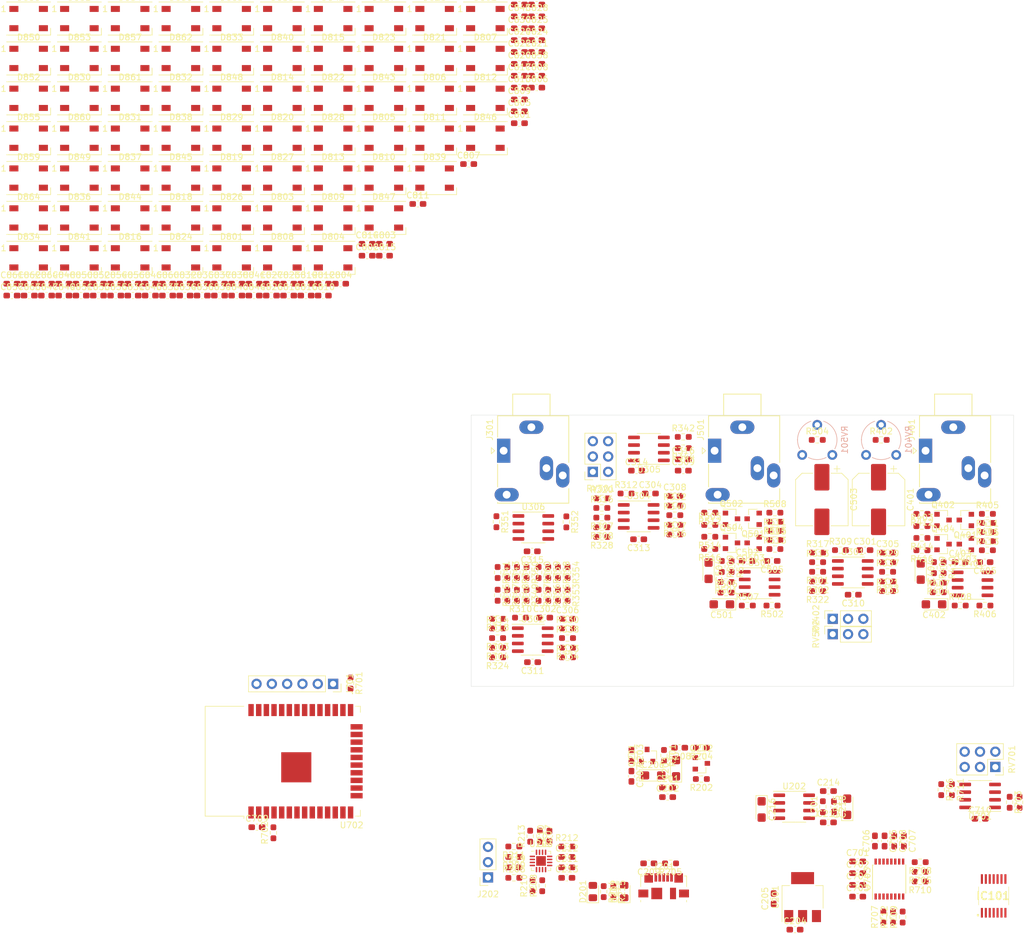
<source format=kicad_pcb>
(kicad_pcb (version 20171130) (host pcbnew "(5.1.9)-1")
  (layers (0 F.Cu signal) (31 B.Cu signal) (34 B.Paste user hide) (35 F.Paste user hide) (36 B.SilkS user hide) (37 F.SilkS user hide) (38 B.Mask user hide) (39 F.Mask user hide) (44 Edge.Cuts user))
  (net 0 "")
  (net 1 +5VA)
  (net 2 -5VA)
  (net 3 GND)
  (net 4 +BATT)
  (net 5 +3V3)
  (net 6 "Net-(C207-Pad1)")
  (net 7 "Net-(C208-Pad1)")
  (net 8 VCC)
  (net 9 -BATT)
  (net 10 "Net-(C216-Pad2)")
  (net 11 "Net-(C216-Pad1)")
  (net 12 "Net-(C217-Pad1)")
  (net 13 "Net-(C219-Pad2)")
  (net 14 ADC1_7)
  (net 15 ADC1_5)
  (net 16 ADC2_4)
  (net 17 ADC1_6)
  (net 18 ADC1_4)
  (net 19 ADC2_6)
  (net 20 V_REF)
  (net 21 "Net-(C401-Pad2)")
  (net 22 "Net-(C401-Pad1)")
  (net 23 IN1-)
  (net 24 "Net-(C402-Pad1)")
  (net 25 "Net-(C403-Pad2)")
  (net 26 "Net-(C403-Pad1)")
  (net 27 IN1+)
  (net 28 "Net-(C404-Pad1)")
  (net 29 IN2-)
  (net 30 "Net-(C501-Pad1)")
  (net 31 "Net-(C502-Pad2)")
  (net 32 "Net-(C502-Pad1)")
  (net 33 "Net-(C503-Pad2)")
  (net 34 "Net-(C503-Pad1)")
  (net 35 IN2+)
  (net 36 "Net-(C504-Pad1)")
  (net 37 "Net-(C705-Pad2)")
  (net 38 "Net-(C705-Pad1)")
  (net 39 "Net-(C706-Pad2)")
  (net 40 "Net-(C706-Pad1)")
  (net 41 "Net-(C707-Pad2)")
  (net 42 "Net-(D201-Pad2)")
  (net 43 "Net-(D201-Pad1)")
  (net 44 "Net-(D202-Pad2)")
  (net 45 "Net-(D202-Pad1)")
  (net 46 "Net-(D801-Pad2)")
  (net 47 LED)
  (net 48 "Net-(D802-Pad2)")
  (net 49 "Net-(D803-Pad2)")
  (net 50 "Net-(D804-Pad2)")
  (net 51 "Net-(D805-Pad2)")
  (net 52 "Net-(D806-Pad2)")
  (net 53 "Net-(D807-Pad2)")
  (net 54 "Net-(D808-Pad2)")
  (net 55 "Net-(D809-Pad2)")
  (net 56 "Net-(D810-Pad2)")
  (net 57 "Net-(D811-Pad2)")
  (net 58 "Net-(D811-Pad4)")
  (net 59 "Net-(D812-Pad4)")
  (net 60 "Net-(D813-Pad4)")
  (net 61 "Net-(D814-Pad4)")
  (net 62 "Net-(D815-Pad4)")
  (net 63 "Net-(D816-Pad4)")
  (net 64 "Net-(D817-Pad4)")
  (net 65 "Net-(D818-Pad4)")
  (net 66 "Net-(D819-Pad4)")
  (net 67 "Net-(D821-Pad2)")
  (net 68 "Net-(D822-Pad2)")
  (net 69 "Net-(D823-Pad2)")
  (net 70 "Net-(D824-Pad2)")
  (net 71 "Net-(D825-Pad2)")
  (net 72 "Net-(D826-Pad2)")
  (net 73 "Net-(D827-Pad2)")
  (net 74 "Net-(D828-Pad2)")
  (net 75 "Net-(D829-Pad2)")
  (net 76 "Net-(D830-Pad2)")
  (net 77 "Net-(D831-Pad2)")
  (net 78 "Net-(D831-Pad4)")
  (net 79 "Net-(D832-Pad4)")
  (net 80 "Net-(D833-Pad4)")
  (net 81 "Net-(D834-Pad4)")
  (net 82 "Net-(D835-Pad4)")
  (net 83 "Net-(D836-Pad4)")
  (net 84 "Net-(D837-Pad4)")
  (net 85 "Net-(D838-Pad4)")
  (net 86 "Net-(D839-Pad4)")
  (net 87 "Net-(D841-Pad2)")
  (net 88 "Net-(D842-Pad2)")
  (net 89 "Net-(D843-Pad2)")
  (net 90 "Net-(D844-Pad2)")
  (net 91 "Net-(D845-Pad2)")
  (net 92 "Net-(D846-Pad2)")
  (net 93 "Net-(D847-Pad2)")
  (net 94 "Net-(D848-Pad2)")
  (net 95 "Net-(D849-Pad2)")
  (net 96 "Net-(D850-Pad2)")
  (net 97 "Net-(D851-Pad2)")
  (net 98 "Net-(D851-Pad4)")
  (net 99 "Net-(D852-Pad4)")
  (net 100 "Net-(D853-Pad4)")
  (net 101 "Net-(D854-Pad4)")
  (net 102 "Net-(D855-Pad4)")
  (net 103 "Net-(D856-Pad4)")
  (net 104 "Net-(D857-Pad4)")
  (net 105 "Net-(D858-Pad4)")
  (net 106 "Net-(D859-Pad4)")
  (net 107 "Net-(D861-Pad2)")
  (net 108 "Net-(D862-Pad2)")
  (net 109 "Net-(D863-Pad2)")
  (net 110 "Net-(J201-Pad3)")
  (net 111 "Net-(J201-Pad2)")
  (net 112 "Net-(J202-Pad2)")
  (net 113 MIC2_AMP_OUT)
  (net 114 MIC1_AMP_OUT)
  (net 115 BT_OUT_L)
  (net 116 BT_OUT_R)
  (net 117 MIC1_IN-)
  (net 118 MIC1_IN+)
  (net 119 MIC2_IN-)
  (net 120 MIC2_IN+)
  (net 121 BOOT)
  (net 122 TX)
  (net 123 RX)
  (net 124 EN)
  (net 125 "Net-(Q401-Pad3)")
  (net 126 "Net-(Q401-Pad2)")
  (net 127 "Net-(Q402-Pad2)")
  (net 128 "Net-(Q501-Pad3)")
  (net 129 "Net-(Q501-Pad2)")
  (net 130 "Net-(Q502-Pad2)")
  (net 131 "Net-(R301-Pad1)")
  (net 132 "Net-(R303-Pad1)")
  (net 133 MASTER_L)
  (net 134 "Net-(R307-Pad1)")
  (net 135 "Net-(R309-Pad1)")
  (net 136 "Net-(R323-Pad1)")
  (net 137 MASTER_R)
  (net 138 "Net-(R402-Pad1)")
  (net 139 "Net-(R404-Pad1)")
  (net 140 "Net-(R408-Pad1)")
  (net 141 "Net-(R409-Pad2)")
  (net 142 "Net-(R501-Pad1)")
  (net 143 "Net-(R504-Pad1)")
  (net 144 "Net-(R507-Pad1)")
  (net 145 "Net-(R509-Pad2)")
  (net 146 "Net-(R703-Pad1)")
  (net 147 "Net-(R705-Pad2)")
  (net 148 "Net-(R707-Pad2)")
  (net 149 "Net-(R708-Pad2)")
  (net 150 "Net-(R709-Pad2)")
  (net 151 "Net-(R710-Pad2)")
  (net 152 "Net-(R711-Pad1)")
  (net 153 "Net-(R712-Pad2)")
  (net 154 DATA)
  (net 155 BCK)
  (net 156 WS)
  (net 157 "Net-(R206-Pad2)")
  (net 158 "Net-(R207-Pad2)")
  (net 159 "Net-(R208-Pad2)")
  (net 160 "Net-(R210-Pad2)")
  (net 161 "Net-(R212-Pad1)")
  (net 162 "Net-(R213-Pad1)")
  (net 163 "Net-(R332-Pad1)")
  (net 164 "Net-(J301-PadR)")
  (net 165 "Net-(J301-PadT)")
  (net 166 "Net-(R333-Pad2)")
  (net 167 "Net-(R336-Pad2)")
  (net 168 "Net-(R310-Pad1)")
  (net 169 "Net-(R312-Pad1)")
  (net 170 "Net-(R313-Pad2)")
  (net 171 "Net-(R314-Pad2)")
  (net 172 "Net-(R316-Pad2)")
  (net 173 "Net-(R321-Pad1)")
  (net 174 "Net-(R327-Pad1)")
  (net 175 "Net-(R329-Pad1)")
  (net 176 "Net-(R330-Pad1)")
  (net 177 "Net-(R334-Pad2)")
  (net 178 "Net-(R341-Pad1)")
  (net 179 "Net-(R341-Pad2)")
  (net 180 "Net-(R342-Pad1)")
  (net 181 "Net-(R343-Pad2)")
  (net 182 "Net-(R346-Pad2)")
  (net 183 "Net-(R349-Pad1)")
  (net 184 "Net-(R353-Pad1)")
  (net 185 "Net-(R354-Pad1)")
  (net 186 "Net-(R355-Pad1)")
  (net 187 "Net-(R356-Pad1)")
  (net 188 "Net-(R357-Pad1)")
  (module Capacitor_SMD:CP_Elec_8x10.5 (layer F.Cu) (at 248.2 49 270)
    (fp_text reference C503 (at 0 -5.3 90) (layer F.SilkS))
    (fp_text value 1000u)
    (pad 2 smd roundrect (at 3.7 0 270) (size 4.4 2.5) (layers F.Cu F.Paste F.Mask) (roundrect_rratio 0.1) (net 33 "Net-(C503-Pad2)"))
    (pad 1 smd roundrect (at -3.7 0 270) (size 4.4 2.5) (layers F.Cu F.Paste F.Mask) (roundrect_rratio 0.1) (net 34 "Net-(C503-Pad1)"))
  )
  (module Capacitor_SMD:CP_Elec_8x10.5 (layer F.Cu) (at 257.6 49 270)
    (fp_text reference C401 (at 0 -5.3 90) (layer F.SilkS))
    (fp_text value 1000u)
    (pad 2 smd roundrect (at 3.7 0 270) (size 4.4 2.5) (layers F.Cu F.Paste F.Mask) (roundrect_rratio 0.1) (net 21 "Net-(C401-Pad2)"))
    (pad 1 smd roundrect (at -3.7 0 270) (size 4.4 2.5) (layers F.Cu F.Paste F.Mask) (roundrect_rratio 0.1) (net 22 "Net-(C401-Pad1)"))
  )
  (module Package_TO_SOT_SMD:SOT-223-3_TabPin2 (layer F.Cu) (at 245 115 90)
    (fp_text reference U201 (at 0 -4.5 90) (layer F.SilkS))
    (fp_text value AP1117-33)
    (pad 1 smd rect (at -3.15 -2.3 90) (size 2 1.5) (layers F.Cu F.Paste F.Mask) (net 3 GND))
    (pad 3 smd rect (at -3.15 2.3 90) (size 2 1.5) (layers F.Cu F.Paste F.Mask) (net 4 +BATT))
    (pad 2 smd rect (at -3.15 0 90) (size 2 1.5) (layers F.Cu F.Paste F.Mask) (net 5 +3V3))
    (pad 2 smd rect (at 3.15 0 90) (size 2 3.8) (layers F.Cu F.Paste F.Mask) (net 5 +3V3))
  )
  (module Capacitor_SMD:C_0603_1608Metric_Pad1.08x0.95mm_HandSolder (layer F.Cu) (at 200.1375 57.6 180)
    (fp_text reference C315 (at 0 -1.43) (layer F.SilkS))
    (fp_text value 10u)
    (pad 2 smd roundrect (at 0.8625 0 180) (size 1.075 0.95) (layers F.Cu F.Paste F.Mask) (net 2 -5VA))
    (pad 1 smd roundrect (at -0.8625 0 180) (size 1.075 0.95) (layers F.Cu F.Paste F.Mask) (net 1 +5VA))
  )
  (module Package_SO:SOIC-8_3.9x4.9mm_P1.27mm (layer F.Cu) (at 217.8 51.8)
    (fp_text reference U304 (at 0 -3.4) (layer F.SilkS))
    (fp_text value NE5532)
    (pad 8 smd roundrect (at 2.475 -1.905) (size 1.95 0.6) (layers F.Cu F.Paste F.Mask) (net 1 +5VA))
    (pad 7 smd roundrect (at 2.475 -0.635) (size 1.95 0.6) (layers F.Cu F.Paste F.Mask) (net 163 "Net-(R332-Pad1)"))
    (pad 6 smd roundrect (at 2.475 0.635) (size 1.95 0.6) (layers F.Cu F.Paste F.Mask) (net 167 "Net-(R336-Pad2)"))
    (pad 5 smd roundrect (at 2.475 1.905) (size 1.95 0.6) (layers F.Cu F.Paste F.Mask) (net 174 "Net-(R327-Pad1)"))
    (pad 4 smd roundrect (at -2.475 1.905) (size 1.95 0.6) (layers F.Cu F.Paste F.Mask) (net 2 -5VA))
    (pad 3 smd roundrect (at -2.475 0.635) (size 1.95 0.6) (layers F.Cu F.Paste F.Mask) (net 134 "Net-(R307-Pad1)"))
    (pad 2 smd roundrect (at -2.475 -0.635) (size 1.95 0.6) (layers F.Cu F.Paste F.Mask) (net 172 "Net-(R316-Pad2)"))
    (pad 1 smd roundrect (at -2.475 -1.905) (size 1.95 0.6) (layers F.Cu F.Paste F.Mask) (net 169 "Net-(R312-Pad1)"))
  )
  (module Resistor_SMD:R_0603_1608Metric_Pad0.98x0.95mm_HandSolder (layer F.Cu) (at 201.2 64.8875 270)
    (fp_text reference R357 (at 0 -1.43 90) (layer F.SilkS))
    (fp_text value 0)
    (pad 2 smd roundrect (at 0.9125 0 270) (size 0.975 0.95) (layers F.Cu F.Paste F.Mask) (net 116 BT_OUT_R))
    (pad 1 smd roundrect (at -0.9125 0 270) (size 0.975 0.95) (layers F.Cu F.Paste F.Mask) (net 188 "Net-(R357-Pad1)"))
  )
  (module Resistor_SMD:R_0603_1608Metric_Pad0.98x0.95mm_HandSolder (layer F.Cu) (at 202.8 64.8875 270)
    (fp_text reference R356 (at 0 -1.43 90) (layer F.SilkS))
    (fp_text value 0)
    (pad 2 smd roundrect (at 0.9125 0 270) (size 0.975 0.95) (layers F.Cu F.Paste F.Mask))
    (pad 1 smd roundrect (at -0.9125 0 270) (size 0.975 0.95) (layers F.Cu F.Paste F.Mask) (net 187 "Net-(R356-Pad1)"))
  )
  (module Resistor_SMD:R_0603_1608Metric_Pad0.98x0.95mm_HandSolder (layer F.Cu) (at 204.4 64.8875 270)
    (fp_text reference R355 (at 0 -1.43 90) (layer F.SilkS))
    (fp_text value 0)
    (pad 2 smd roundrect (at 0.9125 0 270) (size 0.975 0.95) (layers F.Cu F.Paste F.Mask) (net 114 MIC1_AMP_OUT))
    (pad 1 smd roundrect (at -0.9125 0 270) (size 0.975 0.95) (layers F.Cu F.Paste F.Mask) (net 186 "Net-(R355-Pad1)"))
  )
  (module Resistor_SMD:R_0603_1608Metric_Pad0.98x0.95mm_HandSolder (layer F.Cu) (at 206 64.8875 270)
    (fp_text reference R353 (at 0 -1.43 90) (layer F.SilkS))
    (fp_text value 0)
    (pad 2 smd roundrect (at 0.9125 0 270) (size 0.975 0.95) (layers F.Cu F.Paste F.Mask) (net 113 MIC2_AMP_OUT))
    (pad 1 smd roundrect (at -0.9125 0 270) (size 0.975 0.95) (layers F.Cu F.Paste F.Mask) (net 184 "Net-(R353-Pad1)"))
  )
  (module Resistor_SMD:R_0603_1608Metric_Pad0.98x0.95mm_HandSolder (layer F.Cu) (at 199.2 64.8875 270)
    (fp_text reference R349 (at 0 -1.43 90) (layer F.SilkS))
    (fp_text value 0)
    (pad 2 smd roundrect (at 0.9125 0 270) (size 0.975 0.95) (layers F.Cu F.Paste F.Mask) (net 113 MIC2_AMP_OUT))
    (pad 1 smd roundrect (at -0.9125 0 270) (size 0.975 0.95) (layers F.Cu F.Paste F.Mask) (net 183 "Net-(R349-Pad1)"))
  )
  (module Resistor_SMD:R_0603_1608Metric_Pad0.98x0.95mm_HandSolder (layer F.Cu) (at 197.6 64.8875 270)
    (fp_text reference R348 (at 0 -1.43 90) (layer F.SilkS))
    (fp_text value 0)
    (pad 2 smd roundrect (at 0.9125 0 270) (size 0.975 0.95) (layers F.Cu F.Paste F.Mask) (net 114 MIC1_AMP_OUT))
    (pad 1 smd roundrect (at -0.9125 0 270) (size 0.975 0.95) (layers F.Cu F.Paste F.Mask) (net 182 "Net-(R346-Pad2)"))
  )
  (module Resistor_SMD:R_0603_1608Metric_Pad0.98x0.95mm_HandSolder (layer F.Cu) (at 196 64.8875 270)
    (fp_text reference R347 (at 0 -1.43 90) (layer F.SilkS))
    (fp_text value 0)
    (pad 2 smd roundrect (at 0.9125 0 270) (size 0.975 0.95) (layers F.Cu F.Paste F.Mask))
    (pad 1 smd roundrect (at -0.9125 0 270) (size 0.975 0.95) (layers F.Cu F.Paste F.Mask) (net 181 "Net-(R343-Pad2)"))
  )
  (module Resistor_SMD:R_0603_1608Metric_Pad0.98x0.95mm_HandSolder (layer F.Cu) (at 194.4 64.8875 270)
    (fp_text reference R345 (at 0 -1.43 90) (layer F.SilkS))
    (fp_text value 0)
    (pad 2 smd roundrect (at 0.9125 0 270) (size 0.975 0.95) (layers F.Cu F.Paste F.Mask) (net 115 BT_OUT_L))
    (pad 1 smd roundrect (at -0.9125 0 270) (size 0.975 0.95) (layers F.Cu F.Paste F.Mask) (net 179 "Net-(R341-Pad2)"))
  )
  (module Resistor_SMD:R_0603_1608Metric_Pad0.98x0.95mm_HandSolder (layer F.Cu) (at 248.36 100 90)
    (fp_text reference L201 (at 0 -1.43 90) (layer F.SilkS))
    (fp_text value 0)
    (pad 2 smd roundrect (at 0.9125 0 90) (size 0.975 0.95) (layers F.Cu F.Paste F.Mask) (net 9 -BATT))
    (pad 1 smd roundrect (at -0.9125 0 90) (size 0.975 0.95) (layers F.Cu F.Paste F.Mask) (net 12 "Net-(C217-Pad1)"))
  )
  (module Capacitor_SMD:C_0603_1608Metric_Pad1.08x0.95mm_HandSolder (layer F.Cu) (at 235.825 59.2)
    (fp_text reference C502 (at 0 -1.43) (layer F.SilkS))
    (fp_text value 1u)
    (pad 2 smd roundrect (at 0.8625 0) (size 1.075 0.95) (layers F.Cu F.Paste F.Mask) (net 31 "Net-(C502-Pad2)"))
    (pad 1 smd roundrect (at -0.8625 0) (size 1.075 0.95) (layers F.Cu F.Paste F.Mask) (net 32 "Net-(C502-Pad1)"))
  )
  (module Capacitor_SMD:C_0603_1608Metric_Pad1.08x0.95mm_HandSolder (layer F.Cu) (at 275.25 59.4 180)
    (fp_text reference C405 (at 0 -1.43) (layer F.SilkS))
    (fp_text value 10u)
    (pad 2 smd roundrect (at 0.8625 0 180) (size 1.075 0.95) (layers F.Cu F.Paste F.Mask) (net 2 -5VA))
    (pad 1 smd roundrect (at -0.8625 0 180) (size 1.075 0.95) (layers F.Cu F.Paste F.Mask) (net 1 +5VA))
  )
  (module Capacitor_SMD:C_0603_1608Metric_Pad1.08x0.95mm_HandSolder (layer F.Cu) (at 271.15 59.4)
    (fp_text reference C403 (at 0 -1.43) (layer F.SilkS))
    (fp_text value 1u)
    (pad 2 smd roundrect (at 0.8625 0) (size 1.075 0.95) (layers F.Cu F.Paste F.Mask) (net 25 "Net-(C403-Pad2)"))
    (pad 1 smd roundrect (at -0.8625 0) (size 1.075 0.95) (layers F.Cu F.Paste F.Mask) (net 26 "Net-(C403-Pad1)"))
  )
  (module Resistor_SMD:R_0603_1608Metric_Pad0.98x0.95mm_HandSolder (layer F.Cu) (at 260 118.3125 90)
    (fp_text reference R712 (at 0 -1.43 90) (layer F.SilkS))
    (fp_text value 10k)
    (pad 2 smd roundrect (at 0.9125 0 90) (size 0.975 0.95) (layers F.Cu F.Paste F.Mask) (net 153 "Net-(R712-Pad2)"))
    (pad 1 smd roundrect (at -0.9125 0 90) (size 0.975 0.95) (layers F.Cu F.Paste F.Mask) (net 3 GND))
  )
  (module Resistor_SMD:R_0603_1608Metric_Pad0.98x0.95mm_HandSolder (layer F.Cu) (at 269.775 97.16 270)
    (fp_text reference R711 (at 0 -1.43 90) (layer F.SilkS))
    (fp_text value 5.1k)
    (pad 2 smd roundrect (at 0.9125 0 270) (size 0.975 0.95) (layers F.Cu F.Paste F.Mask) (net 39 "Net-(C706-Pad2)"))
    (pad 1 smd roundrect (at -0.9125 0 270) (size 0.975 0.95) (layers F.Cu F.Paste F.Mask) (net 152 "Net-(R711-Pad1)"))
  )
  (module Resistor_SMD:R_0603_1608Metric_Pad0.98x0.95mm_HandSolder (layer F.Cu) (at 264.5125 112.4 180)
    (fp_text reference R710 (at 0 -1.43) (layer F.SilkS))
    (fp_text value 10k)
    (pad 2 smd roundrect (at 0.9125 0 180) (size 0.975 0.95) (layers F.Cu F.Paste F.Mask) (net 151 "Net-(R710-Pad2)"))
    (pad 1 smd roundrect (at -0.9125 0 180) (size 0.975 0.95) (layers F.Cu F.Paste F.Mask) (net 3 GND))
  )
  (module Resistor_SMD:R_0603_1608Metric_Pad0.98x0.95mm_HandSolder (layer F.Cu) (at 261.6 118.3125 90)
    (fp_text reference R709 (at 0 -1.43 90) (layer F.SilkS))
    (fp_text value 10k)
    (pad 2 smd roundrect (at 0.9125 0 90) (size 0.975 0.95) (layers F.Cu F.Paste F.Mask) (net 150 "Net-(R709-Pad2)"))
    (pad 1 smd roundrect (at -0.9125 0 90) (size 0.975 0.95) (layers F.Cu F.Paste F.Mask) (net 3 GND))
  )
  (module Resistor_SMD:R_0603_1608Metric_Pad0.98x0.95mm_HandSolder (layer F.Cu) (at 264.5125 109.2 180)
    (fp_text reference R708 (at 0 -1.43) (layer F.SilkS))
    (fp_text value 10k)
    (pad 2 smd roundrect (at 0.9125 0 180) (size 0.975 0.95) (layers F.Cu F.Paste F.Mask) (net 149 "Net-(R708-Pad2)"))
    (pad 1 smd roundrect (at -0.9125 0 180) (size 0.975 0.95) (layers F.Cu F.Paste F.Mask) (net 3 GND))
  )
  (module Resistor_SMD:R_0603_1608Metric_Pad0.98x0.95mm_HandSolder (layer F.Cu) (at 258.4 118.3125 90)
    (fp_text reference R707 (at 0 -1.43 90) (layer F.SilkS))
    (fp_text value 10k)
    (pad 2 smd roundrect (at 0.9125 0 90) (size 0.975 0.95) (layers F.Cu F.Paste F.Mask) (net 148 "Net-(R707-Pad2)"))
    (pad 1 smd roundrect (at -0.9125 0 90) (size 0.975 0.95) (layers F.Cu F.Paste F.Mask) (net 3 GND))
  )
  (module Resistor_SMD:R_0603_1608Metric_Pad0.98x0.95mm_HandSolder (layer F.Cu) (at 268 97.16 270)
    (fp_text reference R706 (at 0 -1.43 90) (layer F.SilkS))
    (fp_text value 200k)
    (pad 2 smd roundrect (at 0.9125 0 270) (size 0.975 0.95) (layers F.Cu F.Paste F.Mask) (net 39 "Net-(C706-Pad2)"))
    (pad 1 smd roundrect (at -0.9125 0 270) (size 0.975 0.95) (layers F.Cu F.Paste F.Mask) (net 3 GND))
  )
  (module Resistor_SMD:R_0603_1608Metric_Pad0.98x0.95mm_HandSolder (layer F.Cu) (at 264.5125 110.8 180)
    (fp_text reference R705 (at 0 -1.43) (layer F.SilkS))
    (fp_text value 10k)
    (pad 2 smd roundrect (at 0.9125 0 180) (size 0.975 0.95) (layers F.Cu F.Paste F.Mask) (net 147 "Net-(R705-Pad2)"))
    (pad 1 smd roundrect (at -0.9125 0 180) (size 0.975 0.95) (layers F.Cu F.Paste F.Mask) (net 3 GND))
  )
  (module Resistor_SMD:R_0603_1608Metric_Pad0.98x0.95mm_HandSolder (layer F.Cu) (at 281 99.26 270)
    (fp_text reference R704 (at 0 -1.43 90) (layer F.SilkS))
    (fp_text value 200k)
    (pad 2 smd roundrect (at 0.9125 0 270) (size 0.975 0.95) (layers F.Cu F.Paste F.Mask) (net 38 "Net-(C705-Pad1)"))
    (pad 1 smd roundrect (at -0.9125 0 270) (size 0.975 0.95) (layers F.Cu F.Paste F.Mask) (net 3 GND))
  )
  (module Resistor_SMD:R_0603_1608Metric_Pad0.98x0.95mm_HandSolder (layer F.Cu) (at 279.355 99.26 270)
    (fp_text reference R703 (at 0 -1.43 90) (layer F.SilkS))
    (fp_text value 5.1k)
    (pad 2 smd roundrect (at 0.9125 0 270) (size 0.975 0.95) (layers F.Cu F.Paste F.Mask) (net 38 "Net-(C705-Pad1)"))
    (pad 1 smd roundrect (at -0.9125 0 270) (size 0.975 0.95) (layers F.Cu F.Paste F.Mask) (net 146 "Net-(R703-Pad1)"))
  )
  (module Resistor_SMD:R_0603_1608Metric_Pad0.98x0.95mm_HandSolder (layer F.Cu) (at 157.2 104.325 90)
    (fp_text reference R702 (at 0 -1.43 90) (layer F.SilkS))
    (fp_text value 10k)
    (pad 2 smd roundrect (at 0.9125 0 90) (size 0.975 0.95) (layers F.Cu F.Paste F.Mask) (net 124 EN))
    (pad 1 smd roundrect (at -0.9125 0 90) (size 0.975 0.95) (layers F.Cu F.Paste F.Mask) (net 5 +3V3))
  )
  (module Resistor_SMD:R_0603_1608Metric_Pad0.98x0.95mm_HandSolder (layer F.Cu) (at 170 79.4875 270)
    (fp_text reference R701 (at 0 -1.43 90) (layer F.SilkS))
    (fp_text value 10k)
    (pad 2 smd roundrect (at 0.9125 0 270) (size 0.975 0.95) (layers F.Cu F.Paste F.Mask) (net 121 BOOT))
    (pad 1 smd roundrect (at -0.9125 0 270) (size 0.975 0.95) (layers F.Cu F.Paste F.Mask) (net 5 +3V3))
  )
  (module Resistor_SMD:R_0603_1608Metric_Pad0.98x0.95mm_HandSolder (layer F.Cu) (at 229.6 57.22 180)
    (fp_text reference R516 (at 0 -1.43) (layer F.SilkS))
    (fp_text value 2.2k)
    (pad 2 smd roundrect (at 0.9125 0 180) (size 0.975 0.95) (layers F.Cu F.Paste F.Mask) (net 2 -5VA))
    (pad 1 smd roundrect (at -0.9125 0 180) (size 0.975 0.95) (layers F.Cu F.Paste F.Mask) (net 35 IN2+))
  )
  (module Resistor_SMD:R_0603_1608Metric_Pad0.98x0.95mm_HandSolder (layer F.Cu) (at 240.4 55.71)
    (fp_text reference R515 (at 0 -1.43) (layer F.SilkS))
    (fp_text value 2.2k)
    (pad 2 smd roundrect (at 0.9125 0) (size 0.975 0.95) (layers F.Cu F.Paste F.Mask) (net 2 -5VA))
    (pad 1 smd roundrect (at -0.9125 0) (size 0.975 0.95) (layers F.Cu F.Paste F.Mask) (net 29 IN2-))
  )
  (module Resistor_SMD:R_0603_1608Metric_Pad0.98x0.95mm_HandSolder (layer F.Cu) (at 229.6 55.18 180)
    (fp_text reference R514 (at 0 -1.43) (layer F.SilkS))
    (fp_text value 680)
    (pad 2 smd roundrect (at 0.9125 0 180) (size 0.975 0.95) (layers F.Cu F.Paste F.Mask) (net 35 IN2+))
    (pad 1 smd roundrect (at -0.9125 0 180) (size 0.975 0.95) (layers F.Cu F.Paste F.Mask) (net 130 "Net-(Q502-Pad2)"))
  )
  (module Resistor_SMD:R_0603_1608Metric_Pad0.98x0.95mm_HandSolder (layer F.Cu) (at 240.4 57.22)
    (fp_text reference R513 (at 0 -1.43) (layer F.SilkS))
    (fp_text value 680)
    (pad 2 smd roundrect (at 0.9125 0) (size 0.975 0.95) (layers F.Cu F.Paste F.Mask) (net 29 IN2-))
    (pad 1 smd roundrect (at -0.9125 0) (size 0.975 0.95) (layers F.Cu F.Paste F.Mask) (net 129 "Net-(Q501-Pad2)"))
  )
  (module Resistor_SMD:R_0603_1608Metric_Pad0.98x0.95mm_HandSolder (layer F.Cu) (at 229.6 51.18 180)
    (fp_text reference R512 (at 0 -1.43) (layer F.SilkS))
    (fp_text value 3.3k)
    (pad 2 smd roundrect (at 0.9125 0 180) (size 0.975 0.95) (layers F.Cu F.Paste F.Mask) (net 3 GND))
    (pad 1 smd roundrect (at -0.9125 0 180) (size 0.975 0.95) (layers F.Cu F.Paste F.Mask) (net 120 MIC2_IN+))
  )
  (module Resistor_SMD:R_0603_1608Metric_Pad0.98x0.95mm_HandSolder (layer F.Cu) (at 240.4 54.2)
    (fp_text reference R511 (at 0 -1.43) (layer F.SilkS))
    (fp_text value 3.3k)
    (pad 2 smd roundrect (at 0.9125 0) (size 0.975 0.95) (layers F.Cu F.Paste F.Mask) (net 3 GND))
    (pad 1 smd roundrect (at -0.9125 0) (size 0.975 0.95) (layers F.Cu F.Paste F.Mask) (net 119 MIC2_IN-))
  )
  (module Resistor_SMD:R_0603_1608Metric_Pad0.98x0.95mm_HandSolder (layer F.Cu) (at 233.22 60.12 270)
    (fp_text reference R510 (at 0 -1.43 90) (layer F.SilkS))
    (fp_text value 100k)
    (pad 2 smd roundrect (at 0.9125 0 270) (size 0.975 0.95) (layers F.Cu F.Paste F.Mask) (net 145 "Net-(R509-Pad2)"))
    (pad 1 smd roundrect (at -0.9125 0 270) (size 0.975 0.95) (layers F.Cu F.Paste F.Mask) (net 32 "Net-(C502-Pad1)"))
  )
  (module Resistor_SMD:R_0603_1608Metric_Pad0.98x0.95mm_HandSolder (layer F.Cu) (at 231.6 60.12 270)
    (fp_text reference R509 (at 0 -1.43 90) (layer F.SilkS))
    (fp_text value 22k)
    (pad 2 smd roundrect (at 0.9125 0 270) (size 0.975 0.95) (layers F.Cu F.Paste F.Mask) (net 145 "Net-(R509-Pad2)"))
    (pad 1 smd roundrect (at -0.9125 0 270) (size 0.975 0.95) (layers F.Cu F.Paste F.Mask) (net 36 "Net-(C504-Pad1)"))
  )
  (module Resistor_SMD:R_0603_1608Metric_Pad0.98x0.95mm_HandSolder (layer F.Cu) (at 240.4 51.18)
    (fp_text reference R508 (at 0 -1.43) (layer F.SilkS))
    (fp_text value 22)
    (pad 2 smd roundrect (at 0.9125 0) (size 0.975 0.95) (layers F.Cu F.Paste F.Mask) (net 143 "Net-(R504-Pad1)"))
    (pad 1 smd roundrect (at -0.9125 0) (size 0.975 0.95) (layers F.Cu F.Paste F.Mask) (net 128 "Net-(Q501-Pad3)"))
  )
  (module Resistor_SMD:R_0603_1608Metric_Pad0.98x0.95mm_HandSolder (layer F.Cu) (at 235.825 66.6)
    (fp_text reference R507 (at 0 -1.43) (layer F.SilkS))
    (fp_text value 3.3k)
    (pad 2 smd roundrect (at 0.9125 0) (size 0.975 0.95) (layers F.Cu F.Paste F.Mask) (net 31 "Net-(C502-Pad2)"))
    (pad 1 smd roundrect (at -0.9125 0) (size 0.975 0.95) (layers F.Cu F.Paste F.Mask) (net 144 "Net-(R507-Pad1)"))
  )
  (module Resistor_SMD:R_0603_1608Metric_Pad0.98x0.95mm_HandSolder (layer F.Cu) (at 232.3 64.455)
    (fp_text reference R506 (at 0 -1.43) (layer F.SilkS))
    (fp_text value 22k)
    (pad 2 smd roundrect (at 0.9125 0) (size 0.975 0.95) (layers F.Cu F.Paste F.Mask) (net 142 "Net-(R501-Pad1)"))
    (pad 1 smd roundrect (at -0.9125 0) (size 0.975 0.95) (layers F.Cu F.Paste F.Mask) (net 30 "Net-(C501-Pad1)"))
  )
  (module Resistor_SMD:R_0603_1608Metric_Pad0.98x0.95mm_HandSolder (layer F.Cu) (at 229.6 53.22)
    (fp_text reference R505 (at 0 -1.43) (layer F.SilkS))
    (fp_text value 4.7k)
    (pad 2 smd roundrect (at 0.9125 0) (size 0.975 0.95) (layers F.Cu F.Paste F.Mask) (net 33 "Net-(C503-Pad2)"))
    (pad 1 smd roundrect (at -0.9125 0) (size 0.975 0.95) (layers F.Cu F.Paste F.Mask) (net 1 +5VA))
  )
  (module Resistor_SMD:R_0603_1608Metric_Pad0.98x0.95mm_HandSolder (layer F.Cu) (at 247.432323 39.1)
    (fp_text reference R504 (at 0 -1.43) (layer F.SilkS))
    (fp_text value 100k)
    (pad 2 smd roundrect (at 0.9125 0) (size 0.975 0.95) (layers F.Cu F.Paste F.Mask) (net 34 "Net-(C503-Pad1)"))
    (pad 1 smd roundrect (at -0.9125 0) (size 0.975 0.95) (layers F.Cu F.Paste F.Mask) (net 143 "Net-(R504-Pad1)"))
  )
  (module Resistor_SMD:R_0603_1608Metric_Pad0.98x0.95mm_HandSolder (layer F.Cu) (at 240.4 52.69 180)
    (fp_text reference R503 (at 0 -1.43) (layer F.SilkS))
    (fp_text value 4.7k)
    (pad 2 smd roundrect (at 0.9125 0 180) (size 0.975 0.95) (layers F.Cu F.Paste F.Mask) (net 128 "Net-(Q501-Pad3)"))
    (pad 1 smd roundrect (at -0.9125 0 180) (size 0.975 0.95) (layers F.Cu F.Paste F.Mask) (net 1 +5VA))
  )
  (module Resistor_SMD:R_0603_1608Metric_Pad0.98x0.95mm_HandSolder (layer F.Cu) (at 239.925 66.6 180)
    (fp_text reference R502 (at 0 -1.43) (layer F.SilkS))
    (fp_text value 100k)
    (pad 2 smd roundrect (at 0.9125 0 180) (size 0.975 0.95) (layers F.Cu F.Paste F.Mask) (net 31 "Net-(C502-Pad2)"))
    (pad 1 smd roundrect (at -0.9125 0 180) (size 0.975 0.95) (layers F.Cu F.Paste F.Mask) (net 3 GND))
  )
  (module Resistor_SMD:R_0603_1608Metric_Pad0.98x0.95mm_HandSolder (layer F.Cu) (at 232.3 62.69 180)
    (fp_text reference R501 (at 0 -1.43) (layer F.SilkS))
    (fp_text value 100k)
    (pad 2 smd roundrect (at 0.9125 0 180) (size 0.975 0.95) (layers F.Cu F.Paste F.Mask) (net 3 GND))
    (pad 1 smd roundrect (at -0.9125 0 180) (size 0.975 0.95) (layers F.Cu F.Paste F.Mask) (net 142 "Net-(R501-Pad1)"))
  )
  (module Resistor_SMD:R_0603_1608Metric_Pad0.98x0.95mm_HandSolder (layer F.Cu) (at 264.8 57.42 180)
    (fp_text reference R416 (at 0 -1.43) (layer F.SilkS))
    (fp_text value 2.2k)
    (pad 2 smd roundrect (at 0.9125 0 180) (size 0.975 0.95) (layers F.Cu F.Paste F.Mask) (net 2 -5VA))
    (pad 1 smd roundrect (at -0.9125 0 180) (size 0.975 0.95) (layers F.Cu F.Paste F.Mask) (net 27 IN1+))
  )
  (module Resistor_SMD:R_0603_1608Metric_Pad0.98x0.95mm_HandSolder (layer F.Cu) (at 275.66 55.91)
    (fp_text reference R415 (at 0 -1.43) (layer F.SilkS))
    (fp_text value 2.2k)
    (pad 2 smd roundrect (at 0.9125 0) (size 0.975 0.95) (layers F.Cu F.Paste F.Mask) (net 2 -5VA))
    (pad 1 smd roundrect (at -0.9125 0) (size 0.975 0.95) (layers F.Cu F.Paste F.Mask) (net 23 IN1-))
  )
  (module Resistor_SMD:R_0603_1608Metric_Pad0.98x0.95mm_HandSolder (layer F.Cu) (at 264.8 55.38 180)
    (fp_text reference R414 (at 0 -1.43) (layer F.SilkS))
    (fp_text value 680)
    (pad 2 smd roundrect (at 0.9125 0 180) (size 0.975 0.95) (layers F.Cu F.Paste F.Mask) (net 27 IN1+))
    (pad 1 smd roundrect (at -0.9125 0 180) (size 0.975 0.95) (layers F.Cu F.Paste F.Mask) (net 127 "Net-(Q402-Pad2)"))
  )
  (module Resistor_SMD:R_0603_1608Metric_Pad0.98x0.95mm_HandSolder (layer F.Cu) (at 275.66 57.42)
    (fp_text reference R413 (at 0 -1.43) (layer F.SilkS))
    (fp_text value 680)
    (pad 2 smd roundrect (at 0.9125 0) (size 0.975 0.95) (layers F.Cu F.Paste F.Mask) (net 23 IN1-))
    (pad 1 smd roundrect (at -0.9125 0) (size 0.975 0.95) (layers F.Cu F.Paste F.Mask) (net 126 "Net-(Q401-Pad2)"))
  )
  (module Resistor_SMD:R_0603_1608Metric_Pad0.98x0.95mm_HandSolder (layer F.Cu) (at 264.8 51.38 180)
    (fp_text reference R412 (at 0 -1.43) (layer F.SilkS))
    (fp_text value 3.3k)
    (pad 2 smd roundrect (at 0.9125 0 180) (size 0.975 0.95) (layers F.Cu F.Paste F.Mask) (net 3 GND))
    (pad 1 smd roundrect (at -0.9125 0 180) (size 0.975 0.95) (layers F.Cu F.Paste F.Mask) (net 118 MIC1_IN+))
  )
  (module Resistor_SMD:R_0603_1608Metric_Pad0.98x0.95mm_HandSolder (layer F.Cu) (at 275.66 54.4)
    (fp_text reference R411 (at 0 -1.43) (layer F.SilkS))
    (fp_text value 3.3k)
    (pad 2 smd roundrect (at 0.9125 0) (size 0.975 0.95) (layers F.Cu F.Paste F.Mask) (net 3 GND))
    (pad 1 smd roundrect (at -0.9125 0) (size 0.975 0.95) (layers F.Cu F.Paste F.Mask) (net 117 MIC1_IN-))
  )
  (module Resistor_SMD:R_0603_1608Metric_Pad0.98x0.95mm_HandSolder (layer F.Cu) (at 268.4 60.32 270)
    (fp_text reference R410 (at 0 -1.43 90) (layer F.SilkS))
    (fp_text value 100k)
    (pad 2 smd roundrect (at 0.9125 0 270) (size 0.975 0.95) (layers F.Cu F.Paste F.Mask) (net 141 "Net-(R409-Pad2)"))
    (pad 1 smd roundrect (at -0.9125 0 270) (size 0.975 0.95) (layers F.Cu F.Paste F.Mask) (net 26 "Net-(C403-Pad1)"))
  )
  (module Resistor_SMD:R_0603_1608Metric_Pad0.98x0.95mm_HandSolder (layer F.Cu) (at 266.8 60.3125 270)
    (fp_text reference R409 (at 0 -1.43 90) (layer F.SilkS))
    (fp_text value 22k)
    (pad 2 smd roundrect (at 0.9125 0 270) (size 0.975 0.95) (layers F.Cu F.Paste F.Mask) (net 141 "Net-(R409-Pad2)"))
    (pad 1 smd roundrect (at -0.9125 0 270) (size 0.975 0.95) (layers F.Cu F.Paste F.Mask) (net 28 "Net-(C404-Pad1)"))
  )
  (module Resistor_SMD:R_0603_1608Metric_Pad0.98x0.95mm_HandSolder (layer F.Cu) (at 271.15 66.6)
    (fp_text reference R408 (at 0 -1.43) (layer F.SilkS))
    (fp_text value 3.3k)
    (pad 2 smd roundrect (at 0.9125 0) (size 0.975 0.95) (layers F.Cu F.Paste F.Mask) (net 25 "Net-(C403-Pad2)"))
    (pad 1 smd roundrect (at -0.9125 0) (size 0.975 0.95) (layers F.Cu F.Paste F.Mask) (net 140 "Net-(R408-Pad1)"))
  )
  (module Resistor_SMD:R_0603_1608Metric_Pad0.98x0.95mm_HandSolder (layer F.Cu) (at 267.5 64.4)
    (fp_text reference R407 (at 0 -1.43) (layer F.SilkS))
    (fp_text value 22k)
    (pad 2 smd roundrect (at 0.9125 0) (size 0.975 0.95) (layers F.Cu F.Paste F.Mask) (net 139 "Net-(R404-Pad1)"))
    (pad 1 smd roundrect (at -0.9125 0) (size 0.975 0.95) (layers F.Cu F.Paste F.Mask) (net 24 "Net-(C402-Pad1)"))
  )
  (module Resistor_SMD:R_0603_1608Metric_Pad0.98x0.95mm_HandSolder (layer F.Cu) (at 275.25 66.6 180)
    (fp_text reference R406 (at 0 -1.43) (layer F.SilkS))
    (fp_text value 100k)
    (pad 2 smd roundrect (at 0.9125 0 180) (size 0.975 0.95) (layers F.Cu F.Paste F.Mask) (net 25 "Net-(C403-Pad2)"))
    (pad 1 smd roundrect (at -0.9125 0 180) (size 0.975 0.95) (layers F.Cu F.Paste F.Mask) (net 3 GND))
  )
  (module Resistor_SMD:R_0603_1608Metric_Pad0.98x0.95mm_HandSolder (layer F.Cu) (at 275.66 51.38)
    (fp_text reference R405 (at 0 -1.43) (layer F.SilkS))
    (fp_text value 22)
    (pad 2 smd roundrect (at 0.9125 0) (size 0.975 0.95) (layers F.Cu F.Paste F.Mask) (net 138 "Net-(R402-Pad1)"))
    (pad 1 smd roundrect (at -0.9125 0) (size 0.975 0.95) (layers F.Cu F.Paste F.Mask) (net 125 "Net-(Q401-Pad3)"))
  )
  (module Resistor_SMD:R_0603_1608Metric_Pad0.98x0.95mm_HandSolder (layer F.Cu) (at 267.5 62.8 180)
    (fp_text reference R404 (at 0 -1.43) (layer F.SilkS))
    (fp_text value 100k)
    (pad 2 smd roundrect (at 0.9125 0 180) (size 0.975 0.95) (layers F.Cu F.Paste F.Mask) (net 3 GND))
    (pad 1 smd roundrect (at -0.9125 0 180) (size 0.975 0.95) (layers F.Cu F.Paste F.Mask) (net 139 "Net-(R404-Pad1)"))
  )
  (module Resistor_SMD:R_0603_1608Metric_Pad0.98x0.95mm_HandSolder (layer F.Cu) (at 264.8 53.42)
    (fp_text reference R403 (at 0 -1.43) (layer F.SilkS))
    (fp_text value 4.7k)
    (pad 2 smd roundrect (at 0.9125 0) (size 0.975 0.95) (layers F.Cu F.Paste F.Mask) (net 21 "Net-(C401-Pad2)"))
    (pad 1 smd roundrect (at -0.9125 0) (size 0.975 0.95) (layers F.Cu F.Paste F.Mask) (net 1 +5VA))
  )
  (module Resistor_SMD:R_0603_1608Metric_Pad0.98x0.95mm_HandSolder (layer F.Cu) (at 258.032323 39.1)
    (fp_text reference R402 (at 0 -1.43) (layer F.SilkS))
    (fp_text value 100k)
    (pad 2 smd roundrect (at 0.9125 0) (size 0.975 0.95) (layers F.Cu F.Paste F.Mask) (net 22 "Net-(C401-Pad1)"))
    (pad 1 smd roundrect (at -0.9125 0) (size 0.975 0.95) (layers F.Cu F.Paste F.Mask) (net 138 "Net-(R402-Pad1)"))
  )
  (module Resistor_SMD:R_0603_1608Metric_Pad0.98x0.95mm_HandSolder (layer F.Cu) (at 275.66 52.89 180)
    (fp_text reference R401 (at 0 -1.43) (layer F.SilkS))
    (fp_text value 4.7k)
    (pad 2 smd roundrect (at 0.9125 0 180) (size 0.975 0.95) (layers F.Cu F.Paste F.Mask) (net 125 "Net-(Q401-Pad3)"))
    (pad 1 smd roundrect (at -0.9125 0 180) (size 0.975 0.95) (layers F.Cu F.Paste F.Mask) (net 1 +5VA))
  )
  (module Resistor_SMD:R_0603_1608Metric_Pad0.98x0.95mm_HandSolder (layer F.Cu) (at 201.2 61.11 270)
    (fp_text reference R360 (at 0 -1.43 90) (layer F.SilkS))
    (fp_text value 5.1k)
    (pad 1 smd roundrect (at -0.9125 0 270) (size 0.975 0.95) (layers F.Cu F.Paste F.Mask) (net 185 "Net-(R354-Pad1)"))
    (pad 2 smd roundrect (at 0.9125 0 270) (size 0.975 0.95) (layers F.Cu F.Paste F.Mask) (net 188 "Net-(R357-Pad1)"))
  )
  (module Resistor_SMD:R_0603_1608Metric_Pad0.98x0.95mm_HandSolder (layer F.Cu) (at 202.8 61.1 270)
    (fp_text reference R359 (at 0 -1.43 90) (layer F.SilkS))
    (fp_text value 5.1k)
    (pad 1 smd roundrect (at -0.9125 0 270) (size 0.975 0.95) (layers F.Cu F.Paste F.Mask) (net 185 "Net-(R354-Pad1)"))
    (pad 2 smd roundrect (at 0.9125 0 270) (size 0.975 0.95) (layers F.Cu F.Paste F.Mask) (net 187 "Net-(R356-Pad1)"))
  )
  (module Resistor_SMD:R_0603_1608Metric_Pad0.98x0.95mm_HandSolder (layer F.Cu) (at 204.4 61.11 270)
    (fp_text reference R358 (at 0 -1.43 90) (layer F.SilkS))
    (fp_text value 5.1k)
    (pad 1 smd roundrect (at -0.9125 0 270) (size 0.975 0.95) (layers F.Cu F.Paste F.Mask) (net 185 "Net-(R354-Pad1)"))
    (pad 2 smd roundrect (at 0.9125 0 270) (size 0.975 0.95) (layers F.Cu F.Paste F.Mask) (net 186 "Net-(R355-Pad1)"))
  )
  (module Resistor_SMD:R_0603_1608Metric_Pad0.98x0.95mm_HandSolder (layer F.Cu) (at 206 61.11 270)
    (fp_text reference R354 (at 0 -1.43 90) (layer F.SilkS))
    (fp_text value 5.1k)
    (pad 1 smd roundrect (at -0.9125 0 270) (size 0.975 0.95) (layers F.Cu F.Paste F.Mask) (net 185 "Net-(R354-Pad1)"))
    (pad 2 smd roundrect (at 0.9125 0 270) (size 0.975 0.95) (layers F.Cu F.Paste F.Mask) (net 184 "Net-(R353-Pad1)"))
  )
  (module Resistor_SMD:R_0603_1608Metric_Pad0.98x0.95mm_HandSolder (layer F.Cu) (at 205.8 52.7125 270)
    (fp_text reference R352 (at 0 -1.43 90) (layer F.SilkS))
    (fp_text value 100)
    (pad 1 smd roundrect (at -0.9125 0 270) (size 0.975 0.95) (layers F.Cu F.Paste F.Mask) (net 164 "Net-(J301-PadR)"))
    (pad 2 smd roundrect (at 0.9125 0 270) (size 0.975 0.95) (layers F.Cu F.Paste F.Mask) (net 137 MASTER_R))
  )
  (module Resistor_SMD:R_0603_1608Metric_Pad0.98x0.95mm_HandSolder (layer F.Cu) (at 194.2 52.6875 270)
    (fp_text reference R351 (at 0 -1.43 90) (layer F.SilkS))
    (fp_text value 100)
    (pad 1 smd roundrect (at -0.9125 0 270) (size 0.975 0.95) (layers F.Cu F.Paste F.Mask) (net 165 "Net-(J301-PadT)"))
    (pad 2 smd roundrect (at 0.9125 0 270) (size 0.975 0.95) (layers F.Cu F.Paste F.Mask) (net 133 MASTER_L))
  )
  (module Resistor_SMD:R_0603_1608Metric_Pad0.98x0.95mm_HandSolder (layer F.Cu) (at 199.2 61.1125 270)
    (fp_text reference R350 (at 0 -1.43 90) (layer F.SilkS))
    (fp_text value 5.1k)
    (pad 1 smd roundrect (at -0.9125 0 270) (size 0.975 0.95) (layers F.Cu F.Paste F.Mask) (net 178 "Net-(R341-Pad1)"))
    (pad 2 smd roundrect (at 0.9125 0 270) (size 0.975 0.95) (layers F.Cu F.Paste F.Mask) (net 183 "Net-(R349-Pad1)"))
  )
  (module Resistor_SMD:R_0603_1608Metric_Pad0.98x0.95mm_HandSolder (layer F.Cu) (at 197.6 61.11 270)
    (fp_text reference R346 (at 0 -1.43 90) (layer F.SilkS))
    (fp_text value 5.1k)
    (pad 1 smd roundrect (at -0.9125 0 270) (size 0.975 0.95) (layers F.Cu F.Paste F.Mask) (net 178 "Net-(R341-Pad1)"))
    (pad 2 smd roundrect (at 0.9125 0 270) (size 0.975 0.95) (layers F.Cu F.Paste F.Mask) (net 182 "Net-(R346-Pad2)"))
  )
  (module Resistor_SMD:R_0603_1608Metric_Pad0.98x0.95mm_HandSolder (layer F.Cu) (at 225.2 40.466668 180)
    (fp_text reference R344 (at 0 -1.43) (layer F.SilkS))
    (fp_text value 10k)
    (pad 2 smd roundrect (at 0.9125 0 180) (size 0.975 0.95) (layers F.Cu F.Paste F.Mask) (net 180 "Net-(R342-Pad1)"))
    (pad 1 smd roundrect (at -0.9125 0 180) (size 0.975 0.95) (layers F.Cu F.Paste F.Mask) (net 3 GND))
  )
  (module Resistor_SMD:R_0603_1608Metric_Pad0.98x0.95mm_HandSolder (layer F.Cu) (at 196 61.11 270)
    (fp_text reference R343 (at 0 -1.43 90) (layer F.SilkS))
    (fp_text value 5.1k)
    (pad 1 smd roundrect (at -0.9125 0 270) (size 0.975 0.95) (layers F.Cu F.Paste F.Mask) (net 178 "Net-(R341-Pad1)"))
    (pad 2 smd roundrect (at 0.9125 0 270) (size 0.975 0.95) (layers F.Cu F.Paste F.Mask) (net 181 "Net-(R343-Pad2)"))
  )
  (module Resistor_SMD:R_0603_1608Metric_Pad0.98x0.95mm_HandSolder (layer F.Cu) (at 194.4 61.1125 270)
    (fp_text reference R341 (at 0 -1.43 90) (layer F.SilkS))
    (fp_text value 5.1k)
    (pad 1 smd roundrect (at -0.9125 0 270) (size 0.975 0.95) (layers F.Cu F.Paste F.Mask) (net 178 "Net-(R341-Pad1)"))
    (pad 2 smd roundrect (at 0.9125 0 270) (size 0.975 0.95) (layers F.Cu F.Paste F.Mask) (net 179 "Net-(R341-Pad2)"))
  )
  (module Resistor_SMD:R_0603_1608Metric_Pad0.98x0.95mm_HandSolder (layer F.Cu) (at 225.2 38.6)
    (fp_text reference R342 (at 0 -1.43) (layer F.SilkS))
    (fp_text value 10k)
    (pad 2 smd roundrect (at 0.9125 0) (size 0.975 0.95) (layers F.Cu F.Paste F.Mask) (net 5 +3V3))
    (pad 1 smd roundrect (at -0.9125 0) (size 0.975 0.95) (layers F.Cu F.Paste F.Mask) (net 180 "Net-(R342-Pad1)"))
  )
  (module Resistor_SMD:R_0603_1608Metric_Pad0.98x0.95mm_HandSolder (layer F.Cu) (at 223.8 51.6)
    (fp_text reference R340 (at 0 -1.43) (layer F.SilkS))
    (fp_text value 33k)
    (pad 2 smd roundrect (at 0.9125 0) (size 0.975 0.95) (layers F.Cu F.Paste F.Mask) (net 163 "Net-(R332-Pad1)"))
    (pad 1 smd roundrect (at -0.9125 0) (size 0.975 0.95) (layers F.Cu F.Paste F.Mask) (net 167 "Net-(R336-Pad2)"))
  )
  (module Resistor_SMD:R_0603_1608Metric_Pad0.98x0.95mm_HandSolder (layer F.Cu) (at 205.99 72)
    (fp_text reference R338 (at 0 -1.43) (layer F.SilkS))
    (fp_text value 33k)
    (pad 2 smd roundrect (at 0.9125 0) (size 0.975 0.95) (layers F.Cu F.Paste F.Mask) (net 176 "Net-(R330-Pad1)"))
    (pad 1 smd roundrect (at -0.9125 0) (size 0.975 0.95) (layers F.Cu F.Paste F.Mask) (net 177 "Net-(R334-Pad2)"))
  )
  (module Resistor_SMD:R_0603_1608Metric_Pad0.98x0.95mm_HandSolder (layer F.Cu) (at 259.1 61)
    (fp_text reference R337 (at 0 -1.43) (layer F.SilkS))
    (fp_text value 33k)
    (pad 2 smd roundrect (at 0.9125 0) (size 0.975 0.95) (layers F.Cu F.Paste F.Mask) (net 175 "Net-(R329-Pad1)"))
    (pad 1 smd roundrect (at -0.9125 0) (size 0.975 0.95) (layers F.Cu F.Paste F.Mask) (net 166 "Net-(R333-Pad2)"))
  )
  (module Resistor_SMD:R_0603_1608Metric_Pad0.98x0.95mm_HandSolder (layer F.Cu) (at 223.8 53.2 180)
    (fp_text reference R336 (at 0 -1.43) (layer F.SilkS))
    (fp_text value 100k)
    (pad 2 smd roundrect (at 0.9125 0 180) (size 0.975 0.95) (layers F.Cu F.Paste F.Mask) (net 167 "Net-(R336-Pad2)"))
    (pad 1 smd roundrect (at -0.9125 0 180) (size 0.975 0.95) (layers F.Cu F.Paste F.Mask) (net 3 GND))
  )
  (module Resistor_SMD:R_0603_1608Metric_Pad0.98x0.95mm_HandSolder (layer F.Cu) (at 205.99 73.6 180)
    (fp_text reference R334 (at 0 -1.43) (layer F.SilkS))
    (fp_text value 100k)
    (pad 2 smd roundrect (at 0.9125 0 180) (size 0.975 0.95) (layers F.Cu F.Paste F.Mask) (net 177 "Net-(R334-Pad2)"))
    (pad 1 smd roundrect (at -0.9125 0 180) (size 0.975 0.95) (layers F.Cu F.Paste F.Mask) (net 3 GND))
  )
  (module Resistor_SMD:R_0603_1608Metric_Pad0.98x0.95mm_HandSolder (layer F.Cu) (at 259.1 62.6 180)
    (fp_text reference R333 (at 0 -1.43) (layer F.SilkS))
    (fp_text value 100k)
    (pad 2 smd roundrect (at 0.9125 0 180) (size 0.975 0.95) (layers F.Cu F.Paste F.Mask) (net 166 "Net-(R333-Pad2)"))
    (pad 1 smd roundrect (at -0.9125 0 180) (size 0.975 0.95) (layers F.Cu F.Paste F.Mask) (net 3 GND))
  )
  (module Resistor_SMD:R_0603_1608Metric_Pad0.98x0.95mm_HandSolder (layer F.Cu) (at 223.8 50)
    (fp_text reference R332 (at 0 -1.43) (layer F.SilkS))
    (fp_text value 1k)
    (pad 2 smd roundrect (at 0.9125 0) (size 0.975 0.95) (layers F.Cu F.Paste F.Mask) (net 19 ADC2_6))
    (pad 1 smd roundrect (at -0.9125 0) (size 0.975 0.95) (layers F.Cu F.Paste F.Mask) (net 163 "Net-(R332-Pad1)"))
  )
  (module Resistor_SMD:R_0603_1608Metric_Pad0.98x0.95mm_HandSolder (layer F.Cu) (at 205.99 70.4)
    (fp_text reference R330 (at 0 -1.43) (layer F.SilkS))
    (fp_text value 1k)
    (pad 2 smd roundrect (at 0.9125 0) (size 0.975 0.95) (layers F.Cu F.Paste F.Mask) (net 18 ADC1_4))
    (pad 1 smd roundrect (at -0.9125 0) (size 0.975 0.95) (layers F.Cu F.Paste F.Mask) (net 176 "Net-(R330-Pad1)"))
  )
  (module Resistor_SMD:R_0603_1608Metric_Pad0.98x0.95mm_HandSolder (layer F.Cu) (at 259.1 59.4)
    (fp_text reference R329 (at 0 -1.43) (layer F.SilkS))
    (fp_text value 1k)
    (pad 2 smd roundrect (at 0.9125 0) (size 0.975 0.95) (layers F.Cu F.Paste F.Mask) (net 17 ADC1_6))
    (pad 1 smd roundrect (at -0.9125 0) (size 0.975 0.95) (layers F.Cu F.Paste F.Mask) (net 175 "Net-(R329-Pad1)"))
  )
  (module Resistor_SMD:R_0603_1608Metric_Pad0.98x0.95mm_HandSolder (layer F.Cu) (at 211.6875 55.2 180)
    (fp_text reference R328 (at 0 -1.43) (layer F.SilkS))
    (fp_text value 33k)
    (pad 2 smd roundrect (at 0.9125 0 180) (size 0.975 0.95) (layers F.Cu F.Paste F.Mask) (net 20 V_REF))
    (pad 1 smd roundrect (at -0.9125 0 180) (size 0.975 0.95) (layers F.Cu F.Paste F.Mask) (net 174 "Net-(R327-Pad1)"))
  )
  (module Resistor_SMD:R_0603_1608Metric_Pad0.98x0.95mm_HandSolder (layer F.Cu) (at 223.8 54.8)
    (fp_text reference R327 (at 0 -1.43) (layer F.SilkS))
    (fp_text value 100k)
    (pad 2 smd roundrect (at 0.9125 0) (size 0.975 0.95) (layers F.Cu F.Paste F.Mask) (net 137 MASTER_R))
    (pad 1 smd roundrect (at -0.9125 0) (size 0.975 0.95) (layers F.Cu F.Paste F.Mask) (net 174 "Net-(R327-Pad1)"))
  )
  (module Resistor_SMD:R_0603_1608Metric_Pad0.98x0.95mm_HandSolder (layer F.Cu) (at 194.39 75.2 180)
    (fp_text reference R324 (at 0 -1.43) (layer F.SilkS))
    (fp_text value 33k)
    (pad 2 smd roundrect (at 0.9125 0 180) (size 0.975 0.95) (layers F.Cu F.Paste F.Mask) (net 20 V_REF))
    (pad 1 smd roundrect (at -0.9125 0 180) (size 0.975 0.95) (layers F.Cu F.Paste F.Mask) (net 136 "Net-(R323-Pad1)"))
  )
  (module Resistor_SMD:R_0603_1608Metric_Pad0.98x0.95mm_HandSolder (layer F.Cu) (at 205.99 75.2)
    (fp_text reference R323 (at 0 -1.43) (layer F.SilkS))
    (fp_text value 100k)
    (pad 2 smd roundrect (at 0.9125 0) (size 0.975 0.95) (layers F.Cu F.Paste F.Mask) (net 116 BT_OUT_R))
    (pad 1 smd roundrect (at -0.9125 0) (size 0.975 0.95) (layers F.Cu F.Paste F.Mask) (net 136 "Net-(R323-Pad1)"))
  )
  (module Resistor_SMD:R_0603_1608Metric_Pad0.98x0.95mm_HandSolder (layer F.Cu) (at 247.4875 64.2 180)
    (fp_text reference R322 (at 0 -1.43) (layer F.SilkS))
    (fp_text value 33k)
    (pad 2 smd roundrect (at 0.9125 0 180) (size 0.975 0.95) (layers F.Cu F.Paste F.Mask) (net 20 V_REF))
    (pad 1 smd roundrect (at -0.9125 0 180) (size 0.975 0.95) (layers F.Cu F.Paste F.Mask) (net 173 "Net-(R321-Pad1)"))
  )
  (module Resistor_SMD:R_0603_1608Metric_Pad0.98x0.95mm_HandSolder (layer F.Cu) (at 259.1 64.2)
    (fp_text reference R321 (at 0 -1.43) (layer F.SilkS))
    (fp_text value 100k)
    (pad 2 smd roundrect (at 0.9125 0) (size 0.975 0.95) (layers F.Cu F.Paste F.Mask) (net 114 MIC1_AMP_OUT))
    (pad 1 smd roundrect (at -0.9125 0) (size 0.975 0.95) (layers F.Cu F.Paste F.Mask) (net 173 "Net-(R321-Pad1)"))
  )
  (module Resistor_SMD:R_0603_1608Metric_Pad0.98x0.95mm_HandSolder (layer F.Cu) (at 211.6875 48.8)
    (fp_text reference R320 (at 0 -1.43) (layer F.SilkS))
    (fp_text value 33k)
    (pad 2 smd roundrect (at 0.9125 0) (size 0.975 0.95) (layers F.Cu F.Paste F.Mask) (net 169 "Net-(R312-Pad1)"))
    (pad 1 smd roundrect (at -0.9125 0) (size 0.975 0.95) (layers F.Cu F.Paste F.Mask) (net 172 "Net-(R316-Pad2)"))
  )
  (module Resistor_SMD:R_0603_1608Metric_Pad0.98x0.95mm_HandSolder (layer F.Cu) (at 194.39 68.8 180)
    (fp_text reference R318 (at 0 -1.43) (layer F.SilkS))
    (fp_text value 33k)
    (pad 2 smd roundrect (at 0.9125 0 180) (size 0.975 0.95) (layers F.Cu F.Paste F.Mask) (net 168 "Net-(R310-Pad1)"))
    (pad 1 smd roundrect (at -0.9125 0 180) (size 0.975 0.95) (layers F.Cu F.Paste F.Mask) (net 171 "Net-(R314-Pad2)"))
  )
  (module Resistor_SMD:R_0603_1608Metric_Pad0.98x0.95mm_HandSolder (layer F.Cu) (at 247.4875 57.8)
    (fp_text reference R317 (at 0 -1.43) (layer F.SilkS))
    (fp_text value 33k)
    (pad 2 smd roundrect (at 0.9125 0) (size 0.975 0.95) (layers F.Cu F.Paste F.Mask) (net 135 "Net-(R309-Pad1)"))
    (pad 1 smd roundrect (at -0.9125 0) (size 0.975 0.95) (layers F.Cu F.Paste F.Mask) (net 170 "Net-(R313-Pad2)"))
  )
  (module Resistor_SMD:R_0603_1608Metric_Pad0.98x0.95mm_HandSolder (layer F.Cu) (at 211.6875 50.4)
    (fp_text reference R316 (at 0 -1.43) (layer F.SilkS))
    (fp_text value 100k)
    (pad 2 smd roundrect (at 0.9125 0) (size 0.975 0.95) (layers F.Cu F.Paste F.Mask) (net 172 "Net-(R316-Pad2)"))
    (pad 1 smd roundrect (at -0.9125 0) (size 0.975 0.95) (layers F.Cu F.Paste F.Mask) (net 3 GND))
  )
  (module Resistor_SMD:R_0603_1608Metric_Pad0.98x0.95mm_HandSolder (layer F.Cu) (at 194.39 70.4)
    (fp_text reference R314 (at 0 -1.43) (layer F.SilkS))
    (fp_text value 100k)
    (pad 2 smd roundrect (at 0.9125 0) (size 0.975 0.95) (layers F.Cu F.Paste F.Mask) (net 171 "Net-(R314-Pad2)"))
    (pad 1 smd roundrect (at -0.9125 0) (size 0.975 0.95) (layers F.Cu F.Paste F.Mask) (net 3 GND))
  )
  (module Resistor_SMD:R_0603_1608Metric_Pad0.98x0.95mm_HandSolder (layer F.Cu) (at 247.49 59.4)
    (fp_text reference R313 (at 0 -1.43) (layer F.SilkS))
    (fp_text value 100k)
    (pad 2 smd roundrect (at 0.9125 0) (size 0.975 0.95) (layers F.Cu F.Paste F.Mask) (net 170 "Net-(R313-Pad2)"))
    (pad 1 smd roundrect (at -0.9125 0) (size 0.975 0.95) (layers F.Cu F.Paste F.Mask) (net 3 GND))
  )
  (module Resistor_SMD:R_0603_1608Metric_Pad0.98x0.95mm_HandSolder (layer F.Cu) (at 215.7125 48)
    (fp_text reference R312 (at 0 -1.43) (layer F.SilkS))
    (fp_text value 1k)
    (pad 2 smd roundrect (at 0.9125 0) (size 0.975 0.95) (layers F.Cu F.Paste F.Mask) (net 16 ADC2_4))
    (pad 1 smd roundrect (at -0.9125 0) (size 0.975 0.95) (layers F.Cu F.Paste F.Mask) (net 169 "Net-(R312-Pad1)"))
  )
  (module Resistor_SMD:R_0603_1608Metric_Pad0.98x0.95mm_HandSolder (layer F.Cu) (at 198.2 68.6)
    (fp_text reference R310 (at 0 -1.43) (layer F.SilkS))
    (fp_text value 1k)
    (pad 2 smd roundrect (at 0.9125 0) (size 0.975 0.95) (layers F.Cu F.Paste F.Mask) (net 15 ADC1_5))
    (pad 1 smd roundrect (at -0.9125 0) (size 0.975 0.95) (layers F.Cu F.Paste F.Mask) (net 168 "Net-(R310-Pad1)"))
  )
  (module Resistor_SMD:R_0603_1608Metric_Pad0.98x0.95mm_HandSolder (layer F.Cu) (at 251.2875 57.4)
    (fp_text reference R309 (at 0 -1.43) (layer F.SilkS))
    (fp_text value 1k)
    (pad 2 smd roundrect (at 0.9125 0) (size 0.975 0.95) (layers F.Cu F.Paste F.Mask) (net 14 ADC1_7))
    (pad 1 smd roundrect (at -0.9125 0) (size 0.975 0.95) (layers F.Cu F.Paste F.Mask) (net 135 "Net-(R309-Pad1)"))
  )
  (module Resistor_SMD:R_0603_1608Metric_Pad0.98x0.95mm_HandSolder (layer F.Cu) (at 211.6875 53.6 180)
    (fp_text reference R308 (at 0 -1.43) (layer F.SilkS))
    (fp_text value 33k)
    (pad 2 smd roundrect (at 0.9125 0 180) (size 0.975 0.95) (layers F.Cu F.Paste F.Mask) (net 20 V_REF))
    (pad 1 smd roundrect (at -0.9125 0 180) (size 0.975 0.95) (layers F.Cu F.Paste F.Mask) (net 134 "Net-(R307-Pad1)"))
  )
  (module Resistor_SMD:R_0603_1608Metric_Pad0.98x0.95mm_HandSolder (layer F.Cu) (at 211.6875 52 180)
    (fp_text reference R307 (at 0 -1.43) (layer F.SilkS))
    (fp_text value 100k)
    (pad 2 smd roundrect (at 0.9125 0 180) (size 0.975 0.95) (layers F.Cu F.Paste F.Mask) (net 133 MASTER_L))
    (pad 1 smd roundrect (at -0.9125 0 180) (size 0.975 0.95) (layers F.Cu F.Paste F.Mask) (net 134 "Net-(R307-Pad1)"))
  )
  (module Resistor_SMD:R_0603_1608Metric_Pad0.98x0.95mm_HandSolder (layer F.Cu) (at 194.39 73.6 180)
    (fp_text reference R304 (at 0 -1.43) (layer F.SilkS))
    (fp_text value 33k)
    (pad 2 smd roundrect (at 0.9125 0 180) (size 0.975 0.95) (layers F.Cu F.Paste F.Mask) (net 20 V_REF))
    (pad 1 smd roundrect (at -0.9125 0 180) (size 0.975 0.95) (layers F.Cu F.Paste F.Mask) (net 132 "Net-(R303-Pad1)"))
  )
  (module Resistor_SMD:R_0603_1608Metric_Pad0.98x0.95mm_HandSolder (layer F.Cu) (at 194.39 72 180)
    (fp_text reference R303 (at 0 -1.43) (layer F.SilkS))
    (fp_text value 100k)
    (pad 2 smd roundrect (at 0.9125 0 180) (size 0.975 0.95) (layers F.Cu F.Paste F.Mask) (net 115 BT_OUT_L))
    (pad 1 smd roundrect (at -0.9125 0 180) (size 0.975 0.95) (layers F.Cu F.Paste F.Mask) (net 132 "Net-(R303-Pad1)"))
  )
  (module Resistor_SMD:R_0603_1608Metric_Pad0.98x0.95mm_HandSolder (layer F.Cu) (at 247.49 62.6 180)
    (fp_text reference R302 (at 0 -1.43) (layer F.SilkS))
    (fp_text value 33k)
    (pad 2 smd roundrect (at 0.9125 0 180) (size 0.975 0.95) (layers F.Cu F.Paste F.Mask) (net 20 V_REF))
    (pad 1 smd roundrect (at -0.9125 0 180) (size 0.975 0.95) (layers F.Cu F.Paste F.Mask) (net 131 "Net-(R301-Pad1)"))
  )
  (module Resistor_SMD:R_0603_1608Metric_Pad0.98x0.95mm_HandSolder (layer F.Cu) (at 247.49 61 180)
    (fp_text reference R301 (at 0 -1.43) (layer F.SilkS))
    (fp_text value 100k)
    (pad 2 smd roundrect (at 0.9125 0 180) (size 0.975 0.95) (layers F.Cu F.Paste F.Mask) (net 113 MIC2_AMP_OUT))
    (pad 1 smd roundrect (at -0.9125 0 180) (size 0.975 0.95) (layers F.Cu F.Paste F.Mask) (net 131 "Net-(R301-Pad1)"))
  )
  (module Resistor_SMD:R_0603_1608Metric_Pad0.98x0.95mm_HandSolder (layer F.Cu) (at 213.6 114.09 270)
    (fp_text reference R215 (at 0 -1.43 90) (layer F.SilkS))
    (fp_text value 2k)
    (pad 2 smd roundrect (at 0.9125 0 270) (size 0.975 0.95) (layers F.Cu F.Paste F.Mask) (net 45 "Net-(D202-Pad1)"))
    (pad 1 smd roundrect (at -0.9125 0 270) (size 0.975 0.95) (layers F.Cu F.Paste F.Mask) (net 4 +BATT))
  )
  (module Resistor_SMD:R_0603_1608Metric_Pad0.98x0.95mm_HandSolder (layer F.Cu) (at 212 114.09 270)
    (fp_text reference R214 (at 0 -1.43 90) (layer F.SilkS))
    (fp_text value 2k)
    (pad 2 smd roundrect (at 0.9125 0 270) (size 0.975 0.95) (layers F.Cu F.Paste F.Mask) (net 43 "Net-(D201-Pad1)"))
    (pad 1 smd roundrect (at -0.9125 0 270) (size 0.975 0.95) (layers F.Cu F.Paste F.Mask) (net 4 +BATT))
  )
  (module Resistor_SMD:R_0603_1608Metric_Pad0.98x0.95mm_HandSolder (layer F.Cu) (at 199.8 104.89 90)
    (fp_text reference R213 (at 0 -1.43 90) (layer F.SilkS))
    (fp_text value 1k)
    (pad 2 smd roundrect (at 0.9125 0 90) (size 0.975 0.95) (layers F.Cu F.Paste F.Mask) (net 3 GND))
    (pad 1 smd roundrect (at -0.9125 0 90) (size 0.975 0.95) (layers F.Cu F.Paste F.Mask) (net 162 "Net-(R213-Pad1)"))
  )
  (module Resistor_SMD:R_0603_1608Metric_Pad0.98x0.95mm_HandSolder (layer F.Cu) (at 205.88 106.6)
    (fp_text reference R212 (at 0 -1.43) (layer F.SilkS))
    (fp_text value 1.2k)
    (pad 2 smd roundrect (at 0.9125 0) (size 0.975 0.95) (layers F.Cu F.Paste F.Mask) (net 3 GND))
    (pad 1 smd roundrect (at -0.9125 0) (size 0.975 0.95) (layers F.Cu F.Paste F.Mask) (net 161 "Net-(R212-Pad1)"))
  )
  (module Resistor_SMD:R_0603_1608Metric_Pad0.98x0.95mm_HandSolder (layer F.Cu) (at 197.09 106.6 180)
    (fp_text reference R211 (at 0 -1.43) (layer F.SilkS))
    (fp_text value 10k)
    (pad 2 smd roundrect (at 0.9125 0 180) (size 0.975 0.95) (layers F.Cu F.Paste F.Mask) (net 3 GND))
    (pad 1 smd roundrect (at -0.9125 0 180) (size 0.975 0.95) (layers F.Cu F.Paste F.Mask) (net 112 "Net-(J202-Pad2)"))
  )
  (module Resistor_SMD:R_0603_1608Metric_Pad0.98x0.95mm_HandSolder (layer F.Cu) (at 200.2 113.11 90)
    (fp_text reference R210 (at 0 -1.43 90) (layer F.SilkS))
    (fp_text value 0)
    (pad 2 smd roundrect (at 0.9125 0 90) (size 0.975 0.95) (layers F.Cu F.Paste F.Mask) (net 160 "Net-(R210-Pad2)"))
    (pad 1 smd roundrect (at -0.9125 0 90) (size 0.975 0.95) (layers F.Cu F.Paste F.Mask) (net 3 GND))
  )
  (module Resistor_SMD:R_0603_1608Metric_Pad0.98x0.95mm_HandSolder (layer F.Cu) (at 197.09 108.333333 180)
    (fp_text reference R209 (at 0 -1.43) (layer F.SilkS))
    (fp_text value 10k)
    (pad 2 smd roundrect (at 0.9125 0 180) (size 0.975 0.95) (layers F.Cu F.Paste F.Mask) (net 112 "Net-(J202-Pad2)"))
    (pad 1 smd roundrect (at -0.9125 0 180) (size 0.975 0.95) (layers F.Cu F.Paste F.Mask) (net 13 "Net-(C219-Pad2)"))
  )
  (module Resistor_SMD:R_0603_1608Metric_Pad0.98x0.95mm_HandSolder (layer F.Cu) (at 201.8 113.11 90)
    (fp_text reference R208 (at 0 -1.43 90) (layer F.SilkS))
    (fp_text value 0)
    (pad 2 smd roundrect (at 0.9125 0 90) (size 0.975 0.95) (layers F.Cu F.Paste F.Mask) (net 159 "Net-(R208-Pad2)"))
    (pad 1 smd roundrect (at -0.9125 0 90) (size 0.975 0.95) (layers F.Cu F.Paste F.Mask) (net 3 GND))
  )
  (module Resistor_SMD:R_0603_1608Metric_Pad0.98x0.95mm_HandSolder (layer F.Cu) (at 201.405 104.89 270)
    (fp_text reference R207 (at 0 -1.43 90) (layer F.SilkS))
    (fp_text value 0)
    (pad 2 smd roundrect (at 0.9125 0 270) (size 0.975 0.95) (layers F.Cu F.Paste F.Mask) (net 158 "Net-(R207-Pad2)"))
    (pad 1 smd roundrect (at -0.9125 0 270) (size 0.975 0.95) (layers F.Cu F.Paste F.Mask) (net 3 GND))
  )
  (module Resistor_SMD:R_0603_1608Metric_Pad0.98x0.95mm_HandSolder (layer F.Cu) (at 197.09 111.8)
    (fp_text reference R206 (at 0 -1.43) (layer F.SilkS))
    (fp_text value 0)
    (pad 2 smd roundrect (at 0.9125 0) (size 0.975 0.95) (layers F.Cu F.Paste F.Mask) (net 157 "Net-(R206-Pad2)"))
    (pad 1 smd roundrect (at -0.9125 0) (size 0.975 0.95) (layers F.Cu F.Paste F.Mask) (net 3 GND))
  )
  (module Resistor_SMD:R_0603_1608Metric_Pad0.98x0.95mm_HandSolder (layer F.Cu) (at 223.0875 109.4 180)
    (fp_text reference R205 (at 0 -1.43) (layer F.SilkS))
    (fp_text value 0)
    (pad 2 smd roundrect (at 0.9125 0 180) (size 0.975 0.95) (layers F.Cu F.Paste F.Mask) (net 111 "Net-(J201-Pad2)"))
    (pad 1 smd roundrect (at -0.9125 0 180) (size 0.975 0.95) (layers F.Cu F.Paste F.Mask) (net 110 "Net-(J201-Pad3)"))
  )
  (module Resistor_SMD:R_0603_1608Metric_Pad0.98x0.95mm_HandSolder (layer F.Cu) (at 228.2 90.2 180)
    (fp_text reference R204 (at 0 -1.43) (layer F.SilkS))
    (fp_text value 47k)
    (pad 2 smd roundrect (at 0.9125 0 180) (size 0.975 0.95) (layers F.Cu F.Paste F.Mask) (net 7 "Net-(C208-Pad1)"))
    (pad 1 smd roundrect (at -0.9125 0 180) (size 0.975 0.95) (layers F.Cu F.Paste F.Mask) (net 4 +BATT))
  )
  (module Resistor_SMD:R_0603_1608Metric_Pad0.98x0.95mm_HandSolder (layer F.Cu) (at 216.6 91.49 270)
    (fp_text reference R203 (at 0 -1.43 90) (layer F.SilkS))
    (fp_text value 47k)
    (pad 2 smd roundrect (at 0.9125 0 270) (size 0.975 0.95) (layers F.Cu F.Paste F.Mask) (net 6 "Net-(C207-Pad1)"))
    (pad 1 smd roundrect (at -0.9125 0 270) (size 0.975 0.95) (layers F.Cu F.Paste F.Mask) (net 9 -BATT))
  )
  (module Resistor_SMD:R_0603_1608Metric_Pad0.98x0.95mm_HandSolder (layer F.Cu) (at 228.2 95.4 180)
    (fp_text reference R202 (at 0 -1.43) (layer F.SilkS))
    (fp_text value 0)
    (pad 2 smd roundrect (at 0.9125 0 180) (size 0.975 0.95) (layers F.Cu F.Paste F.Mask) (net 1 +5VA))
    (pad 1 smd roundrect (at -0.9125 0 180) (size 0.975 0.95) (layers F.Cu F.Paste F.Mask) (net 4 +BATT))
  )
  (module Resistor_SMD:R_0603_1608Metric_Pad0.98x0.95mm_HandSolder (layer F.Cu) (at 222 91.49 270)
    (fp_text reference R201 (at 0 -1.43 90) (layer F.SilkS))
    (fp_text value 0)
    (pad 2 smd roundrect (at 0.9125 0 270) (size 0.975 0.95) (layers F.Cu F.Paste F.Mask) (net 2 -5VA))
    (pad 1 smd roundrect (at -0.9125 0 270) (size 0.975 0.95) (layers F.Cu F.Paste F.Mask) (net 9 -BATT))
  )
  (module LED_SMD:LED_0805_2012Metric_Pad1.15x1.40mm_HandSolder (layer F.Cu) (at 215.4 114.08 90)
    (fp_text reference D202 (at 0 -1.65 90) (layer F.SilkS))
    (fp_text value LED)
    (pad 2 smd roundrect (at 1.025 0 90) (size 1.15 1.4) (layers F.Cu F.Paste F.Mask) (roundrect_rratio 0.217391) (net 44 "Net-(D202-Pad2)"))
    (pad 1 smd roundrect (at -1.025 0 90) (size 1.15 1.4) (layers F.Cu F.Paste F.Mask) (roundrect_rratio 0.217391) (net 45 "Net-(D202-Pad1)"))
  )
  (module LED_SMD:LED_0805_2012Metric_Pad1.15x1.40mm_HandSolder (layer F.Cu) (at 210.2 114.08 90)
    (fp_text reference D201 (at 0 -1.65 90) (layer F.SilkS))
    (fp_text value LED)
    (pad 2 smd roundrect (at 1.025 0 90) (size 1.15 1.4) (layers F.Cu F.Paste F.Mask) (roundrect_rratio 0.217391) (net 42 "Net-(D201-Pad2)"))
    (pad 1 smd roundrect (at -1.025 0 90) (size 1.15 1.4) (layers F.Cu F.Paste F.Mask) (roundrect_rratio 0.217391) (net 43 "Net-(D201-Pad1)"))
  )
  (module Capacitor_SMD:C_0603_1608Metric_Pad1.08x0.95mm_HandSolder (layer F.Cu) (at 119.55 13.17)
    (fp_text reference C864 (at 0 -1.43) (layer F.SilkS))
    (fp_text value 1u)
    (pad 2 smd roundrect (at 0.8625 0) (size 1.075 0.95) (layers F.Cu F.Paste F.Mask) (net 3 GND))
    (pad 1 smd roundrect (at -0.8625 0) (size 1.075 0.95) (layers F.Cu F.Paste F.Mask) (net 4 +BATT))
  )
  (module Capacitor_SMD:C_0603_1608Metric_Pad1.08x0.95mm_HandSolder (layer F.Cu) (at 116.68 15.14)
    (fp_text reference C863 (at 0 -1.43) (layer F.SilkS))
    (fp_text value 1u)
    (pad 2 smd roundrect (at 0.8625 0) (size 1.075 0.95) (layers F.Cu F.Paste F.Mask) (net 3 GND))
    (pad 1 smd roundrect (at -0.8625 0) (size 1.075 0.95) (layers F.Cu F.Paste F.Mask) (net 4 +BATT))
  )
  (module Capacitor_SMD:C_0603_1608Metric_Pad1.08x0.95mm_HandSolder (layer F.Cu) (at 116.68 13.17)
    (fp_text reference C862 (at 0 -1.43) (layer F.SilkS))
    (fp_text value 1u)
    (pad 2 smd roundrect (at 0.8625 0) (size 1.075 0.95) (layers F.Cu F.Paste F.Mask) (net 3 GND))
    (pad 1 smd roundrect (at -0.8625 0) (size 1.075 0.95) (layers F.Cu F.Paste F.Mask) (net 4 +BATT))
  )
  (module Capacitor_SMD:C_0603_1608Metric_Pad1.08x0.95mm_HandSolder (layer F.Cu) (at 113.81 13.17)
    (fp_text reference C861 (at 0 -1.43) (layer F.SilkS))
    (fp_text value 1u)
    (pad 2 smd roundrect (at 0.8625 0) (size 1.075 0.95) (layers F.Cu F.Paste F.Mask) (net 3 GND))
    (pad 1 smd roundrect (at -0.8625 0) (size 1.075 0.95) (layers F.Cu F.Paste F.Mask) (net 4 +BATT))
  )
  (module Capacitor_SMD:C_0603_1608Metric_Pad1.08x0.95mm_HandSolder (layer F.Cu) (at 139.64 13.17)
    (fp_text reference C860 (at 0 -1.43) (layer F.SilkS))
    (fp_text value 1u)
    (pad 2 smd roundrect (at 0.8625 0) (size 1.075 0.95) (layers F.Cu F.Paste F.Mask) (net 3 GND))
    (pad 1 smd roundrect (at -0.8625 0) (size 1.075 0.95) (layers F.Cu F.Paste F.Mask) (net 4 +BATT))
  )
  (module Capacitor_SMD:C_0603_1608Metric_Pad1.08x0.95mm_HandSolder (layer F.Cu) (at 198.01 -33.17)
    (fp_text reference C859 (at 0 -1.43) (layer F.SilkS))
    (fp_text value 1u)
    (pad 2 smd roundrect (at 0.8625 0) (size 1.075 0.95) (layers F.Cu F.Paste F.Mask) (net 3 GND))
    (pad 1 smd roundrect (at -0.8625 0) (size 1.075 0.95) (layers F.Cu F.Paste F.Mask) (net 4 +BATT))
  )
  (module Capacitor_SMD:C_0603_1608Metric_Pad1.08x0.95mm_HandSolder (layer F.Cu) (at 200.88 -23.32)
    (fp_text reference C858 (at 0 -1.43) (layer F.SilkS))
    (fp_text value 1u)
    (pad 2 smd roundrect (at 0.8625 0) (size 1.075 0.95) (layers F.Cu F.Paste F.Mask) (net 3 GND))
    (pad 1 smd roundrect (at -0.8625 0) (size 1.075 0.95) (layers F.Cu F.Paste F.Mask) (net 4 +BATT))
  )
  (module Capacitor_SMD:C_0603_1608Metric_Pad1.08x0.95mm_HandSolder (layer F.Cu) (at 113.81 15.14)
    (fp_text reference C857 (at 0 -1.43) (layer F.SilkS))
    (fp_text value 1u)
    (pad 2 smd roundrect (at 0.8625 0) (size 1.075 0.95) (layers F.Cu F.Paste F.Mask) (net 3 GND))
    (pad 1 smd roundrect (at -0.8625 0) (size 1.075 0.95) (layers F.Cu F.Paste F.Mask) (net 4 +BATT))
  )
  (module Capacitor_SMD:C_0603_1608Metric_Pad1.08x0.95mm_HandSolder (layer F.Cu) (at 133.9 13.17)
    (fp_text reference C856 (at 0 -1.43) (layer F.SilkS))
    (fp_text value 1u)
    (pad 2 smd roundrect (at 0.8625 0) (size 1.075 0.95) (layers F.Cu F.Paste F.Mask) (net 3 GND))
    (pad 1 smd roundrect (at -0.8625 0) (size 1.075 0.95) (layers F.Cu F.Paste F.Mask) (net 4 +BATT))
  )
  (module Capacitor_SMD:C_0603_1608Metric_Pad1.08x0.95mm_HandSolder (layer F.Cu) (at 131.03 15.14)
    (fp_text reference C855 (at 0 -1.43) (layer F.SilkS))
    (fp_text value 1u)
    (pad 2 smd roundrect (at 0.8625 0) (size 1.075 0.95) (layers F.Cu F.Paste F.Mask) (net 3 GND))
    (pad 1 smd roundrect (at -0.8625 0) (size 1.075 0.95) (layers F.Cu F.Paste F.Mask) (net 4 +BATT))
  )
  (module Capacitor_SMD:C_0603_1608Metric_Pad1.08x0.95mm_HandSolder (layer F.Cu) (at 131.03 13.17)
    (fp_text reference C854 (at 0 -1.43) (layer F.SilkS))
    (fp_text value 1u)
    (pad 2 smd roundrect (at 0.8625 0) (size 1.075 0.95) (layers F.Cu F.Paste F.Mask) (net 3 GND))
    (pad 1 smd roundrect (at -0.8625 0) (size 1.075 0.95) (layers F.Cu F.Paste F.Mask) (net 4 +BATT))
  )
  (module Capacitor_SMD:C_0603_1608Metric_Pad1.08x0.95mm_HandSolder (layer F.Cu) (at 128.16 15.14)
    (fp_text reference C853 (at 0 -1.43) (layer F.SilkS))
    (fp_text value 1u)
    (pad 2 smd roundrect (at 0.8625 0) (size 1.075 0.95) (layers F.Cu F.Paste F.Mask) (net 3 GND))
    (pad 1 smd roundrect (at -0.8625 0) (size 1.075 0.95) (layers F.Cu F.Paste F.Mask) (net 4 +BATT))
  )
  (module Capacitor_SMD:C_0603_1608Metric_Pad1.08x0.95mm_HandSolder (layer F.Cu) (at 128.16 13.17)
    (fp_text reference C852 (at 0 -1.43) (layer F.SilkS))
    (fp_text value 1u)
    (pad 2 smd roundrect (at 0.8625 0) (size 1.075 0.95) (layers F.Cu F.Paste F.Mask) (net 3 GND))
    (pad 1 smd roundrect (at -0.8625 0) (size 1.075 0.95) (layers F.Cu F.Paste F.Mask) (net 4 +BATT))
  )
  (module Capacitor_SMD:C_0603_1608Metric_Pad1.08x0.95mm_HandSolder (layer F.Cu) (at 125.29 15.14)
    (fp_text reference C851 (at 0 -1.43) (layer F.SilkS))
    (fp_text value 1u)
    (pad 2 smd roundrect (at 0.8625 0) (size 1.075 0.95) (layers F.Cu F.Paste F.Mask) (net 3 GND))
    (pad 1 smd roundrect (at -0.8625 0) (size 1.075 0.95) (layers F.Cu F.Paste F.Mask) (net 4 +BATT))
  )
  (module Capacitor_SMD:C_0603_1608Metric_Pad1.08x0.95mm_HandSolder (layer F.Cu) (at 125.29 13.17)
    (fp_text reference C850 (at 0 -1.43) (layer F.SilkS))
    (fp_text value 1u)
    (pad 2 smd roundrect (at 0.8625 0) (size 1.075 0.95) (layers F.Cu F.Paste F.Mask) (net 3 GND))
    (pad 1 smd roundrect (at -0.8625 0) (size 1.075 0.95) (layers F.Cu F.Paste F.Mask) (net 4 +BATT))
  )
  (module Capacitor_SMD:C_0603_1608Metric_Pad1.08x0.95mm_HandSolder (layer F.Cu) (at 122.42 15.14)
    (fp_text reference C849 (at 0 -1.43) (layer F.SilkS))
    (fp_text value 1u)
    (pad 2 smd roundrect (at 0.8625 0) (size 1.075 0.95) (layers F.Cu F.Paste F.Mask) (net 3 GND))
    (pad 1 smd roundrect (at -0.8625 0) (size 1.075 0.95) (layers F.Cu F.Paste F.Mask) (net 4 +BATT))
  )
  (module Capacitor_SMD:C_0603_1608Metric_Pad1.08x0.95mm_HandSolder (layer F.Cu) (at 122.42 13.17)
    (fp_text reference C848 (at 0 -1.43) (layer F.SilkS))
    (fp_text value 1u)
    (pad 2 smd roundrect (at 0.8625 0) (size 1.075 0.95) (layers F.Cu F.Paste F.Mask) (net 3 GND))
    (pad 1 smd roundrect (at -0.8625 0) (size 1.075 0.95) (layers F.Cu F.Paste F.Mask) (net 4 +BATT))
  )
  (module Capacitor_SMD:C_0603_1608Metric_Pad1.08x0.95mm_HandSolder (layer F.Cu) (at 119.55 15.14)
    (fp_text reference C847 (at 0 -1.43) (layer F.SilkS))
    (fp_text value 1u)
    (pad 2 smd roundrect (at 0.8625 0) (size 1.075 0.95) (layers F.Cu F.Paste F.Mask) (net 3 GND))
    (pad 1 smd roundrect (at -0.8625 0) (size 1.075 0.95) (layers F.Cu F.Paste F.Mask) (net 4 +BATT))
  )
  (module Capacitor_SMD:C_0603_1608Metric_Pad1.08x0.95mm_HandSolder (layer F.Cu) (at 136.77 13.17)
    (fp_text reference C846 (at 0 -1.43) (layer F.SilkS))
    (fp_text value 1u)
    (pad 2 smd roundrect (at 0.8625 0) (size 1.075 0.95) (layers F.Cu F.Paste F.Mask) (net 3 GND))
    (pad 1 smd roundrect (at -0.8625 0) (size 1.075 0.95) (layers F.Cu F.Paste F.Mask) (net 4 +BATT))
  )
  (module Capacitor_SMD:C_0603_1608Metric_Pad1.08x0.95mm_HandSolder (layer F.Cu) (at 136.77 15.14)
    (fp_text reference C845 (at 0 -1.43) (layer F.SilkS))
    (fp_text value 1u)
    (pad 2 smd roundrect (at 0.8625 0) (size 1.075 0.95) (layers F.Cu F.Paste F.Mask) (net 3 GND))
    (pad 1 smd roundrect (at -0.8625 0) (size 1.075 0.95) (layers F.Cu F.Paste F.Mask) (net 4 +BATT))
  )
  (module Capacitor_SMD:C_0603_1608Metric_Pad1.08x0.95mm_HandSolder (layer F.Cu) (at 153.99 15.14)
    (fp_text reference C844 (at 0 -1.43) (layer F.SilkS))
    (fp_text value 1u)
    (pad 2 smd roundrect (at 0.8625 0) (size 1.075 0.95) (layers F.Cu F.Paste F.Mask) (net 3 GND))
    (pad 1 smd roundrect (at -0.8625 0) (size 1.075 0.95) (layers F.Cu F.Paste F.Mask) (net 4 +BATT))
  )
  (module Capacitor_SMD:C_0603_1608Metric_Pad1.08x0.95mm_HandSolder (layer F.Cu) (at 198.01 -31.2)
    (fp_text reference C843 (at 0 -1.43) (layer F.SilkS))
    (fp_text value 1u)
    (pad 2 smd roundrect (at 0.8625 0) (size 1.075 0.95) (layers F.Cu F.Paste F.Mask) (net 3 GND))
    (pad 1 smd roundrect (at -0.8625 0) (size 1.075 0.95) (layers F.Cu F.Paste F.Mask) (net 4 +BATT))
  )
  (module Capacitor_SMD:C_0603_1608Metric_Pad1.08x0.95mm_HandSolder (layer F.Cu) (at 200.88 -33.17)
    (fp_text reference C842 (at 0 -1.43) (layer F.SilkS))
    (fp_text value 1u)
    (pad 2 smd roundrect (at 0.8625 0) (size 1.075 0.95) (layers F.Cu F.Paste F.Mask) (net 3 GND))
    (pad 1 smd roundrect (at -0.8625 0) (size 1.075 0.95) (layers F.Cu F.Paste F.Mask) (net 4 +BATT))
  )
  (module Capacitor_SMD:C_0603_1608Metric_Pad1.08x0.95mm_HandSolder (layer F.Cu) (at 153.99 13.17)
    (fp_text reference C841 (at 0 -1.43) (layer F.SilkS))
    (fp_text value 1u)
    (pad 2 smd roundrect (at 0.8625 0) (size 1.075 0.95) (layers F.Cu F.Paste F.Mask) (net 3 GND))
    (pad 1 smd roundrect (at -0.8625 0) (size 1.075 0.95) (layers F.Cu F.Paste F.Mask) (net 4 +BATT))
  )
  (module Capacitor_SMD:C_0603_1608Metric_Pad1.08x0.95mm_HandSolder (layer F.Cu) (at 151.12 15.14)
    (fp_text reference C840 (at 0 -1.43) (layer F.SilkS))
    (fp_text value 1u)
    (pad 2 smd roundrect (at 0.8625 0) (size 1.075 0.95) (layers F.Cu F.Paste F.Mask) (net 3 GND))
    (pad 1 smd roundrect (at -0.8625 0) (size 1.075 0.95) (layers F.Cu F.Paste F.Mask) (net 4 +BATT))
  )
  (module Capacitor_SMD:C_0603_1608Metric_Pad1.08x0.95mm_HandSolder (layer F.Cu) (at 148.25 15.14)
    (fp_text reference C839 (at 0 -1.43) (layer F.SilkS))
    (fp_text value 1u)
    (pad 2 smd roundrect (at 0.8625 0) (size 1.075 0.95) (layers F.Cu F.Paste F.Mask) (net 3 GND))
    (pad 1 smd roundrect (at -0.8625 0) (size 1.075 0.95) (layers F.Cu F.Paste F.Mask) (net 4 +BATT))
  )
  (module Capacitor_SMD:C_0603_1608Metric_Pad1.08x0.95mm_HandSolder (layer F.Cu) (at 151.12 13.17)
    (fp_text reference C838 (at 0 -1.43) (layer F.SilkS))
    (fp_text value 1u)
    (pad 2 smd roundrect (at 0.8625 0) (size 1.075 0.95) (layers F.Cu F.Paste F.Mask) (net 3 GND))
    (pad 1 smd roundrect (at -0.8625 0) (size 1.075 0.95) (layers F.Cu F.Paste F.Mask) (net 4 +BATT))
  )
  (module Capacitor_SMD:C_0603_1608Metric_Pad1.08x0.95mm_HandSolder (layer F.Cu) (at 148.25 13.17)
    (fp_text reference C837 (at 0 -1.43) (layer F.SilkS))
    (fp_text value 1u)
    (pad 2 smd roundrect (at 0.8625 0) (size 1.075 0.95) (layers F.Cu F.Paste F.Mask) (net 3 GND))
    (pad 1 smd roundrect (at -0.8625 0) (size 1.075 0.95) (layers F.Cu F.Paste F.Mask) (net 4 +BATT))
  )
  (module Capacitor_SMD:C_0603_1608Metric_Pad1.08x0.95mm_HandSolder (layer F.Cu) (at 145.38 15.14)
    (fp_text reference C836 (at 0 -1.43) (layer F.SilkS))
    (fp_text value 1u)
    (pad 2 smd roundrect (at 0.8625 0) (size 1.075 0.95) (layers F.Cu F.Paste F.Mask) (net 3 GND))
    (pad 1 smd roundrect (at -0.8625 0) (size 1.075 0.95) (layers F.Cu F.Paste F.Mask) (net 4 +BATT))
  )
  (module Capacitor_SMD:C_0603_1608Metric_Pad1.08x0.95mm_HandSolder (layer F.Cu) (at 145.38 13.17)
    (fp_text reference C835 (at 0 -1.43) (layer F.SilkS))
    (fp_text value 1u)
    (pad 2 smd roundrect (at 0.8625 0) (size 1.075 0.95) (layers F.Cu F.Paste F.Mask) (net 3 GND))
    (pad 1 smd roundrect (at -0.8625 0) (size 1.075 0.95) (layers F.Cu F.Paste F.Mask) (net 4 +BATT))
  )
  (module Capacitor_SMD:C_0603_1608Metric_Pad1.08x0.95mm_HandSolder (layer F.Cu) (at 142.51 15.14)
    (fp_text reference C834 (at 0 -1.43) (layer F.SilkS))
    (fp_text value 1u)
    (pad 2 smd roundrect (at 0.8625 0) (size 1.075 0.95) (layers F.Cu F.Paste F.Mask) (net 3 GND))
    (pad 1 smd roundrect (at -0.8625 0) (size 1.075 0.95) (layers F.Cu F.Paste F.Mask) (net 4 +BATT))
  )
  (module Capacitor_SMD:C_0603_1608Metric_Pad1.08x0.95mm_HandSolder (layer F.Cu) (at 139.64 15.14)
    (fp_text reference C833 (at 0 -1.43) (layer F.SilkS))
    (fp_text value 1u)
    (pad 2 smd roundrect (at 0.8625 0) (size 1.075 0.95) (layers F.Cu F.Paste F.Mask) (net 3 GND))
    (pad 1 smd roundrect (at -0.8625 0) (size 1.075 0.95) (layers F.Cu F.Paste F.Mask) (net 4 +BATT))
  )
  (module Capacitor_SMD:C_0603_1608Metric_Pad1.08x0.95mm_HandSolder (layer F.Cu) (at 142.51 13.17)
    (fp_text reference C832 (at 0 -1.43) (layer F.SilkS))
    (fp_text value 1u)
    (pad 2 smd roundrect (at 0.8625 0) (size 1.075 0.95) (layers F.Cu F.Paste F.Mask) (net 3 GND))
    (pad 1 smd roundrect (at -0.8625 0) (size 1.075 0.95) (layers F.Cu F.Paste F.Mask) (net 4 +BATT))
  )
  (module Capacitor_SMD:C_0603_1608Metric_Pad1.08x0.95mm_HandSolder (layer F.Cu) (at 133.9 15.14)
    (fp_text reference C831 (at 0 -1.43) (layer F.SilkS))
    (fp_text value 1u)
    (pad 2 smd roundrect (at 0.8625 0) (size 1.075 0.95) (layers F.Cu F.Paste F.Mask) (net 3 GND))
    (pad 1 smd roundrect (at -0.8625 0) (size 1.075 0.95) (layers F.Cu F.Paste F.Mask) (net 4 +BATT))
  )
  (module Capacitor_SMD:C_0603_1608Metric_Pad1.08x0.95mm_HandSolder (layer F.Cu) (at 198.01 -29.23)
    (fp_text reference C830 (at 0 -1.43) (layer F.SilkS))
    (fp_text value 1u)
    (pad 2 smd roundrect (at 0.8625 0) (size 1.075 0.95) (layers F.Cu F.Paste F.Mask) (net 3 GND))
    (pad 1 smd roundrect (at -0.8625 0) (size 1.075 0.95) (layers F.Cu F.Paste F.Mask) (net 4 +BATT))
  )
  (module Capacitor_SMD:C_0603_1608Metric_Pad1.08x0.95mm_HandSolder (layer F.Cu) (at 198.01 -27.26)
    (fp_text reference C829 (at 0 -1.43) (layer F.SilkS))
    (fp_text value 1u)
    (pad 2 smd roundrect (at 0.8625 0) (size 1.075 0.95) (layers F.Cu F.Paste F.Mask) (net 3 GND))
    (pad 1 smd roundrect (at -0.8625 0) (size 1.075 0.95) (layers F.Cu F.Paste F.Mask) (net 4 +BATT))
  )
  (module Capacitor_SMD:C_0603_1608Metric_Pad1.08x0.95mm_HandSolder (layer F.Cu) (at 200.88 -31.2)
    (fp_text reference C828 (at 0 -1.43) (layer F.SilkS))
    (fp_text value 1u)
    (pad 2 smd roundrect (at 0.8625 0) (size 1.075 0.95) (layers F.Cu F.Paste F.Mask) (net 3 GND))
    (pad 1 smd roundrect (at -0.8625 0) (size 1.075 0.95) (layers F.Cu F.Paste F.Mask) (net 4 +BATT))
  )
  (module Capacitor_SMD:C_0603_1608Metric_Pad1.08x0.95mm_HandSolder (layer F.Cu) (at 156.86 13.17)
    (fp_text reference C827 (at 0 -1.43) (layer F.SilkS))
    (fp_text value 1u)
    (pad 2 smd roundrect (at 0.8625 0) (size 1.075 0.95) (layers F.Cu F.Paste F.Mask) (net 3 GND))
    (pad 1 smd roundrect (at -0.8625 0) (size 1.075 0.95) (layers F.Cu F.Paste F.Mask) (net 4 +BATT))
  )
  (module Capacitor_SMD:C_0603_1608Metric_Pad1.08x0.95mm_HandSolder (layer F.Cu) (at 156.86 15.14)
    (fp_text reference C826 (at 0 -1.43) (layer F.SilkS))
    (fp_text value 1u)
    (pad 2 smd roundrect (at 0.8625 0) (size 1.075 0.95) (layers F.Cu F.Paste F.Mask) (net 3 GND))
    (pad 1 smd roundrect (at -0.8625 0) (size 1.075 0.95) (layers F.Cu F.Paste F.Mask) (net 4 +BATT))
  )
  (module Capacitor_SMD:C_0603_1608Metric_Pad1.08x0.95mm_HandSolder (layer F.Cu) (at 200.88 -29.23)
    (fp_text reference C825 (at 0 -1.43) (layer F.SilkS))
    (fp_text value 1u)
    (pad 2 smd roundrect (at 0.8625 0) (size 1.075 0.95) (layers F.Cu F.Paste F.Mask) (net 3 GND))
    (pad 1 smd roundrect (at -0.8625 0) (size 1.075 0.95) (layers F.Cu F.Paste F.Mask) (net 4 +BATT))
  )
  (module Capacitor_SMD:C_0603_1608Metric_Pad1.08x0.95mm_HandSolder (layer F.Cu) (at 200.88 -27.26)
    (fp_text reference C824 (at 0 -1.43) (layer F.SilkS))
    (fp_text value 1u)
    (pad 2 smd roundrect (at 0.8625 0) (size 1.075 0.95) (layers F.Cu F.Paste F.Mask) (net 3 GND))
    (pad 1 smd roundrect (at -0.8625 0) (size 1.075 0.95) (layers F.Cu F.Paste F.Mask) (net 4 +BATT))
  )
  (module Capacitor_SMD:C_0603_1608Metric_Pad1.08x0.95mm_HandSolder (layer F.Cu) (at 159.73 13.17)
    (fp_text reference C823 (at 0 -1.43) (layer F.SilkS))
    (fp_text value 1u)
    (pad 2 smd roundrect (at 0.8625 0) (size 1.075 0.95) (layers F.Cu F.Paste F.Mask) (net 3 GND))
    (pad 1 smd roundrect (at -0.8625 0) (size 1.075 0.95) (layers F.Cu F.Paste F.Mask) (net 4 +BATT))
  )
  (module Capacitor_SMD:C_0603_1608Metric_Pad1.08x0.95mm_HandSolder (layer F.Cu) (at 198.01 -25.29)
    (fp_text reference C822 (at 0 -1.43) (layer F.SilkS))
    (fp_text value 1u)
    (pad 2 smd roundrect (at 0.8625 0) (size 1.075 0.95) (layers F.Cu F.Paste F.Mask) (net 3 GND))
    (pad 1 smd roundrect (at -0.8625 0) (size 1.075 0.95) (layers F.Cu F.Paste F.Mask) (net 4 +BATT))
  )
  (module Capacitor_SMD:C_0603_1608Metric_Pad1.08x0.95mm_HandSolder (layer F.Cu) (at 200.88 -25.29)
    (fp_text reference C821 (at 0 -1.43) (layer F.SilkS))
    (fp_text value 1u)
    (pad 2 smd roundrect (at 0.8625 0) (size 1.075 0.95) (layers F.Cu F.Paste F.Mask) (net 3 GND))
    (pad 1 smd roundrect (at -0.8625 0) (size 1.075 0.95) (layers F.Cu F.Paste F.Mask) (net 4 +BATT))
  )
  (module Capacitor_SMD:C_0603_1608Metric_Pad1.08x0.95mm_HandSolder (layer F.Cu) (at 198.01 -23.32)
    (fp_text reference C820 (at 0 -1.43) (layer F.SilkS))
    (fp_text value 1u)
    (pad 2 smd roundrect (at 0.8625 0) (size 1.075 0.95) (layers F.Cu F.Paste F.Mask) (net 3 GND))
    (pad 1 smd roundrect (at -0.8625 0) (size 1.075 0.95) (layers F.Cu F.Paste F.Mask) (net 4 +BATT))
  )
  (module Capacitor_SMD:C_0603_1608Metric_Pad1.08x0.95mm_HandSolder (layer F.Cu) (at 162.6 13.17)
    (fp_text reference C819 (at 0 -1.43) (layer F.SilkS))
    (fp_text value 1u)
    (pad 2 smd roundrect (at 0.8625 0) (size 1.075 0.95) (layers F.Cu F.Paste F.Mask) (net 3 GND))
    (pad 1 smd roundrect (at -0.8625 0) (size 1.075 0.95) (layers F.Cu F.Paste F.Mask) (net 4 +BATT))
  )
  (module Capacitor_SMD:C_0603_1608Metric_Pad1.08x0.95mm_HandSolder (layer F.Cu) (at 159.73 15.14)
    (fp_text reference C818 (at 0 -1.43) (layer F.SilkS))
    (fp_text value 1u)
    (pad 2 smd roundrect (at 0.8625 0) (size 1.075 0.95) (layers F.Cu F.Paste F.Mask) (net 3 GND))
    (pad 1 smd roundrect (at -0.8625 0) (size 1.075 0.95) (layers F.Cu F.Paste F.Mask) (net 4 +BATT))
  )
  (module Capacitor_SMD:C_0603_1608Metric_Pad1.08x0.95mm_HandSolder (layer F.Cu) (at 198.01 -21.35)
    (fp_text reference C817 (at 0 -1.43) (layer F.SilkS))
    (fp_text value 1u)
    (pad 2 smd roundrect (at 0.8625 0) (size 1.075 0.95) (layers F.Cu F.Paste F.Mask) (net 3 GND))
    (pad 1 smd roundrect (at -0.8625 0) (size 1.075 0.95) (layers F.Cu F.Paste F.Mask) (net 4 +BATT))
  )
  (module Capacitor_SMD:C_0603_1608Metric_Pad1.08x0.95mm_HandSolder (layer F.Cu) (at 162.6 15.14)
    (fp_text reference C816 (at 0 -1.43) (layer F.SilkS))
    (fp_text value 1u)
    (pad 2 smd roundrect (at 0.8625 0) (size 1.075 0.95) (layers F.Cu F.Paste F.Mask) (net 3 GND))
    (pad 1 smd roundrect (at -0.8625 0) (size 1.075 0.95) (layers F.Cu F.Paste F.Mask) (net 4 +BATT))
  )
  (module Capacitor_SMD:C_0603_1608Metric_Pad1.08x0.95mm_HandSolder (layer F.Cu) (at 175.62 8.52)
    (fp_text reference C815 (at 0 -1.43) (layer F.SilkS))
    (fp_text value 1u)
    (pad 2 smd roundrect (at 0.8625 0) (size 1.075 0.95) (layers F.Cu F.Paste F.Mask) (net 3 GND))
    (pad 1 smd roundrect (at -0.8625 0) (size 1.075 0.95) (layers F.Cu F.Paste F.Mask) (net 4 +BATT))
  )
  (module Capacitor_SMD:C_0603_1608Metric_Pad1.08x0.95mm_HandSolder (layer F.Cu) (at 172.75 6.55)
    (fp_text reference C814 (at 0 -1.43) (layer F.SilkS))
    (fp_text value 1u)
    (pad 2 smd roundrect (at 0.8625 0) (size 1.075 0.95) (layers F.Cu F.Paste F.Mask) (net 3 GND))
    (pad 1 smd roundrect (at -0.8625 0) (size 1.075 0.95) (layers F.Cu F.Paste F.Mask) (net 4 +BATT))
  )
  (module Capacitor_SMD:C_0603_1608Metric_Pad1.08x0.95mm_HandSolder (layer F.Cu) (at 198.01 -19.38)
    (fp_text reference C813 (at 0 -1.43) (layer F.SilkS))
    (fp_text value 1u)
    (pad 2 smd roundrect (at 0.8625 0) (size 1.075 0.95) (layers F.Cu F.Paste F.Mask) (net 3 GND))
    (pad 1 smd roundrect (at -0.8625 0) (size 1.075 0.95) (layers F.Cu F.Paste F.Mask) (net 4 +BATT))
  )
  (module Capacitor_SMD:C_0603_1608Metric_Pad1.08x0.95mm_HandSolder (layer F.Cu) (at 165.47 13.17)
    (fp_text reference C812 (at 0 -1.43) (layer F.SilkS))
    (fp_text value 1u)
    (pad 2 smd roundrect (at 0.8625 0) (size 1.075 0.95) (layers F.Cu F.Paste F.Mask) (net 3 GND))
    (pad 1 smd roundrect (at -0.8625 0) (size 1.075 0.95) (layers F.Cu F.Paste F.Mask) (net 4 +BATT))
  )
  (module Capacitor_SMD:C_0603_1608Metric_Pad1.08x0.95mm_HandSolder (layer F.Cu) (at 181.17 -0.07)
    (fp_text reference C811 (at 0 -1.43) (layer F.SilkS))
    (fp_text value 1u)
    (pad 2 smd roundrect (at 0.8625 0) (size 1.075 0.95) (layers F.Cu F.Paste F.Mask) (net 3 GND))
    (pad 1 smd roundrect (at -0.8625 0) (size 1.075 0.95) (layers F.Cu F.Paste F.Mask) (net 4 +BATT))
  )
  (module Capacitor_SMD:C_0603_1608Metric_Pad1.08x0.95mm_HandSolder (layer F.Cu) (at 165.47 15.14)
    (fp_text reference C810 (at 0 -1.43) (layer F.SilkS))
    (fp_text value 1u)
    (pad 2 smd roundrect (at 0.8625 0) (size 1.075 0.95) (layers F.Cu F.Paste F.Mask) (net 3 GND))
    (pad 1 smd roundrect (at -0.8625 0) (size 1.075 0.95) (layers F.Cu F.Paste F.Mask) (net 4 +BATT))
  )
  (module Capacitor_SMD:C_0603_1608Metric_Pad1.08x0.95mm_HandSolder (layer F.Cu) (at 198.01 -17.41)
    (fp_text reference C809 (at 0 -1.43) (layer F.SilkS))
    (fp_text value 1u)
    (pad 2 smd roundrect (at 0.8625 0) (size 1.075 0.95) (layers F.Cu F.Paste F.Mask) (net 3 GND))
    (pad 1 smd roundrect (at -0.8625 0) (size 1.075 0.95) (layers F.Cu F.Paste F.Mask) (net 4 +BATT))
  )
  (module Capacitor_SMD:C_0603_1608Metric_Pad1.08x0.95mm_HandSolder (layer F.Cu) (at 200.88 -21.35)
    (fp_text reference C808 (at 0 -1.43) (layer F.SilkS))
    (fp_text value 1u)
    (pad 2 smd roundrect (at 0.8625 0) (size 1.075 0.95) (layers F.Cu F.Paste F.Mask) (net 3 GND))
    (pad 1 smd roundrect (at -0.8625 0) (size 1.075 0.95) (layers F.Cu F.Paste F.Mask) (net 4 +BATT))
  )
  (module Capacitor_SMD:C_0603_1608Metric_Pad1.08x0.95mm_HandSolder (layer F.Cu) (at 189.59 -6.69)
    (fp_text reference C807 (at 0 -1.43) (layer F.SilkS))
    (fp_text value 1u)
    (pad 2 smd roundrect (at 0.8625 0) (size 1.075 0.95) (layers F.Cu F.Paste F.Mask) (net 3 GND))
    (pad 1 smd roundrect (at -0.8625 0) (size 1.075 0.95) (layers F.Cu F.Paste F.Mask) (net 4 +BATT))
  )
  (module Capacitor_SMD:C_0603_1608Metric_Pad1.08x0.95mm_HandSolder (layer F.Cu) (at 200.88 -19.38)
    (fp_text reference C806 (at 0 -1.43) (layer F.SilkS))
    (fp_text value 1u)
    (pad 2 smd roundrect (at 0.8625 0) (size 1.075 0.95) (layers F.Cu F.Paste F.Mask) (net 3 GND))
    (pad 1 smd roundrect (at -0.8625 0) (size 1.075 0.95) (layers F.Cu F.Paste F.Mask) (net 4 +BATT))
  )
  (module Capacitor_SMD:C_0603_1608Metric_Pad1.08x0.95mm_HandSolder (layer F.Cu) (at 198.01 -15.44)
    (fp_text reference C805 (at 0 -1.43) (layer F.SilkS))
    (fp_text value 1u)
    (pad 2 smd roundrect (at 0.8625 0) (size 1.075 0.95) (layers F.Cu F.Paste F.Mask) (net 3 GND))
    (pad 1 smd roundrect (at -0.8625 0) (size 1.075 0.95) (layers F.Cu F.Paste F.Mask) (net 4 +BATT))
  )
  (module Capacitor_SMD:C_0603_1608Metric_Pad1.08x0.95mm_HandSolder (layer F.Cu) (at 168.34 13.17)
    (fp_text reference C804 (at 0 -1.43) (layer F.SilkS))
    (fp_text value 1u)
    (pad 2 smd roundrect (at 0.8625 0) (size 1.075 0.95) (layers F.Cu F.Paste F.Mask) (net 3 GND))
    (pad 1 smd roundrect (at -0.8625 0) (size 1.075 0.95) (layers F.Cu F.Paste F.Mask) (net 4 +BATT))
  )
  (module Capacitor_SMD:C_0603_1608Metric_Pad1.08x0.95mm_HandSolder (layer F.Cu) (at 175.62 6.55)
    (fp_text reference C803 (at 0 -1.43) (layer F.SilkS))
    (fp_text value 1u)
    (pad 2 smd roundrect (at 0.8625 0) (size 1.075 0.95) (layers F.Cu F.Paste F.Mask) (net 3 GND))
    (pad 1 smd roundrect (at -0.8625 0) (size 1.075 0.95) (layers F.Cu F.Paste F.Mask) (net 4 +BATT))
  )
  (module Capacitor_SMD:C_0603_1608Metric_Pad1.08x0.95mm_HandSolder (layer F.Cu) (at 172.75 8.52)
    (fp_text reference C802 (at 0 -1.43) (layer F.SilkS))
    (fp_text value 1u)
    (pad 2 smd roundrect (at 0.8625 0) (size 1.075 0.95) (layers F.Cu F.Paste F.Mask) (net 3 GND))
    (pad 1 smd roundrect (at -0.8625 0) (size 1.075 0.95) (layers F.Cu F.Paste F.Mask) (net 4 +BATT))
  )
  (module Capacitor_SMD:C_0603_1608Metric_Pad1.08x0.95mm_HandSolder (layer F.Cu) (at 198.01 -13.47)
    (fp_text reference C801 (at 0 -1.43) (layer F.SilkS))
    (fp_text value 1u)
    (pad 2 smd roundrect (at 0.8625 0) (size 1.075 0.95) (layers F.Cu F.Paste F.Mask) (net 3 GND))
    (pad 1 smd roundrect (at -0.8625 0) (size 1.075 0.95) (layers F.Cu F.Paste F.Mask) (net 4 +BATT))
  )
  (module Capacitor_SMD:C_0603_1608Metric_Pad1.08x0.95mm_HandSolder (layer F.Cu) (at 274.45 102)
    (fp_text reference C710 (at 0 -1.43) (layer F.SilkS))
    (fp_text value 10u)
    (pad 2 smd roundrect (at 0.8625 0) (size 1.075 0.95) (layers F.Cu F.Paste F.Mask) (net 2 -5VA))
    (pad 1 smd roundrect (at -0.8625 0) (size 1.075 0.95) (layers F.Cu F.Paste F.Mask) (net 1 +5VA))
  )
  (module Capacitor_SMD:C_0603_1608Metric_Pad1.08x0.95mm_HandSolder (layer F.Cu) (at 154.460001 103.4)
    (fp_text reference C709 (at 0 -1.43) (layer F.SilkS))
    (fp_text value 10u)
    (pad 2 smd roundrect (at 0.8625 0) (size 1.075 0.95) (layers F.Cu F.Paste F.Mask) (net 5 +3V3))
    (pad 1 smd roundrect (at -0.8625 0) (size 1.075 0.95) (layers F.Cu F.Paste F.Mask) (net 3 GND))
  )
  (module Capacitor_SMD:C_0603_1608Metric_Pad1.08x0.95mm_HandSolder (layer F.Cu) (at 260.2 105.6875 270)
    (fp_text reference C708 (at 0 -1.43 90) (layer F.SilkS))
    (fp_text value 10u)
    (pad 2 smd roundrect (at 0.8625 0 270) (size 1.075 0.95) (layers F.Cu F.Paste F.Mask) (net 41 "Net-(C707-Pad2)"))
    (pad 1 smd roundrect (at -0.8625 0 270) (size 1.075 0.95) (layers F.Cu F.Paste F.Mask) (net 3 GND))
  )
  (module Capacitor_SMD:C_0603_1608Metric_Pad1.08x0.95mm_HandSolder (layer F.Cu) (at 261.8 105.6875 270)
    (fp_text reference C707 (at 0 -1.43 90) (layer F.SilkS))
    (fp_text value 0.1u)
    (pad 2 smd roundrect (at 0.8625 0 270) (size 1.075 0.95) (layers F.Cu F.Paste F.Mask) (net 41 "Net-(C707-Pad2)"))
    (pad 1 smd roundrect (at -0.8625 0 270) (size 1.075 0.95) (layers F.Cu F.Paste F.Mask) (net 3 GND))
  )
  (module Capacitor_SMD:C_0603_1608Metric_Pad1.08x0.95mm_HandSolder (layer F.Cu) (at 257 105.6875 90)
    (fp_text reference C706 (at 0 -1.43 90) (layer F.SilkS))
    (fp_text value 10u)
    (pad 2 smd roundrect (at 0.8625 0 90) (size 1.075 0.95) (layers F.Cu F.Paste F.Mask) (net 39 "Net-(C706-Pad2)"))
    (pad 1 smd roundrect (at -0.8625 0 90) (size 1.075 0.95) (layers F.Cu F.Paste F.Mask) (net 40 "Net-(C706-Pad1)"))
  )
  (module Capacitor_SMD:C_0603_1608Metric_Pad1.08x0.95mm_HandSolder (layer F.Cu) (at 258.6 105.6875 270)
    (fp_text reference C705 (at 0 -1.43 90) (layer F.SilkS))
    (fp_text value 10u)
    (pad 2 smd roundrect (at 0.8625 0 270) (size 1.075 0.95) (layers F.Cu F.Paste F.Mask) (net 37 "Net-(C705-Pad2)"))
    (pad 1 smd roundrect (at -0.8625 0 270) (size 1.075 0.95) (layers F.Cu F.Paste F.Mask) (net 38 "Net-(C705-Pad1)"))
  )
  (module Capacitor_SMD:C_0603_1608Metric_Pad1.08x0.95mm_HandSolder (layer F.Cu) (at 254.1375 112.973334)
    (fp_text reference C704 (at 0 -1.43) (layer F.SilkS))
    (fp_text value 10u)
    (pad 2 smd roundrect (at 0.8625 0) (size 1.075 0.95) (layers F.Cu F.Paste F.Mask) (net 5 +3V3))
    (pad 1 smd roundrect (at -0.8625 0) (size 1.075 0.95) (layers F.Cu F.Paste F.Mask) (net 3 GND))
  )
  (module Capacitor_SMD:C_0603_1608Metric_Pad1.08x0.95mm_HandSolder (layer F.Cu) (at 254.1375 114.92)
    (fp_text reference C703 (at 0 -1.43) (layer F.SilkS))
    (fp_text value 0.1u)
    (pad 2 smd roundrect (at 0.8625 0) (size 1.075 0.95) (layers F.Cu F.Paste F.Mask) (net 5 +3V3))
    (pad 1 smd roundrect (at -0.8625 0) (size 1.075 0.95) (layers F.Cu F.Paste F.Mask) (net 3 GND))
  )
  (module Capacitor_SMD:C_0603_1608Metric_Pad1.08x0.95mm_HandSolder (layer F.Cu) (at 254.1375 111.026668)
    (fp_text reference C702 (at 0 -1.43) (layer F.SilkS))
    (fp_text value 0.1u)
    (pad 2 smd roundrect (at 0.8625 0) (size 1.075 0.95) (layers F.Cu F.Paste F.Mask) (net 5 +3V3))
    (pad 1 smd roundrect (at -0.8625 0) (size 1.075 0.95) (layers F.Cu F.Paste F.Mask) (net 3 GND))
  )
  (module Capacitor_SMD:C_0603_1608Metric_Pad1.08x0.95mm_HandSolder (layer F.Cu) (at 254.1375 109.08)
    (fp_text reference C701 (at 0 -1.43) (layer F.SilkS))
    (fp_text value 10u)
    (pad 2 smd roundrect (at 0.8625 0) (size 1.075 0.95) (layers F.Cu F.Paste F.Mask) (net 5 +3V3))
    (pad 1 smd roundrect (at -0.8625 0) (size 1.075 0.95) (layers F.Cu F.Paste F.Mask) (net 3 GND))
  )
  (module Capacitor_SMD:C_0603_1608Metric_Pad1.08x0.95mm_HandSolder (layer F.Cu) (at 239.925 59.2 180)
    (fp_text reference C505 (at 0 -1.43) (layer F.SilkS))
    (fp_text value 10u)
    (pad 2 smd roundrect (at 0.8625 0 180) (size 1.075 0.95) (layers F.Cu F.Paste F.Mask) (net 2 -5VA))
    (pad 1 smd roundrect (at -0.8625 0 180) (size 1.075 0.95) (layers F.Cu F.Paste F.Mask) (net 1 +5VA))
  )
  (module Capacitor_SMD:C_0603_1608Metric_Pad1.08x0.95mm_HandSolder (layer F.Cu) (at 225.2 42.333334)
    (fp_text reference C316 (at 0 -1.43) (layer F.SilkS))
    (fp_text value 10u)
    (pad 2 smd roundrect (at 0.8625 0) (size 1.075 0.95) (layers F.Cu F.Paste F.Mask) (net 3 GND))
    (pad 1 smd roundrect (at -0.8625 0) (size 1.075 0.95) (layers F.Cu F.Paste F.Mask) (net 20 V_REF))
  )
  (module Capacitor_SMD:C_0603_1608Metric_Pad1.08x0.95mm_HandSolder (layer F.Cu) (at 217.45 44.2)
    (fp_text reference C314 (at 0 -1.43) (layer F.SilkS))
    (fp_text value 10u)
    (pad 1 smd roundrect (at -0.8625 0) (size 1.075 0.95) (layers F.Cu F.Paste F.Mask) (net 1 +5VA))
    (pad 2 smd roundrect (at 0.8625 0) (size 1.075 0.95) (layers F.Cu F.Paste F.Mask) (net 2 -5VA))
  )
  (module Capacitor_SMD:C_0603_1608Metric_Pad1.08x0.95mm_HandSolder (layer F.Cu) (at 217.8 55.6 180)
    (fp_text reference C313 (at 0 -1.43) (layer F.SilkS))
    (fp_text value 10u)
    (pad 2 smd roundrect (at 0.8625 0 180) (size 1.075 0.95) (layers F.Cu F.Paste F.Mask) (net 2 -5VA))
    (pad 1 smd roundrect (at -0.8625 0 180) (size 1.075 0.95) (layers F.Cu F.Paste F.Mask) (net 1 +5VA))
  )
  (module Capacitor_SMD:C_0603_1608Metric_Pad1.08x0.95mm_HandSolder (layer F.Cu) (at 200.2 76 180)
    (fp_text reference C311 (at 0 -1.43) (layer F.SilkS))
    (fp_text value 10u)
    (pad 2 smd roundrect (at 0.8625 0 180) (size 1.075 0.95) (layers F.Cu F.Paste F.Mask) (net 2 -5VA))
    (pad 1 smd roundrect (at -0.8625 0 180) (size 1.075 0.95) (layers F.Cu F.Paste F.Mask) (net 1 +5VA))
  )
  (module Capacitor_SMD:C_0603_1608Metric_Pad1.08x0.95mm_HandSolder (layer F.Cu) (at 253.4 64.8 180)
    (fp_text reference C310 (at 0 -1.43) (layer F.SilkS))
    (fp_text value 10u)
    (pad 2 smd roundrect (at 0.8625 0 180) (size 1.075 0.95) (layers F.Cu F.Paste F.Mask) (net 2 -5VA))
    (pad 1 smd roundrect (at -0.8625 0 180) (size 1.075 0.95) (layers F.Cu F.Paste F.Mask) (net 1 +5VA))
  )
  (module Capacitor_SMD:C_0603_1608Metric_Pad1.08x0.95mm_HandSolder (layer F.Cu) (at 225.2 44.2)
    (fp_text reference C309 (at 0 -1.43) (layer F.SilkS))
    (fp_text value 10u)
    (pad 2 smd roundrect (at 0.8625 0) (size 1.075 0.95) (layers F.Cu F.Paste F.Mask) (net 3 GND))
    (pad 1 smd roundrect (at -0.8625 0) (size 1.075 0.95) (layers F.Cu F.Paste F.Mask) (net 20 V_REF))
  )
  (module Capacitor_SMD:C_0603_1608Metric_Pad1.08x0.95mm_HandSolder (layer F.Cu) (at 223.8 48.4)
    (fp_text reference C308 (at 0 -1.43) (layer F.SilkS))
    (fp_text value 10n)
    (pad 2 smd roundrect (at 0.8625 0) (size 1.075 0.95) (layers F.Cu F.Paste F.Mask) (net 3 GND))
    (pad 1 smd roundrect (at -0.8625 0) (size 1.075 0.95) (layers F.Cu F.Paste F.Mask) (net 19 ADC2_6))
  )
  (module Capacitor_SMD:C_0603_1608Metric_Pad1.08x0.95mm_HandSolder (layer F.Cu) (at 205.99 68.8)
    (fp_text reference C306 (at 0 -1.43) (layer F.SilkS))
    (fp_text value 10n)
    (pad 2 smd roundrect (at 0.8625 0) (size 1.075 0.95) (layers F.Cu F.Paste F.Mask) (net 3 GND))
    (pad 1 smd roundrect (at -0.8625 0) (size 1.075 0.95) (layers F.Cu F.Paste F.Mask) (net 18 ADC1_4))
  )
  (module Capacitor_SMD:C_0603_1608Metric_Pad1.08x0.95mm_HandSolder (layer F.Cu) (at 259.1 57.8)
    (fp_text reference C305 (at 0 -1.43) (layer F.SilkS))
    (fp_text value 10n)
    (pad 2 smd roundrect (at 0.8625 0) (size 1.075 0.95) (layers F.Cu F.Paste F.Mask) (net 3 GND))
    (pad 1 smd roundrect (at -0.8625 0) (size 1.075 0.95) (layers F.Cu F.Paste F.Mask) (net 17 ADC1_6))
  )
  (module Capacitor_SMD:C_0603_1608Metric_Pad1.08x0.95mm_HandSolder (layer F.Cu) (at 219.7375 48)
    (fp_text reference C304 (at 0 -1.43) (layer F.SilkS))
    (fp_text value 10n)
    (pad 2 smd roundrect (at 0.8625 0) (size 1.075 0.95) (layers F.Cu F.Paste F.Mask) (net 3 GND))
    (pad 1 smd roundrect (at -0.8625 0) (size 1.075 0.95) (layers F.Cu F.Paste F.Mask) (net 16 ADC2_4))
  )
  (module Capacitor_SMD:C_0603_1608Metric_Pad1.08x0.95mm_HandSolder (layer F.Cu) (at 202.2 68.6)
    (fp_text reference C302 (at 0 -1.43) (layer F.SilkS))
    (fp_text value 10n)
    (pad 2 smd roundrect (at 0.8625 0) (size 1.075 0.95) (layers F.Cu F.Paste F.Mask) (net 3 GND))
    (pad 1 smd roundrect (at -0.8625 0) (size 1.075 0.95) (layers F.Cu F.Paste F.Mask) (net 15 ADC1_5))
  )
  (module Capacitor_SMD:C_0603_1608Metric_Pad1.08x0.95mm_HandSolder (layer F.Cu) (at 255.3375 57.4)
    (fp_text reference C301 (at 0 -1.43) (layer F.SilkS))
    (fp_text value 10n)
    (pad 2 smd roundrect (at 0.8625 0) (size 1.075 0.95) (layers F.Cu F.Paste F.Mask) (net 3 GND))
    (pad 1 smd roundrect (at -0.8625 0) (size 1.075 0.95) (layers F.Cu F.Paste F.Mask) (net 14 ADC1_7))
  )
  (module Capacitor_SMD:C_0603_1608Metric_Pad1.08x0.95mm_HandSolder (layer F.Cu) (at 197.09 110.066666)
    (fp_text reference C219 (at 0 -1.43) (layer F.SilkS))
    (fp_text value 10u)
    (pad 2 smd roundrect (at 0.8625 0) (size 1.075 0.95) (layers F.Cu F.Paste F.Mask) (net 13 "Net-(C219-Pad2)"))
    (pad 1 smd roundrect (at -0.8625 0) (size 1.075 0.95) (layers F.Cu F.Paste F.Mask) (net 3 GND))
  )
  (module Capacitor_SMD:C_0603_1608Metric_Pad1.08x0.95mm_HandSolder (layer F.Cu) (at 250.2 100 270)
    (fp_text reference C218 (at 0 -1.43 90) (layer F.SilkS))
    (fp_text value NC)
    (pad 2 smd roundrect (at 0.8625 0 270) (size 1.075 0.95) (layers F.Cu F.Paste F.Mask) (net 3 GND))
    (pad 1 smd roundrect (at -0.8625 0 270) (size 1.075 0.95) (layers F.Cu F.Paste F.Mask) (net 9 -BATT))
  )
  (module Capacitor_SMD:C_0603_1608Metric_Pad1.08x0.95mm_HandSolder (layer F.Cu) (at 249.28 102.6)
    (fp_text reference C217 (at 0 -1.43) (layer F.SilkS))
    (fp_text value NC)
    (pad 2 smd roundrect (at 0.8625 0) (size 1.075 0.95) (layers F.Cu F.Paste F.Mask) (net 3 GND))
    (pad 1 smd roundrect (at -0.8625 0) (size 1.075 0.95) (layers F.Cu F.Paste F.Mask) (net 12 "Net-(C217-Pad1)"))
  )
  (module Capacitor_SMD:C_0603_1608Metric_Pad1.08x0.95mm_HandSolder (layer F.Cu) (at 249.28 97.4)
    (fp_text reference C214 (at 0 -1.43) (layer F.SilkS))
    (fp_text value 10u)
    (pad 2 smd roundrect (at 0.8625 0) (size 1.075 0.95) (layers F.Cu F.Paste F.Mask) (net 3 GND))
    (pad 1 smd roundrect (at -0.8625 0) (size 1.075 0.95) (layers F.Cu F.Paste F.Mask) (net 4 +BATT))
  )
  (module Capacitor_SMD:C_0603_1608Metric_Pad1.08x0.95mm_HandSolder (layer F.Cu) (at 205.88 111.8)
    (fp_text reference C213 (at 0 -1.43) (layer F.SilkS))
    (fp_text value 100n)
    (pad 2 smd roundrect (at 0.8625 0) (size 1.075 0.95) (layers F.Cu F.Paste F.Mask) (net 3 GND))
    (pad 1 smd roundrect (at -0.8625 0) (size 1.075 0.95) (layers F.Cu F.Paste F.Mask) (net 4 +BATT))
  )
  (module Capacitor_SMD:C_0603_1608Metric_Pad1.08x0.95mm_HandSolder (layer F.Cu) (at 205.88 108.333333)
    (fp_text reference C212 (at 0 -1.43) (layer F.SilkS))
    (fp_text value 1u)
    (pad 2 smd roundrect (at 0.8625 0) (size 1.075 0.95) (layers F.Cu F.Paste F.Mask) (net 3 GND))
    (pad 1 smd roundrect (at -0.8625 0) (size 1.075 0.95) (layers F.Cu F.Paste F.Mask) (net 4 +BATT))
  )
  (module Capacitor_SMD:C_0603_1608Metric_Pad1.08x0.95mm_HandSolder (layer F.Cu) (at 205.88 110.066666)
    (fp_text reference C211 (at 0 -1.43) (layer F.SilkS))
    (fp_text value 10u)
    (pad 2 smd roundrect (at 0.8625 0) (size 1.075 0.95) (layers F.Cu F.Paste F.Mask) (net 3 GND))
    (pad 1 smd roundrect (at -0.8625 0) (size 1.075 0.95) (layers F.Cu F.Paste F.Mask) (net 4 +BATT))
  )
  (module Capacitor_SMD:C_0603_1608Metric_Pad1.08x0.95mm_HandSolder (layer F.Cu) (at 203 104.89 90)
    (fp_text reference C210 (at 0 -1.43 90) (layer F.SilkS))
    (fp_text value 10u)
    (pad 2 smd roundrect (at 0.8625 0 90) (size 1.075 0.95) (layers F.Cu F.Paste F.Mask) (net 3 GND))
    (pad 1 smd roundrect (at -0.8625 0 90) (size 1.075 0.95) (layers F.Cu F.Paste F.Mask) (net 8 VCC))
  )
  (module Capacitor_SMD:C_0603_1608Metric_Pad1.08x0.95mm_HandSolder (layer F.Cu) (at 219.48 109.4 180)
    (fp_text reference C209 (at 0 -1.43) (layer F.SilkS))
    (fp_text value 10u)
    (pad 2 smd roundrect (at 0.8625 0 180) (size 1.075 0.95) (layers F.Cu F.Paste F.Mask) (net 3 GND))
    (pad 1 smd roundrect (at -0.8625 0 180) (size 1.075 0.95) (layers F.Cu F.Paste F.Mask) (net 8 VCC))
  )
  (module Capacitor_SMD:C_0603_1608Metric_Pad1.08x0.95mm_HandSolder (layer F.Cu) (at 224.6 90.2 180)
    (fp_text reference C208 (at 0 -1.43) (layer F.SilkS))
    (fp_text value 10u)
    (pad 2 smd roundrect (at 0.8625 0 180) (size 1.075 0.95) (layers F.Cu F.Paste F.Mask) (net 3 GND))
    (pad 1 smd roundrect (at -0.8625 0 180) (size 1.075 0.95) (layers F.Cu F.Paste F.Mask) (net 7 "Net-(C208-Pad1)"))
  )
  (module Capacitor_SMD:C_0603_1608Metric_Pad1.08x0.95mm_HandSolder (layer F.Cu) (at 216.6 94.9375 270)
    (fp_text reference C207 (at 0 -1.43 90) (layer F.SilkS))
    (fp_text value 10u)
    (pad 2 smd roundrect (at 0.8625 0 270) (size 1.075 0.95) (layers F.Cu F.Paste F.Mask) (net 3 GND))
    (pad 1 smd roundrect (at -0.8625 0 270) (size 1.075 0.95) (layers F.Cu F.Paste F.Mask) (net 6 "Net-(C207-Pad1)"))
  )
  (module Capacitor_SMD:C_0603_1608Metric_Pad1.08x0.95mm_HandSolder (layer F.Cu) (at 240.2 115.2625 90)
    (fp_text reference C205 (at 0 -1.43 90) (layer F.SilkS))
    (fp_text value 10u)
    (pad 2 smd roundrect (at 0.8625 0 90) (size 1.075 0.95) (layers F.Cu F.Paste F.Mask) (net 5 +3V3))
    (pad 1 smd roundrect (at -0.8625 0 90) (size 1.075 0.95) (layers F.Cu F.Paste F.Mask) (net 3 GND))
  )
  (module Capacitor_SMD:C_0603_1608Metric_Pad1.08x0.95mm_HandSolder (layer F.Cu) (at 243.7375 120.4)
    (fp_text reference C204 (at 0 -1.43) (layer F.SilkS))
    (fp_text value 10u)
    (pad 2 smd roundrect (at 0.8625 0) (size 1.075 0.95) (layers F.Cu F.Paste F.Mask) (net 4 +BATT))
    (pad 1 smd roundrect (at -0.8625 0) (size 1.075 0.95) (layers F.Cu F.Paste F.Mask) (net 3 GND))
  )
  (module Capacitor_SMD:C_0603_1608Metric_Pad1.08x0.95mm_HandSolder (layer F.Cu) (at 222.6 98.4)
    (fp_text reference C202 (at 0 -1.43) (layer F.SilkS))
    (fp_text value 10u)
    (pad 2 smd roundrect (at 0.8625 0) (size 1.075 0.95) (layers F.Cu F.Paste F.Mask) (net 1 +5VA))
    (pad 1 smd roundrect (at -0.8625 0) (size 1.075 0.95) (layers F.Cu F.Paste F.Mask) (net 2 -5VA))
  )
  (module Capacitor_SMD:C_0603_1608Metric_Pad1.08x0.95mm_HandSolder (layer F.Cu) (at 222.6 96.8)
    (fp_text reference C201 (at 0 -1.43) (layer F.SilkS))
    (fp_text value 100n)
    (pad 2 smd roundrect (at 0.8625 0) (size 1.075 0.95) (layers F.Cu F.Paste F.Mask) (net 1 +5VA))
    (pad 1 smd roundrect (at -0.8625 0) (size 1.075 0.95) (layers F.Cu F.Paste F.Mask) (net 2 -5VA))
  )
  (module SamacSys_Parts:PCM1808PWR (layer F.Cu) (at 276.7 114.8)
    (fp_text reference IC101 (at -0.1 0) (layer F.SilkS) (effects (font (size 1.27 1.27) (thickness 0.254))))
    (fp_text value PCM1807PWR hide)
    (pad 14 smd rect (at -1.95 -2.8) (size 0.35 1.6) (layers F.Cu F.Paste F.Mask))
    (pad 13 smd rect (at -1.3 -2.8) (size 0.35 1.6) (layers F.Cu F.Paste F.Mask))
    (pad 12 smd rect (at -0.65 -2.8) (size 0.35 1.6) (layers F.Cu F.Paste F.Mask))
    (pad 11 smd rect (at 0 -2.8) (size 0.35 1.6) (layers F.Cu F.Paste F.Mask))
    (pad 10 smd rect (at 0.65 -2.8) (size 0.35 1.6) (layers F.Cu F.Paste F.Mask))
    (pad 9 smd rect (at 1.3 -2.8) (size 0.35 1.6) (layers F.Cu F.Paste F.Mask))
    (pad 8 smd rect (at 1.95 -2.8) (size 0.35 1.6) (layers F.Cu F.Paste F.Mask))
    (pad 7 smd rect (at 1.95 2.8) (size 0.35 1.6) (layers F.Cu F.Paste F.Mask))
    (pad 6 smd rect (at 1.3 2.8) (size 0.35 1.6) (layers F.Cu F.Paste F.Mask))
    (pad 5 smd rect (at 0.65 2.8) (size 0.35 1.6) (layers F.Cu F.Paste F.Mask))
    (pad 4 smd rect (at 0 2.8) (size 0.35 1.6) (layers F.Cu F.Paste F.Mask))
    (pad 3 smd rect (at -0.65 2.8) (size 0.35 1.6) (layers F.Cu F.Paste F.Mask))
    (pad 2 smd rect (at -1.3 2.8) (size 0.35 1.6) (layers F.Cu F.Paste F.Mask))
    (pad 1 smd rect (at -1.95 2.8) (size 0.35 1.6) (layers F.Cu F.Paste F.Mask))
  )
  (module Package_SO:SSOP-16_4.4x5.2mm_P0.65mm (layer F.Cu) (at 259.4 112 90)
    (fp_text reference U703 (at 0 -3.65 90) (layer F.SilkS))
    (fp_text value UDA1334ATS)
    (pad 16 smd rect (at 2.9 -2.275 90) (size 1 0.4) (layers F.Cu F.Paste F.Mask) (net 40 "Net-(C706-Pad1)"))
    (pad 15 smd rect (at 2.9 -1.625 90) (size 1 0.4) (layers F.Cu F.Paste F.Mask) (net 3 GND))
    (pad 14 smd rect (at 2.9 -0.975 90) (size 1 0.4) (layers F.Cu F.Paste F.Mask) (net 37 "Net-(C705-Pad2)"))
    (pad 13 smd rect (at 2.9 -0.325 90) (size 1 0.4) (layers F.Cu F.Paste F.Mask) (net 5 +3V3))
    (pad 12 smd rect (at 2.9 0.325 90) (size 1 0.4) (layers F.Cu F.Paste F.Mask) (net 41 "Net-(C707-Pad2)"))
    (pad 11 smd rect (at 2.9 0.975 90) (size 1 0.4) (layers F.Cu F.Paste F.Mask) (net 151 "Net-(R710-Pad2)"))
    (pad 10 smd rect (at 2.9 1.625 90) (size 1 0.4) (layers F.Cu F.Paste F.Mask) (net 147 "Net-(R705-Pad2)"))
    (pad 9 smd rect (at 2.9 2.275 90) (size 1 0.4) (layers F.Cu F.Paste F.Mask) (net 149 "Net-(R708-Pad2)"))
    (pad 8 smd rect (at -2.9 2.275 90) (size 1 0.4) (layers F.Cu F.Paste F.Mask) (net 150 "Net-(R709-Pad2)"))
    (pad 7 smd rect (at -2.9 1.625 90) (size 1 0.4) (layers F.Cu F.Paste F.Mask) (net 153 "Net-(R712-Pad2)"))
    (pad 6 smd rect (at -2.9 0.975 90) (size 1 0.4) (layers F.Cu F.Paste F.Mask) (net 148 "Net-(R707-Pad2)"))
    (pad 5 smd rect (at -2.9 0.325 90) (size 1 0.4) (layers F.Cu F.Paste F.Mask) (net 3 GND))
    (pad 4 smd rect (at -2.9 -0.325 90) (size 1 0.4) (layers F.Cu F.Paste F.Mask) (net 5 +3V3))
    (pad 3 smd rect (at -2.9 -0.975 90) (size 1 0.4) (layers F.Cu F.Paste F.Mask) (net 154 DATA))
    (pad 2 smd rect (at -2.9 -1.625 90) (size 1 0.4) (layers F.Cu F.Paste F.Mask) (net 156 WS))
    (pad 1 smd rect (at -2.9 -2.275 90) (size 1 0.4) (layers F.Cu F.Paste F.Mask) (net 155 BCK))
  )
  (module RF_Module:ESP32-WROOM-32 (layer F.Cu) (at 161.745 92.45 90)
    (fp_text reference U702 (at -10.61 8.43) (layer F.SilkS))
    (fp_text value ESP32-WROOM-32)
    (pad 38 smd rect (at 8.5 -8.255 90) (size 2 0.9) (layers F.Cu F.Paste F.Mask) (net 3 GND))
    (pad 37 smd rect (at 8.5 -6.985 90) (size 2 0.9) (layers F.Cu F.Paste F.Mask))
    (pad 36 smd rect (at 8.5 -5.715 90) (size 2 0.9) (layers F.Cu F.Paste F.Mask) (net 154 DATA))
    (pad 35 smd rect (at 8.5 -4.445 90) (size 2 0.9) (layers F.Cu F.Paste F.Mask) (net 122 TX))
    (pad 34 smd rect (at 8.5 -3.175 90) (size 2 0.9) (layers F.Cu F.Paste F.Mask) (net 123 RX))
    (pad 33 smd rect (at 8.5 -1.905 90) (size 2 0.9) (layers F.Cu F.Paste F.Mask))
    (pad 32 smd rect (at 8.5 -0.635 90) (size 2 0.9) (layers F.Cu F.Paste F.Mask))
    (pad 31 smd rect (at 8.5 0.635 90) (size 2 0.9) (layers F.Cu F.Paste F.Mask))
    (pad 30 smd rect (at 8.5 1.905 90) (size 2 0.9) (layers F.Cu F.Paste F.Mask))
    (pad 29 smd rect (at 8.5 3.175 90) (size 2 0.9) (layers F.Cu F.Paste F.Mask))
    (pad 28 smd rect (at 8.5 4.445 90) (size 2 0.9) (layers F.Cu F.Paste F.Mask))
    (pad 27 smd rect (at 8.5 5.715 90) (size 2 0.9) (layers F.Cu F.Paste F.Mask))
    (pad 26 smd rect (at 8.5 6.985 90) (size 2 0.9) (layers F.Cu F.Paste F.Mask) (net 47 LED))
    (pad 25 smd rect (at 8.5 8.255 90) (size 2 0.9) (layers F.Cu F.Paste F.Mask) (net 121 BOOT))
    (pad 24 smd rect (at 5.715 9.255 180) (size 2 0.9) (layers F.Cu F.Paste F.Mask))
    (pad 23 smd rect (at 4.445 9.255 180) (size 2 0.9) (layers F.Cu F.Paste F.Mask))
    (pad 22 smd rect (at 3.175 9.255 180) (size 2 0.9) (layers F.Cu F.Paste F.Mask))
    (pad 21 smd rect (at 1.905 9.255 180) (size 2 0.9) (layers F.Cu F.Paste F.Mask))
    (pad 20 smd rect (at 0.635 9.255 180) (size 2 0.9) (layers F.Cu F.Paste F.Mask))
    (pad 19 smd rect (at -0.635 9.255 180) (size 2 0.9) (layers F.Cu F.Paste F.Mask))
    (pad 18 smd rect (at -1.905 9.255 180) (size 2 0.9) (layers F.Cu F.Paste F.Mask))
    (pad 17 smd rect (at -3.175 9.255 180) (size 2 0.9) (layers F.Cu F.Paste F.Mask))
    (pad 16 smd rect (at -4.445 9.255 180) (size 2 0.9) (layers F.Cu F.Paste F.Mask) (net 16 ADC2_4))
    (pad 15 smd rect (at -5.715 9.255 180) (size 2 0.9) (layers F.Cu F.Paste F.Mask) (net 3 GND))
    (pad 14 smd rect (at -8.5 8.255 90) (size 2 0.9) (layers F.Cu F.Paste F.Mask))
    (pad 13 smd rect (at -8.5 6.985 90) (size 2 0.9) (layers F.Cu F.Paste F.Mask) (net 19 ADC2_6))
    (pad 12 smd rect (at -8.5 5.715 90) (size 2 0.9) (layers F.Cu F.Paste F.Mask))
    (pad 11 smd rect (at -8.5 4.445 90) (size 2 0.9) (layers F.Cu F.Paste F.Mask) (net 155 BCK))
    (pad 10 smd rect (at -8.5 3.175 90) (size 2 0.9) (layers F.Cu F.Paste F.Mask) (net 156 WS))
    (pad 9 smd rect (at -8.5 1.905 90) (size 2 0.9) (layers F.Cu F.Paste F.Mask) (net 15 ADC1_5))
    (pad 8 smd rect (at -8.5 0.635 90) (size 2 0.9) (layers F.Cu F.Paste F.Mask) (net 18 ADC1_4))
    (pad 7 smd rect (at -8.5 -0.635 90) (size 2 0.9) (layers F.Cu F.Paste F.Mask) (net 14 ADC1_7))
    (pad 6 smd rect (at -8.5 -1.905 90) (size 2 0.9) (layers F.Cu F.Paste F.Mask) (net 17 ADC1_6))
    (pad 5 smd rect (at -8.5 -3.175 90) (size 2 0.9) (layers F.Cu F.Paste F.Mask))
    (pad 4 smd rect (at -8.5 -4.445 90) (size 2 0.9) (layers F.Cu F.Paste F.Mask))
    (pad 3 smd rect (at -8.5 -5.715 90) (size 2 0.9) (layers F.Cu F.Paste F.Mask) (net 124 EN))
    (pad 2 smd rect (at -8.5 -6.985 90) (size 2 0.9) (layers F.Cu F.Paste F.Mask) (net 5 +3V3))
    (pad 1 smd rect (at -8.5 -8.255 90) (size 2 0.9) (layers F.Cu F.Paste F.Mask) (net 3 GND))
    (pad 39 smd rect (at -1 -0.755 90) (size 5 5) (layers F.Cu F.Paste F.Mask) (net 3 GND))
  )
  (module Package_SO:SOIC-8_3.9x4.9mm_P1.27mm (layer F.Cu) (at 274.45 98.21 180)
    (fp_text reference U701 (at 0 -3.4) (layer F.SilkS))
    (fp_text value NE5532)
    (pad 8 smd roundrect (at 2.475 -1.905 180) (size 1.95 0.6) (layers F.Cu F.Paste F.Mask) (net 1 +5VA))
    (pad 7 smd roundrect (at 2.475 -0.635 180) (size 1.95 0.6) (layers F.Cu F.Paste F.Mask) (net 116 BT_OUT_R))
    (pad 6 smd roundrect (at 2.475 0.635 180) (size 1.95 0.6) (layers F.Cu F.Paste F.Mask) (net 152 "Net-(R711-Pad1)"))
    (pad 5 smd roundrect (at 2.475 1.905 180) (size 1.95 0.6) (layers F.Cu F.Paste F.Mask) (net 3 GND))
    (pad 4 smd roundrect (at -2.475 1.905 180) (size 1.95 0.6) (layers F.Cu F.Paste F.Mask) (net 2 -5VA))
    (pad 3 smd roundrect (at -2.475 0.635 180) (size 1.95 0.6) (layers F.Cu F.Paste F.Mask) (net 3 GND))
    (pad 2 smd roundrect (at -2.475 -0.635 180) (size 1.95 0.6) (layers F.Cu F.Paste F.Mask) (net 146 "Net-(R703-Pad1)"))
    (pad 1 smd roundrect (at -2.475 -1.905 180) (size 1.95 0.6) (layers F.Cu F.Paste F.Mask) (net 115 BT_OUT_L))
  )
  (module Package_SO:SOIC-8_3.9x4.9mm_P1.27mm (layer F.Cu) (at 237.875 62.905)
    (fp_text reference U501 (at 0 -3.4) (layer F.SilkS))
    (fp_text value NE5532)
    (pad 8 smd roundrect (at 2.475 -1.905) (size 1.95 0.6) (layers F.Cu F.Paste F.Mask) (net 1 +5VA))
    (pad 7 smd roundrect (at 2.475 -0.635) (size 1.95 0.6) (layers F.Cu F.Paste F.Mask) (net 113 MIC2_AMP_OUT))
    (pad 6 smd roundrect (at 2.475 0.635) (size 1.95 0.6) (layers F.Cu F.Paste F.Mask) (net 144 "Net-(R507-Pad1)"))
    (pad 5 smd roundrect (at 2.475 1.905) (size 1.95 0.6) (layers F.Cu F.Paste F.Mask) (net 3 GND))
    (pad 4 smd roundrect (at -2.475 1.905) (size 1.95 0.6) (layers F.Cu F.Paste F.Mask) (net 2 -5VA))
    (pad 3 smd roundrect (at -2.475 0.635) (size 1.95 0.6) (layers F.Cu F.Paste F.Mask) (net 142 "Net-(R501-Pad1)"))
    (pad 2 smd roundrect (at -2.475 -0.635) (size 1.95 0.6) (layers F.Cu F.Paste F.Mask) (net 145 "Net-(R509-Pad2)"))
    (pad 1 smd roundrect (at -2.475 -1.905) (size 1.95 0.6) (layers F.Cu F.Paste F.Mask) (net 32 "Net-(C502-Pad1)"))
  )
  (module Package_SO:SOIC-8_3.9x4.9mm_P1.27mm (layer F.Cu) (at 273.2 63)
    (fp_text reference U401 (at 0 -3.4) (layer F.SilkS))
    (fp_text value NE5532)
    (pad 8 smd roundrect (at 2.475 -1.905) (size 1.95 0.6) (layers F.Cu F.Paste F.Mask) (net 1 +5VA))
    (pad 7 smd roundrect (at 2.475 -0.635) (size 1.95 0.6) (layers F.Cu F.Paste F.Mask) (net 114 MIC1_AMP_OUT))
    (pad 6 smd roundrect (at 2.475 0.635) (size 1.95 0.6) (layers F.Cu F.Paste F.Mask) (net 140 "Net-(R408-Pad1)"))
    (pad 5 smd roundrect (at 2.475 1.905) (size 1.95 0.6) (layers F.Cu F.Paste F.Mask) (net 3 GND))
    (pad 4 smd roundrect (at -2.475 1.905) (size 1.95 0.6) (layers F.Cu F.Paste F.Mask) (net 2 -5VA))
    (pad 3 smd roundrect (at -2.475 0.635) (size 1.95 0.6) (layers F.Cu F.Paste F.Mask) (net 139 "Net-(R404-Pad1)"))
    (pad 2 smd roundrect (at -2.475 -0.635) (size 1.95 0.6) (layers F.Cu F.Paste F.Mask) (net 141 "Net-(R409-Pad2)"))
    (pad 1 smd roundrect (at -2.475 -1.905) (size 1.95 0.6) (layers F.Cu F.Paste F.Mask) (net 26 "Net-(C403-Pad1)"))
  )
  (module Package_SO:SOIC-8_3.9x4.9mm_P1.27mm (layer F.Cu) (at 219.5 40.6 180)
    (fp_text reference U305 (at 0 -3.4) (layer F.SilkS))
    (fp_text value NE5532)
    (pad 8 smd roundrect (at 2.475 -1.905 180) (size 1.95 0.6) (layers F.Cu F.Paste F.Mask) (net 1 +5VA))
    (pad 7 smd roundrect (at 2.475 -0.635 180) (size 1.95 0.6) (layers F.Cu F.Paste F.Mask) (net 20 V_REF))
    (pad 6 smd roundrect (at 2.475 0.635 180) (size 1.95 0.6) (layers F.Cu F.Paste F.Mask) (net 20 V_REF))
    (pad 5 smd roundrect (at 2.475 1.905 180) (size 1.95 0.6) (layers F.Cu F.Paste F.Mask) (net 180 "Net-(R342-Pad1)"))
    (pad 4 smd roundrect (at -2.475 1.905 180) (size 1.95 0.6) (layers F.Cu F.Paste F.Mask) (net 2 -5VA))
    (pad 3 smd roundrect (at -2.475 0.635 180) (size 1.95 0.6) (layers F.Cu F.Paste F.Mask) (net 180 "Net-(R342-Pad1)"))
    (pad 2 smd roundrect (at -2.475 -0.635 180) (size 1.95 0.6) (layers F.Cu F.Paste F.Mask) (net 20 V_REF))
    (pad 1 smd roundrect (at -2.475 -1.905 180) (size 1.95 0.6) (layers F.Cu F.Paste F.Mask) (net 20 V_REF))
  )
  (module Package_SO:SOIC-8_3.9x4.9mm_P1.27mm (layer F.Cu) (at 200.325 53.635)
    (fp_text reference U306 (at 0 -3.4) (layer F.SilkS))
    (fp_text value NE5532)
    (pad 1 smd roundrect (at -2.475 -1.905) (size 1.95 0.6) (layers F.Cu F.Paste F.Mask) (net 133 MASTER_L))
    (pad 2 smd roundrect (at -2.475 -0.635) (size 1.95 0.6) (layers F.Cu F.Paste F.Mask) (net 178 "Net-(R341-Pad1)"))
    (pad 3 smd roundrect (at -2.475 0.635) (size 1.95 0.6) (layers F.Cu F.Paste F.Mask) (net 3 GND))
    (pad 4 smd roundrect (at -2.475 1.905) (size 1.95 0.6) (layers F.Cu F.Paste F.Mask) (net 2 -5VA))
    (pad 5 smd roundrect (at 2.475 1.905) (size 1.95 0.6) (layers F.Cu F.Paste F.Mask) (net 3 GND))
    (pad 6 smd roundrect (at 2.475 0.635) (size 1.95 0.6) (layers F.Cu F.Paste F.Mask) (net 185 "Net-(R354-Pad1)"))
    (pad 7 smd roundrect (at 2.475 -0.635) (size 1.95 0.6) (layers F.Cu F.Paste F.Mask) (net 137 MASTER_R))
    (pad 8 smd roundrect (at 2.475 -1.905) (size 1.95 0.6) (layers F.Cu F.Paste F.Mask) (net 1 +5VA))
  )
  (module Package_SO:SOIC-8_3.9x4.9mm_P1.27mm (layer F.Cu) (at 200.225 72.265)
    (fp_text reference U302 (at 0 -3.4) (layer F.SilkS))
    (fp_text value NE5532)
    (pad 8 smd roundrect (at 2.475 -1.905) (size 1.95 0.6) (layers F.Cu F.Paste F.Mask) (net 1 +5VA))
    (pad 7 smd roundrect (at 2.475 -0.635) (size 1.95 0.6) (layers F.Cu F.Paste F.Mask) (net 176 "Net-(R330-Pad1)"))
    (pad 6 smd roundrect (at 2.475 0.635) (size 1.95 0.6) (layers F.Cu F.Paste F.Mask) (net 177 "Net-(R334-Pad2)"))
    (pad 5 smd roundrect (at 2.475 1.905) (size 1.95 0.6) (layers F.Cu F.Paste F.Mask) (net 136 "Net-(R323-Pad1)"))
    (pad 4 smd roundrect (at -2.475 1.905) (size 1.95 0.6) (layers F.Cu F.Paste F.Mask) (net 2 -5VA))
    (pad 3 smd roundrect (at -2.475 0.635) (size 1.95 0.6) (layers F.Cu F.Paste F.Mask) (net 132 "Net-(R303-Pad1)"))
    (pad 2 smd roundrect (at -2.475 -0.635) (size 1.95 0.6) (layers F.Cu F.Paste F.Mask) (net 171 "Net-(R314-Pad2)"))
    (pad 1 smd roundrect (at -2.475 -1.905) (size 1.95 0.6) (layers F.Cu F.Paste F.Mask) (net 168 "Net-(R310-Pad1)"))
  )
  (module Package_SO:SOIC-8_3.9x4.9mm_P1.27mm (layer F.Cu) (at 253.325 61.105)
    (fp_text reference U301 (at 0 -3.4) (layer F.SilkS))
    (fp_text value NE5532)
    (pad 8 smd roundrect (at 2.475 -1.905) (size 1.95 0.6) (layers F.Cu F.Paste F.Mask) (net 1 +5VA))
    (pad 7 smd roundrect (at 2.475 -0.635) (size 1.95 0.6) (layers F.Cu F.Paste F.Mask) (net 175 "Net-(R329-Pad1)"))
    (pad 6 smd roundrect (at 2.475 0.635) (size 1.95 0.6) (layers F.Cu F.Paste F.Mask) (net 166 "Net-(R333-Pad2)"))
    (pad 5 smd roundrect (at 2.475 1.905) (size 1.95 0.6) (layers F.Cu F.Paste F.Mask) (net 173 "Net-(R321-Pad1)"))
    (pad 4 smd roundrect (at -2.475 1.905) (size 1.95 0.6) (layers F.Cu F.Paste F.Mask) (net 2 -5VA))
    (pad 3 smd roundrect (at -2.475 0.635) (size 1.95 0.6) (layers F.Cu F.Paste F.Mask) (net 131 "Net-(R301-Pad1)"))
    (pad 2 smd roundrect (at -2.475 -0.635) (size 1.95 0.6) (layers F.Cu F.Paste F.Mask) (net 170 "Net-(R313-Pad2)"))
    (pad 1 smd roundrect (at -2.475 -1.905) (size 1.95 0.6) (layers F.Cu F.Paste F.Mask) (net 135 "Net-(R309-Pad1)"))
  )
  (module Package_DFN_QFN:VQFN-16-1EP_3x3mm_P0.5mm_EP1.6x1.6mm (layer F.Cu) (at 201.6 109)
    (fp_text reference U203 (at 0 -2.82) (layer F.SilkS))
    (fp_text value BQ24074RGT)
    (pad 17 smd rect (at 0 0) (size 1.6 1.6) (layers F.Cu F.Mask) (net 3 GND))
    (pad 16 smd roundrect (at -0.75 -1.4375) (size 0.25 0.875) (layers F.Cu F.Paste F.Mask) (net 162 "Net-(R213-Pad1)"))
    (pad 15 smd roundrect (at -0.25 -1.4375) (size 0.25 0.875) (layers F.Cu F.Paste F.Mask))
    (pad 14 smd roundrect (at 0.25 -1.4375) (size 0.25 0.875) (layers F.Cu F.Paste F.Mask) (net 158 "Net-(R207-Pad2)"))
    (pad 13 smd roundrect (at 0.75 -1.4375) (size 0.25 0.875) (layers F.Cu F.Paste F.Mask) (net 8 VCC))
    (pad 12 smd roundrect (at 1.4375 -0.75) (size 0.875 0.25) (layers F.Cu F.Paste F.Mask) (net 161 "Net-(R212-Pad1)"))
    (pad 11 smd roundrect (at 1.4375 -0.25) (size 0.875 0.25) (layers F.Cu F.Paste F.Mask) (net 4 +BATT))
    (pad 10 smd roundrect (at 1.4375 0.25) (size 0.875 0.25) (layers F.Cu F.Paste F.Mask) (net 4 +BATT))
    (pad 9 smd roundrect (at 1.4375 0.75) (size 0.875 0.25) (layers F.Cu F.Paste F.Mask) (net 44 "Net-(D202-Pad2)"))
    (pad 8 smd roundrect (at 0.75 1.4375) (size 0.25 0.875) (layers F.Cu F.Paste F.Mask) (net 3 GND))
    (pad 7 smd roundrect (at 0.25 1.4375) (size 0.25 0.875) (layers F.Cu F.Paste F.Mask) (net 42 "Net-(D201-Pad2)"))
    (pad 6 smd roundrect (at -0.25 1.4375) (size 0.25 0.875) (layers F.Cu F.Paste F.Mask) (net 159 "Net-(R208-Pad2)"))
    (pad 5 smd roundrect (at -0.75 1.4375) (size 0.25 0.875) (layers F.Cu F.Paste F.Mask) (net 160 "Net-(R210-Pad2)"))
    (pad 4 smd roundrect (at -1.4375 0.75) (size 0.875 0.25) (layers F.Cu F.Paste F.Mask) (net 157 "Net-(R206-Pad2)"))
    (pad 3 smd roundrect (at -1.4375 0.25) (size 0.875 0.25) (layers F.Cu F.Paste F.Mask) (net 13 "Net-(C219-Pad2)"))
    (pad 2 smd roundrect (at -1.4375 -0.25) (size 0.875 0.25) (layers F.Cu F.Paste F.Mask) (net 13 "Net-(C219-Pad2)"))
    (pad 1 smd roundrect (at -1.4375 -0.75) (size 0.875 0.25) (layers F.Cu F.Paste F.Mask) (net 112 "Net-(J202-Pad2)"))
  )
  (module Package_SO:SOIC-8_3.9x4.9mm_P1.27mm (layer F.Cu) (at 243.6 100)
    (fp_text reference U202 (at 0 -3.4) (layer F.SilkS))
    (fp_text value ICL7660)
    (pad 8 smd roundrect (at 2.475 -1.905) (size 1.95 0.6) (layers F.Cu F.Paste F.Mask) (net 4 +BATT))
    (pad 7 smd roundrect (at 2.475 -0.635) (size 1.95 0.6) (layers F.Cu F.Paste F.Mask))
    (pad 6 smd roundrect (at 2.475 0.635) (size 1.95 0.6) (layers F.Cu F.Paste F.Mask))
    (pad 5 smd roundrect (at 2.475 1.905) (size 1.95 0.6) (layers F.Cu F.Paste F.Mask) (net 12 "Net-(C217-Pad1)"))
    (pad 4 smd roundrect (at -2.475 1.905) (size 1.95 0.6) (layers F.Cu F.Paste F.Mask) (net 10 "Net-(C216-Pad2)"))
    (pad 3 smd roundrect (at -2.475 0.635) (size 1.95 0.6) (layers F.Cu F.Paste F.Mask) (net 3 GND))
    (pad 2 smd roundrect (at -2.475 -0.635) (size 1.95 0.6) (layers F.Cu F.Paste F.Mask) (net 11 "Net-(C216-Pad1)"))
    (pad 1 smd roundrect (at -2.475 -1.905) (size 1.95 0.6) (layers F.Cu F.Paste F.Mask))
  )
  (module Connector_PinSocket_2.54mm:PinSocket_2x03_P2.54mm_Vertical (layer F.Cu) (at 276.975 93.4 270)
    (fp_text reference RV701 (at -1.27 -2.77 90) (layer F.SilkS))
    (fp_text value R_POT_Dual_Separate)
    (pad 6 thru_hole oval (at -2.54 5.08 270) (size 1.7 1.7) (drill 1) (layers *.Cu *.Mask))
    (pad 5 thru_hole oval (at 0 5.08 270) (size 1.7 1.7) (drill 1) (layers *.Cu *.Mask) (net 116 BT_OUT_R))
    (pad 4 thru_hole oval (at -2.54 2.54 270) (size 1.7 1.7) (drill 1) (layers *.Cu *.Mask) (net 152 "Net-(R711-Pad1)"))
    (pad 3 thru_hole oval (at 0 2.54 270) (size 1.7 1.7) (drill 1) (layers *.Cu *.Mask) (net 146 "Net-(R703-Pad1)"))
    (pad 2 thru_hole oval (at -2.54 0 270) (size 1.7 1.7) (drill 1) (layers *.Cu *.Mask) (net 115 BT_OUT_L))
    (pad 1 thru_hole rect (at 0 0 270) (size 1.7 1.7) (drill 1) (layers *.Cu *.Mask))
  )
  (module Connector_PinSocket_2.54mm:PinSocket_1x03_P2.54mm_Vertical (layer F.Cu) (at 250 71.35 90)
    (fp_text reference RV502 (at 0 -2.77 90) (layer F.SilkS))
    (fp_text value 10k)
    (pad 3 thru_hole oval (at 0 5.08 90) (size 1.7 1.7) (drill 1) (layers *.Cu *.Mask))
    (pad 2 thru_hole oval (at 0 2.54 90) (size 1.7 1.7) (drill 1) (layers *.Cu *.Mask) (net 113 MIC2_AMP_OUT))
    (pad 1 thru_hole rect (at 0 0 90) (size 1.7 1.7) (drill 1) (layers *.Cu *.Mask) (net 144 "Net-(R507-Pad1)"))
  )
  (module Potentiometer_THT:Potentiometer_Piher_PT-6-V_Vertical (layer B.Cu) (at 244.932323 41.6 90)
    (fp_text reference RV501 (at 2.5 7.06 270) (layer B.SilkS) (effects (justify mirror)))
    (fp_text value 10k)
    (pad 1 thru_hole circle (at 0 0 90) (size 1.62 1.62) (drill 0.9) (layers *.Cu *.Mask) (net 143 "Net-(R504-Pad1)"))
    (pad 2 thru_hole circle (at 5 2.5 90) (size 1.62 1.62) (drill 0.9) (layers *.Cu *.Mask) (net 143 "Net-(R504-Pad1)"))
    (pad 3 thru_hole circle (at 0 5 90) (size 1.62 1.62) (drill 0.9) (layers *.Cu *.Mask) (net 34 "Net-(C503-Pad1)"))
  )
  (module Connector_PinSocket_2.54mm:PinSocket_1x03_P2.54mm_Vertical (layer F.Cu) (at 250 68.8 90)
    (fp_text reference RV402 (at 0 -2.77 90) (layer F.SilkS))
    (fp_text value 10k)
    (pad 3 thru_hole oval (at 0 5.08 90) (size 1.7 1.7) (drill 1) (layers *.Cu *.Mask))
    (pad 2 thru_hole oval (at 0 2.54 90) (size 1.7 1.7) (drill 1) (layers *.Cu *.Mask) (net 114 MIC1_AMP_OUT))
    (pad 1 thru_hole rect (at 0 0 90) (size 1.7 1.7) (drill 1) (layers *.Cu *.Mask) (net 140 "Net-(R408-Pad1)"))
  )
  (module Potentiometer_THT:Potentiometer_Piher_PT-6-V_Vertical (layer B.Cu) (at 255.532323 41.6 90)
    (fp_text reference RV401 (at 2.5 7.06 270) (layer B.SilkS) (effects (justify mirror)))
    (fp_text value 10k)
    (pad 1 thru_hole circle (at 0 0 90) (size 1.62 1.62) (drill 0.9) (layers *.Cu *.Mask) (net 138 "Net-(R402-Pad1)"))
    (pad 2 thru_hole circle (at 5 2.5 90) (size 1.62 1.62) (drill 0.9) (layers *.Cu *.Mask) (net 138 "Net-(R402-Pad1)"))
    (pad 3 thru_hole circle (at 0 5 90) (size 1.62 1.62) (drill 0.9) (layers *.Cu *.Mask) (net 22 "Net-(C401-Pad1)"))
  )
  (module Connector_PinSocket_2.54mm:PinSocket_2x03_P2.54mm_Vertical (layer F.Cu) (at 210.2 44.4 180)
    (fp_text reference RV301 (at -1.27 -2.77) (layer F.SilkS))
    (fp_text value R_POT_Dual_Separate)
    (pad 6 thru_hole oval (at -2.54 5.08 180) (size 1.7 1.7) (drill 1) (layers *.Cu *.Mask) (net 185 "Net-(R354-Pad1)"))
    (pad 5 thru_hole oval (at 0 5.08 180) (size 1.7 1.7) (drill 1) (layers *.Cu *.Mask) (net 137 MASTER_R))
    (pad 4 thru_hole oval (at -2.54 2.54 180) (size 1.7 1.7) (drill 1) (layers *.Cu *.Mask))
    (pad 3 thru_hole oval (at 0 2.54 180) (size 1.7 1.7) (drill 1) (layers *.Cu *.Mask))
    (pad 2 thru_hole oval (at -2.54 0 180) (size 1.7 1.7) (drill 1) (layers *.Cu *.Mask) (net 133 MASTER_L))
    (pad 1 thru_hole rect (at 0 0 180) (size 1.7 1.7) (drill 1) (layers *.Cu *.Mask) (net 178 "Net-(R341-Pad1)"))
  )
  (module Package_TO_SOT_SMD:SOT-23 (layer F.Cu) (at 233.2 56.2)
    (fp_text reference Q504 (at 0 -2.5) (layer F.SilkS))
    (fp_text value BC849)
    (pad 3 smd rect (at 1 0) (size 0.9 0.8) (layers F.Cu F.Paste F.Mask) (net 33 "Net-(C503-Pad2)"))
    (pad 2 smd rect (at -1 0.95) (size 0.9 0.8) (layers F.Cu F.Paste F.Mask) (net 35 IN2+))
    (pad 1 smd rect (at -1 -0.95) (size 0.9 0.8) (layers F.Cu F.Paste F.Mask) (net 130 "Net-(Q502-Pad2)"))
  )
  (module Package_TO_SOT_SMD:SOT-23 (layer F.Cu) (at 236.8 56.2 180)
    (fp_text reference Q503 (at 0 -2.5) (layer F.SilkS))
    (fp_text value BC849)
    (pad 3 smd rect (at 1 0 180) (size 0.9 0.8) (layers F.Cu F.Paste F.Mask) (net 128 "Net-(Q501-Pad3)"))
    (pad 2 smd rect (at -1 0.95 180) (size 0.9 0.8) (layers F.Cu F.Paste F.Mask) (net 29 IN2-))
    (pad 1 smd rect (at -1 -0.95 180) (size 0.9 0.8) (layers F.Cu F.Paste F.Mask) (net 129 "Net-(Q501-Pad2)"))
  )
  (module Package_TO_SOT_SMD:SOT-23 (layer F.Cu) (at 233.2 52.2)
    (fp_text reference Q502 (at 0 -2.5) (layer F.SilkS))
    (fp_text value MMBT4403)
    (pad 3 smd rect (at 1 0) (size 0.9 0.8) (layers F.Cu F.Paste F.Mask) (net 33 "Net-(C503-Pad2)"))
    (pad 2 smd rect (at -1 0.95) (size 0.9 0.8) (layers F.Cu F.Paste F.Mask) (net 130 "Net-(Q502-Pad2)"))
    (pad 1 smd rect (at -1 -0.95) (size 0.9 0.8) (layers F.Cu F.Paste F.Mask) (net 120 MIC2_IN+))
  )
  (module Package_TO_SOT_SMD:SOT-23 (layer F.Cu) (at 236.8 52.2 180)
    (fp_text reference Q501 (at 0 -2.5) (layer F.SilkS))
    (fp_text value MMBT4403)
    (pad 3 smd rect (at 1 0 180) (size 0.9 0.8) (layers F.Cu F.Paste F.Mask) (net 128 "Net-(Q501-Pad3)"))
    (pad 2 smd rect (at -1 0.95 180) (size 0.9 0.8) (layers F.Cu F.Paste F.Mask) (net 129 "Net-(Q501-Pad2)"))
    (pad 1 smd rect (at -1 -0.95 180) (size 0.9 0.8) (layers F.Cu F.Paste F.Mask) (net 119 MIC2_IN-))
  )
  (module Package_TO_SOT_SMD:SOT-23 (layer F.Cu) (at 268.3 56.4)
    (fp_text reference Q404 (at 0 -2.5) (layer F.SilkS))
    (fp_text value BC849)
    (pad 3 smd rect (at 1 0) (size 0.9 0.8) (layers F.Cu F.Paste F.Mask) (net 21 "Net-(C401-Pad2)"))
    (pad 2 smd rect (at -1 0.95) (size 0.9 0.8) (layers F.Cu F.Paste F.Mask) (net 27 IN1+))
    (pad 1 smd rect (at -1 -0.95) (size 0.9 0.8) (layers F.Cu F.Paste F.Mask) (net 127 "Net-(Q402-Pad2)"))
  )
  (module Package_TO_SOT_SMD:SOT-23 (layer F.Cu) (at 272 56.4 180)
    (fp_text reference Q403 (at 0 -2.5) (layer F.SilkS))
    (fp_text value BC849)
    (pad 3 smd rect (at 1 0 180) (size 0.9 0.8) (layers F.Cu F.Paste F.Mask) (net 125 "Net-(Q401-Pad3)"))
    (pad 2 smd rect (at -1 0.95 180) (size 0.9 0.8) (layers F.Cu F.Paste F.Mask) (net 23 IN1-))
    (pad 1 smd rect (at -1 -0.95 180) (size 0.9 0.8) (layers F.Cu F.Paste F.Mask) (net 126 "Net-(Q401-Pad2)"))
  )
  (module Package_TO_SOT_SMD:SOT-23 (layer F.Cu) (at 268.3 52.4)
    (fp_text reference Q402 (at 0 -2.5) (layer F.SilkS))
    (fp_text value MMBT4403)
    (pad 3 smd rect (at 1 0) (size 0.9 0.8) (layers F.Cu F.Paste F.Mask) (net 21 "Net-(C401-Pad2)"))
    (pad 2 smd rect (at -1 0.95) (size 0.9 0.8) (layers F.Cu F.Paste F.Mask) (net 127 "Net-(Q402-Pad2)"))
    (pad 1 smd rect (at -1 -0.95) (size 0.9 0.8) (layers F.Cu F.Paste F.Mask) (net 118 MIC1_IN+))
  )
  (module Package_TO_SOT_SMD:SOT-23 (layer F.Cu) (at 272 52.4 180)
    (fp_text reference Q401 (at 0 -2.5) (layer F.SilkS))
    (fp_text value MMBT4403)
    (pad 3 smd rect (at 1 0 180) (size 0.9 0.8) (layers F.Cu F.Paste F.Mask) (net 125 "Net-(Q401-Pad3)"))
    (pad 2 smd rect (at -1 0.95 180) (size 0.9 0.8) (layers F.Cu F.Paste F.Mask) (net 126 "Net-(Q401-Pad2)"))
    (pad 1 smd rect (at -1 -0.95 180) (size 0.9 0.8) (layers F.Cu F.Paste F.Mask) (net 117 MIC1_IN-))
  )
  (module Package_TO_SOT_SMD:SOT-23 (layer F.Cu) (at 228.2 92.8)
    (fp_text reference Q202 (at 0 -2.5) (layer F.SilkS))
    (fp_text value BC849)
    (pad 3 smd rect (at 1 0) (size 0.9 0.8) (layers F.Cu F.Paste F.Mask) (net 4 +BATT))
    (pad 2 smd rect (at -1 0.95) (size 0.9 0.8) (layers F.Cu F.Paste F.Mask) (net 1 +5VA))
    (pad 1 smd rect (at -1 -0.95) (size 0.9 0.8) (layers F.Cu F.Paste F.Mask) (net 7 "Net-(C208-Pad1)"))
  )
  (module Package_TO_SOT_SMD:SOT-23 (layer F.Cu) (at 219.2 91.49 90)
    (fp_text reference Q201 (at 0 -2.5 90) (layer F.SilkS))
    (fp_text value MMBT4403)
    (pad 3 smd rect (at 1 0 90) (size 0.9 0.8) (layers F.Cu F.Paste F.Mask) (net 9 -BATT))
    (pad 2 smd rect (at -1 0.95 90) (size 0.9 0.8) (layers F.Cu F.Paste F.Mask) (net 2 -5VA))
    (pad 1 smd rect (at -1 -0.95 90) (size 0.9 0.8) (layers F.Cu F.Paste F.Mask) (net 6 "Net-(C207-Pad1)"))
  )
  (module Connector_PinSocket_2.54mm:PinSocket_1x06_P2.54mm_Vertical (layer F.Cu) (at 167.1 79.6 270)
    (fp_text reference J701 (at 0 -2.77 90) (layer F.SilkS))
    (fp_text value Conn_01x06)
    (pad 6 thru_hole oval (at 0 12.7 270) (size 1.7 1.7) (drill 1) (layers *.Cu *.Mask) (net 3 GND))
    (pad 5 thru_hole oval (at 0 10.16 270) (size 1.7 1.7) (drill 1) (layers *.Cu *.Mask) (net 121 BOOT))
    (pad 4 thru_hole oval (at 0 7.62 270) (size 1.7 1.7) (drill 1) (layers *.Cu *.Mask) (net 122 TX))
    (pad 3 thru_hole oval (at 0 5.08 270) (size 1.7 1.7) (drill 1) (layers *.Cu *.Mask) (net 123 RX))
    (pad 2 thru_hole oval (at 0 2.54 270) (size 1.7 1.7) (drill 1) (layers *.Cu *.Mask) (net 124 EN))
    (pad 1 thru_hole rect (at 0 0 270) (size 1.7 1.7) (drill 1) (layers *.Cu *.Mask) (net 5 +3V3))
  )
  (module Connector_Audio:Jack_3.5mm_Ledino_KB3SPRS_Horizontal (layer F.Cu) (at 230.4 40.9 270)
    (fp_text reference J501 (at -3.5 2.3 90) (layer F.SilkS))
    (fp_text value AudioJack3)
    (pad S thru_hole oval (at -3.9 -4.6 270) (size 2.2 4) (drill 1.3) (layers *.Cu *.Mask) (net 3 GND))
    (pad R thru_hole oval (at 4.1 -9.8 270) (size 4 2.2) (drill 1.3) (layers *.Cu *.Mask) (net 119 MIC2_IN-))
    (pad RN thru_hole oval (at 2.9 -7.1 270) (size 4 2.2) (drill 1.3) (layers *.Cu *.Mask))
    (pad TN thru_hole oval (at 7.3 -0.5) (size 4 2.2) (drill 1.3) (layers *.Cu *.Mask))
    (pad T thru_hole rect (at 0 0 270) (size 4 2.2) (drill 1.3) (layers *.Cu *.Mask) (net 120 MIC2_IN+))
  )
  (module Connector_Audio:Jack_3.5mm_Ledino_KB3SPRS_Horizontal (layer F.Cu) (at 265.4 40.9 270)
    (fp_text reference J401 (at -3.5 2.3 90) (layer F.SilkS))
    (fp_text value AudioJack3)
    (pad S thru_hole oval (at -3.9 -4.6 270) (size 2.2 4) (drill 1.3) (layers *.Cu *.Mask) (net 3 GND))
    (pad R thru_hole oval (at 4.1 -9.8 270) (size 4 2.2) (drill 1.3) (layers *.Cu *.Mask) (net 117 MIC1_IN-))
    (pad RN thru_hole oval (at 2.9 -7.1 270) (size 4 2.2) (drill 1.3) (layers *.Cu *.Mask))
    (pad TN thru_hole oval (at 7.3 -0.5) (size 4 2.2) (drill 1.3) (layers *.Cu *.Mask))
    (pad T thru_hole rect (at 0 0 270) (size 4 2.2) (drill 1.3) (layers *.Cu *.Mask) (net 118 MIC1_IN+))
  )
  (module Connector_Audio:Jack_3.5mm_Ledino_KB3SPRS_Horizontal (layer F.Cu) (at 195.4 40.9 270)
    (fp_text reference J301 (at -3.5 2.3 90) (layer F.SilkS))
    (fp_text value AudioJack3)
    (pad S thru_hole oval (at -3.9 -4.6 270) (size 2.2 4) (drill 1.3) (layers *.Cu *.Mask) (net 3 GND))
    (pad R thru_hole oval (at 4.1 -9.8 270) (size 4 2.2) (drill 1.3) (layers *.Cu *.Mask) (net 164 "Net-(J301-PadR)"))
    (pad RN thru_hole oval (at 2.9 -7.1 270) (size 4 2.2) (drill 1.3) (layers *.Cu *.Mask))
    (pad TN thru_hole oval (at 7.3 -0.5) (size 4 2.2) (drill 1.3) (layers *.Cu *.Mask))
    (pad T thru_hole rect (at 0 0 270) (size 4 2.2) (drill 1.3) (layers *.Cu *.Mask) (net 165 "Net-(J301-PadT)"))
  )
  (module Connector_PinSocket_2.54mm:PinSocket_1x03_P2.54mm_Vertical (layer F.Cu) (at 192.8 111.74 180)
    (fp_text reference J202 (at 0 -2.77) (layer F.SilkS))
    (fp_text value Conn_01x03)
    (pad 3 thru_hole oval (at 0 5.08 180) (size 1.7 1.7) (drill 1) (layers *.Cu *.Mask) (net 3 GND))
    (pad 2 thru_hole oval (at 0 2.54 180) (size 1.7 1.7) (drill 1) (layers *.Cu *.Mask) (net 112 "Net-(J202-Pad2)"))
    (pad 1 thru_hole rect (at 0 0 180) (size 1.7 1.7) (drill 1) (layers *.Cu *.Mask) (net 13 "Net-(C219-Pad2)"))
  )
  (module Connector_USB:USB_Micro-B_Molex_47346-0001 (layer F.Cu) (at 221.95 113.2)
    (fp_text reference J201 (at 0 -3.3 180) (layer F.SilkS))
    (fp_text value USB_B_Mini)
    (pad 6 smd rect (at 1.55 1.2) (size 1 1.9) (layers F.Cu F.Paste F.Mask) (net 3 GND))
    (pad 6 smd rect (at -1.15 1.2) (size 1.8 1.9) (layers F.Cu F.Paste F.Mask) (net 3 GND))
    (pad 6 smd rect (at 3.375 1.2) (size 1.65 1.3) (layers F.Cu F.Paste F.Mask) (net 3 GND))
    (pad 6 smd rect (at -3.375 1.2) (size 1.65 1.3) (layers F.Cu F.Paste F.Mask) (net 3 GND))
    (pad 6 smd rect (at 2.4875 -1.375) (size 1.425 1.55) (layers F.Cu F.Paste F.Mask) (net 3 GND))
    (pad 6 smd rect (at -2.4875 -1.375) (size 1.425 1.55) (layers F.Cu F.Paste F.Mask) (net 3 GND))
    (pad 5 smd rect (at 1.3 -1.46) (size 0.45 1.38) (layers F.Cu F.Paste F.Mask) (net 3 GND))
    (pad 4 smd rect (at 0.65 -1.46) (size 0.45 1.38) (layers F.Cu F.Paste F.Mask))
    (pad 3 smd rect (at 0 -1.46) (size 0.45 1.38) (layers F.Cu F.Paste F.Mask) (net 110 "Net-(J201-Pad3)"))
    (pad 2 smd rect (at -0.65 -1.46) (size 0.45 1.38) (layers F.Cu F.Paste F.Mask) (net 111 "Net-(J201-Pad2)"))
    (pad 1 smd rect (at -1.3 -1.46) (size 0.45 1.38) (layers F.Cu F.Paste F.Mask) (net 8 VCC))
  )
  (module LED_SMD:LED_WS2812B_PLCC4_5.0x5.0mm_P3.2mm (layer F.Cu) (at 116.585 2.255)
    (fp_text reference D864 (at 0 -3.5) (layer F.SilkS))
    (fp_text value WS2812B)
    (fp_text user 1 (at -4.15 -1.6) (layer F.SilkS))
    (pad 1 smd rect (at -2.45 -1.6) (size 1.5 1) (layers F.Cu F.Paste F.Mask) (net 4 +BATT))
    (pad 2 smd rect (at -2.45 1.6) (size 1.5 1) (layers F.Cu F.Paste F.Mask))
    (pad 4 smd rect (at 2.45 -1.6) (size 1.5 1) (layers F.Cu F.Paste F.Mask) (net 109 "Net-(D863-Pad2)"))
    (pad 3 smd rect (at 2.45 1.6) (size 1.5 1) (layers F.Cu F.Paste F.Mask) (net 3 GND))
  )
  (module LED_SMD:LED_WS2812B_PLCC4_5.0x5.0mm_P3.2mm (layer F.Cu) (at 150.265 -30.845)
    (fp_text reference D863 (at 0 -3.5) (layer F.SilkS))
    (fp_text value WS2812B)
    (fp_text user 1 (at -4.15 -1.6) (layer F.SilkS))
    (pad 1 smd rect (at -2.45 -1.6) (size 1.5 1) (layers F.Cu F.Paste F.Mask) (net 4 +BATT))
    (pad 2 smd rect (at -2.45 1.6) (size 1.5 1) (layers F.Cu F.Paste F.Mask) (net 109 "Net-(D863-Pad2)"))
    (pad 4 smd rect (at 2.45 -1.6) (size 1.5 1) (layers F.Cu F.Paste F.Mask) (net 108 "Net-(D862-Pad2)"))
    (pad 3 smd rect (at 2.45 1.6) (size 1.5 1) (layers F.Cu F.Paste F.Mask) (net 3 GND))
  )
  (module LED_SMD:LED_WS2812B_PLCC4_5.0x5.0mm_P3.2mm (layer F.Cu) (at 141.845 -24.225)
    (fp_text reference D862 (at 0 -3.5) (layer F.SilkS))
    (fp_text value WS2812B)
    (fp_text user 1 (at -4.15 -1.6) (layer F.SilkS))
    (pad 1 smd rect (at -2.45 -1.6) (size 1.5 1) (layers F.Cu F.Paste F.Mask) (net 4 +BATT))
    (pad 2 smd rect (at -2.45 1.6) (size 1.5 1) (layers F.Cu F.Paste F.Mask) (net 108 "Net-(D862-Pad2)"))
    (pad 4 smd rect (at 2.45 -1.6) (size 1.5 1) (layers F.Cu F.Paste F.Mask) (net 107 "Net-(D861-Pad2)"))
    (pad 3 smd rect (at 2.45 1.6) (size 1.5 1) (layers F.Cu F.Paste F.Mask) (net 3 GND))
  )
  (module LED_SMD:LED_WS2812B_PLCC4_5.0x5.0mm_P3.2mm (layer F.Cu) (at 133.425 -17.605)
    (fp_text reference D861 (at 0 -3.5) (layer F.SilkS))
    (fp_text value WS2812B)
    (fp_text user 1 (at -4.15 -1.6) (layer F.SilkS))
    (pad 1 smd rect (at -2.45 -1.6) (size 1.5 1) (layers F.Cu F.Paste F.Mask) (net 4 +BATT))
    (pad 2 smd rect (at -2.45 1.6) (size 1.5 1) (layers F.Cu F.Paste F.Mask) (net 107 "Net-(D861-Pad2)"))
    (pad 4 smd rect (at 2.45 -1.6) (size 1.5 1) (layers F.Cu F.Paste F.Mask) (net 97 "Net-(D851-Pad2)"))
    (pad 3 smd rect (at 2.45 1.6) (size 1.5 1) (layers F.Cu F.Paste F.Mask) (net 3 GND))
  )
  (module LED_SMD:LED_WS2812B_PLCC4_5.0x5.0mm_P3.2mm (layer F.Cu) (at 125.005 -10.985)
    (fp_text reference D860 (at 0 -3.5) (layer F.SilkS))
    (fp_text value WS2812B)
    (fp_text user 1 (at -4.15 -1.6) (layer F.SilkS))
    (pad 1 smd rect (at -2.45 -1.6) (size 1.5 1) (layers F.Cu F.Paste F.Mask) (net 4 +BATT))
    (pad 2 smd rect (at -2.45 1.6) (size 1.5 1) (layers F.Cu F.Paste F.Mask) (net 106 "Net-(D859-Pad4)"))
    (pad 4 smd rect (at 2.45 -1.6) (size 1.5 1) (layers F.Cu F.Paste F.Mask) (net 96 "Net-(D850-Pad2)"))
    (pad 3 smd rect (at 2.45 1.6) (size 1.5 1) (layers F.Cu F.Paste F.Mask) (net 3 GND))
  )
  (module LED_SMD:LED_WS2812B_PLCC4_5.0x5.0mm_P3.2mm (layer F.Cu) (at 116.585 -4.365)
    (fp_text reference D859 (at 0 -3.5) (layer F.SilkS))
    (fp_text value WS2812B)
    (fp_text user 1 (at -4.15 -1.6) (layer F.SilkS))
    (pad 1 smd rect (at -2.45 -1.6) (size 1.5 1) (layers F.Cu F.Paste F.Mask) (net 4 +BATT))
    (pad 2 smd rect (at -2.45 1.6) (size 1.5 1) (layers F.Cu F.Paste F.Mask) (net 105 "Net-(D858-Pad4)"))
    (pad 4 smd rect (at 2.45 -1.6) (size 1.5 1) (layers F.Cu F.Paste F.Mask) (net 106 "Net-(D859-Pad4)"))
    (pad 3 smd rect (at 2.45 1.6) (size 1.5 1) (layers F.Cu F.Paste F.Mask) (net 3 GND))
  )
  (module LED_SMD:LED_WS2812B_PLCC4_5.0x5.0mm_P3.2mm (layer F.Cu) (at 141.845 -30.845)
    (fp_text reference D858 (at 0 -3.5) (layer F.SilkS))
    (fp_text value WS2812B)
    (fp_text user 1 (at -4.15 -1.6) (layer F.SilkS))
    (pad 1 smd rect (at -2.45 -1.6) (size 1.5 1) (layers F.Cu F.Paste F.Mask) (net 4 +BATT))
    (pad 2 smd rect (at -2.45 1.6) (size 1.5 1) (layers F.Cu F.Paste F.Mask) (net 104 "Net-(D857-Pad4)"))
    (pad 4 smd rect (at 2.45 -1.6) (size 1.5 1) (layers F.Cu F.Paste F.Mask) (net 105 "Net-(D858-Pad4)"))
    (pad 3 smd rect (at 2.45 1.6) (size 1.5 1) (layers F.Cu F.Paste F.Mask) (net 3 GND))
  )
  (module LED_SMD:LED_WS2812B_PLCC4_5.0x5.0mm_P3.2mm (layer F.Cu) (at 133.425 -24.225)
    (fp_text reference D857 (at 0 -3.5) (layer F.SilkS))
    (fp_text value WS2812B)
    (fp_text user 1 (at -4.15 -1.6) (layer F.SilkS))
    (pad 1 smd rect (at -2.45 -1.6) (size 1.5 1) (layers F.Cu F.Paste F.Mask) (net 4 +BATT))
    (pad 2 smd rect (at -2.45 1.6) (size 1.5 1) (layers F.Cu F.Paste F.Mask) (net 103 "Net-(D856-Pad4)"))
    (pad 4 smd rect (at 2.45 -1.6) (size 1.5 1) (layers F.Cu F.Paste F.Mask) (net 104 "Net-(D857-Pad4)"))
    (pad 3 smd rect (at 2.45 1.6) (size 1.5 1) (layers F.Cu F.Paste F.Mask) (net 3 GND))
  )
  (module LED_SMD:LED_WS2812B_PLCC4_5.0x5.0mm_P3.2mm (layer F.Cu) (at 116.585 -30.845)
    (fp_text reference D856 (at 0 -3.5) (layer F.SilkS))
    (fp_text value WS2812B)
    (fp_text user 1 (at -4.15 -1.6) (layer F.SilkS))
    (pad 1 smd rect (at -2.45 -1.6) (size 1.5 1) (layers F.Cu F.Paste F.Mask) (net 4 +BATT))
    (pad 2 smd rect (at -2.45 1.6) (size 1.5 1) (layers F.Cu F.Paste F.Mask) (net 102 "Net-(D855-Pad4)"))
    (pad 4 smd rect (at 2.45 -1.6) (size 1.5 1) (layers F.Cu F.Paste F.Mask) (net 103 "Net-(D856-Pad4)"))
    (pad 3 smd rect (at 2.45 1.6) (size 1.5 1) (layers F.Cu F.Paste F.Mask) (net 3 GND))
  )
  (module LED_SMD:LED_WS2812B_PLCC4_5.0x5.0mm_P3.2mm (layer F.Cu) (at 116.585 -10.985)
    (fp_text reference D855 (at 0 -3.5) (layer F.SilkS))
    (fp_text value WS2812B)
    (fp_text user 1 (at -4.15 -1.6) (layer F.SilkS))
    (pad 1 smd rect (at -2.45 -1.6) (size 1.5 1) (layers F.Cu F.Paste F.Mask) (net 4 +BATT))
    (pad 2 smd rect (at -2.45 1.6) (size 1.5 1) (layers F.Cu F.Paste F.Mask) (net 101 "Net-(D854-Pad4)"))
    (pad 4 smd rect (at 2.45 -1.6) (size 1.5 1) (layers F.Cu F.Paste F.Mask) (net 102 "Net-(D855-Pad4)"))
    (pad 3 smd rect (at 2.45 1.6) (size 1.5 1) (layers F.Cu F.Paste F.Mask) (net 3 GND))
  )
  (module LED_SMD:LED_WS2812B_PLCC4_5.0x5.0mm_P3.2mm (layer F.Cu) (at 133.425 -30.845)
    (fp_text reference D854 (at 0 -3.5) (layer F.SilkS))
    (fp_text value WS2812B)
    (fp_text user 1 (at -4.15 -1.6) (layer F.SilkS))
    (pad 1 smd rect (at -2.45 -1.6) (size 1.5 1) (layers F.Cu F.Paste F.Mask) (net 4 +BATT))
    (pad 2 smd rect (at -2.45 1.6) (size 1.5 1) (layers F.Cu F.Paste F.Mask) (net 100 "Net-(D853-Pad4)"))
    (pad 4 smd rect (at 2.45 -1.6) (size 1.5 1) (layers F.Cu F.Paste F.Mask) (net 101 "Net-(D854-Pad4)"))
    (pad 3 smd rect (at 2.45 1.6) (size 1.5 1) (layers F.Cu F.Paste F.Mask) (net 3 GND))
  )
  (module LED_SMD:LED_WS2812B_PLCC4_5.0x5.0mm_P3.2mm (layer F.Cu) (at 125.005 -24.225)
    (fp_text reference D853 (at 0 -3.5) (layer F.SilkS))
    (fp_text value WS2812B)
    (fp_text user 1 (at -4.15 -1.6) (layer F.SilkS))
    (pad 1 smd rect (at -2.45 -1.6) (size 1.5 1) (layers F.Cu F.Paste F.Mask) (net 4 +BATT))
    (pad 2 smd rect (at -2.45 1.6) (size 1.5 1) (layers F.Cu F.Paste F.Mask) (net 99 "Net-(D852-Pad4)"))
    (pad 4 smd rect (at 2.45 -1.6) (size 1.5 1) (layers F.Cu F.Paste F.Mask) (net 100 "Net-(D853-Pad4)"))
    (pad 3 smd rect (at 2.45 1.6) (size 1.5 1) (layers F.Cu F.Paste F.Mask) (net 3 GND))
  )
  (module LED_SMD:LED_WS2812B_PLCC4_5.0x5.0mm_P3.2mm (layer F.Cu) (at 116.585 -17.605)
    (fp_text reference D852 (at 0 -3.5) (layer F.SilkS))
    (fp_text value WS2812B)
    (fp_text user 1 (at -4.15 -1.6) (layer F.SilkS))
    (pad 1 smd rect (at -2.45 -1.6) (size 1.5 1) (layers F.Cu F.Paste F.Mask) (net 4 +BATT))
    (pad 2 smd rect (at -2.45 1.6) (size 1.5 1) (layers F.Cu F.Paste F.Mask) (net 98 "Net-(D851-Pad4)"))
    (pad 4 smd rect (at 2.45 -1.6) (size 1.5 1) (layers F.Cu F.Paste F.Mask) (net 99 "Net-(D852-Pad4)"))
    (pad 3 smd rect (at 2.45 1.6) (size 1.5 1) (layers F.Cu F.Paste F.Mask) (net 3 GND))
  )
  (module LED_SMD:LED_WS2812B_PLCC4_5.0x5.0mm_P3.2mm (layer F.Cu) (at 125.005 -30.845)
    (fp_text reference D851 (at 0 -3.5) (layer F.SilkS))
    (fp_text value WS2812B)
    (fp_text user 1 (at -4.15 -1.6) (layer F.SilkS))
    (pad 1 smd rect (at -2.45 -1.6) (size 1.5 1) (layers F.Cu F.Paste F.Mask) (net 4 +BATT))
    (pad 2 smd rect (at -2.45 1.6) (size 1.5 1) (layers F.Cu F.Paste F.Mask) (net 97 "Net-(D851-Pad2)"))
    (pad 4 smd rect (at 2.45 -1.6) (size 1.5 1) (layers F.Cu F.Paste F.Mask) (net 98 "Net-(D851-Pad4)"))
    (pad 3 smd rect (at 2.45 1.6) (size 1.5 1) (layers F.Cu F.Paste F.Mask) (net 3 GND))
  )
  (module LED_SMD:LED_WS2812B_PLCC4_5.0x5.0mm_P3.2mm (layer F.Cu) (at 116.585 -24.225)
    (fp_text reference D850 (at 0 -3.5) (layer F.SilkS))
    (fp_text value WS2812B)
    (fp_text user 1 (at -4.15 -1.6) (layer F.SilkS))
    (pad 1 smd rect (at -2.45 -1.6) (size 1.5 1) (layers F.Cu F.Paste F.Mask) (net 4 +BATT))
    (pad 2 smd rect (at -2.45 1.6) (size 1.5 1) (layers F.Cu F.Paste F.Mask) (net 96 "Net-(D850-Pad2)"))
    (pad 4 smd rect (at 2.45 -1.6) (size 1.5 1) (layers F.Cu F.Paste F.Mask) (net 95 "Net-(D849-Pad2)"))
    (pad 3 smd rect (at 2.45 1.6) (size 1.5 1) (layers F.Cu F.Paste F.Mask) (net 3 GND))
  )
  (module LED_SMD:LED_WS2812B_PLCC4_5.0x5.0mm_P3.2mm (layer F.Cu) (at 125.005 -4.365)
    (fp_text reference D849 (at 0 -3.5) (layer F.SilkS))
    (fp_text value WS2812B)
    (fp_text user 1 (at -4.15 -1.6) (layer F.SilkS))
    (pad 1 smd rect (at -2.45 -1.6) (size 1.5 1) (layers F.Cu F.Paste F.Mask) (net 4 +BATT))
    (pad 2 smd rect (at -2.45 1.6) (size 1.5 1) (layers F.Cu F.Paste F.Mask) (net 95 "Net-(D849-Pad2)"))
    (pad 4 smd rect (at 2.45 -1.6) (size 1.5 1) (layers F.Cu F.Paste F.Mask) (net 94 "Net-(D848-Pad2)"))
    (pad 3 smd rect (at 2.45 1.6) (size 1.5 1) (layers F.Cu F.Paste F.Mask) (net 3 GND))
  )
  (module LED_SMD:LED_WS2812B_PLCC4_5.0x5.0mm_P3.2mm (layer F.Cu) (at 150.265 -17.605)
    (fp_text reference D848 (at 0 -3.5) (layer F.SilkS))
    (fp_text value WS2812B)
    (fp_text user 1 (at -4.15 -1.6) (layer F.SilkS))
    (pad 1 smd rect (at -2.45 -1.6) (size 1.5 1) (layers F.Cu F.Paste F.Mask) (net 4 +BATT))
    (pad 2 smd rect (at -2.45 1.6) (size 1.5 1) (layers F.Cu F.Paste F.Mask) (net 94 "Net-(D848-Pad2)"))
    (pad 4 smd rect (at 2.45 -1.6) (size 1.5 1) (layers F.Cu F.Paste F.Mask) (net 93 "Net-(D847-Pad2)"))
    (pad 3 smd rect (at 2.45 1.6) (size 1.5 1) (layers F.Cu F.Paste F.Mask) (net 3 GND))
  )
  (module LED_SMD:LED_WS2812B_PLCC4_5.0x5.0mm_P3.2mm (layer F.Cu) (at 175.525 2.255)
    (fp_text reference D847 (at 0 -3.5) (layer F.SilkS))
    (fp_text value WS2812B)
    (fp_text user 1 (at -4.15 -1.6) (layer F.SilkS))
    (pad 1 smd rect (at -2.45 -1.6) (size 1.5 1) (layers F.Cu F.Paste F.Mask) (net 4 +BATT))
    (pad 2 smd rect (at -2.45 1.6) (size 1.5 1) (layers F.Cu F.Paste F.Mask) (net 93 "Net-(D847-Pad2)"))
    (pad 4 smd rect (at 2.45 -1.6) (size 1.5 1) (layers F.Cu F.Paste F.Mask) (net 92 "Net-(D846-Pad2)"))
    (pad 3 smd rect (at 2.45 1.6) (size 1.5 1) (layers F.Cu F.Paste F.Mask) (net 3 GND))
  )
  (module LED_SMD:LED_WS2812B_PLCC4_5.0x5.0mm_P3.2mm (layer F.Cu) (at 192.365 -10.985)
    (fp_text reference D846 (at 0 -3.5) (layer F.SilkS))
    (fp_text value WS2812B)
    (fp_text user 1 (at -4.15 -1.6) (layer F.SilkS))
    (pad 1 smd rect (at -2.45 -1.6) (size 1.5 1) (layers F.Cu F.Paste F.Mask) (net 4 +BATT))
    (pad 2 smd rect (at -2.45 1.6) (size 1.5 1) (layers F.Cu F.Paste F.Mask) (net 92 "Net-(D846-Pad2)"))
    (pad 4 smd rect (at 2.45 -1.6) (size 1.5 1) (layers F.Cu F.Paste F.Mask) (net 91 "Net-(D845-Pad2)"))
    (pad 3 smd rect (at 2.45 1.6) (size 1.5 1) (layers F.Cu F.Paste F.Mask) (net 3 GND))
  )
  (module LED_SMD:LED_WS2812B_PLCC4_5.0x5.0mm_P3.2mm (layer F.Cu) (at 141.845 -4.365)
    (fp_text reference D845 (at 0 -3.5) (layer F.SilkS))
    (fp_text value WS2812B)
    (fp_text user 1 (at -4.15 -1.6) (layer F.SilkS))
    (pad 1 smd rect (at -2.45 -1.6) (size 1.5 1) (layers F.Cu F.Paste F.Mask) (net 4 +BATT))
    (pad 2 smd rect (at -2.45 1.6) (size 1.5 1) (layers F.Cu F.Paste F.Mask) (net 91 "Net-(D845-Pad2)"))
    (pad 4 smd rect (at 2.45 -1.6) (size 1.5 1) (layers F.Cu F.Paste F.Mask) (net 90 "Net-(D844-Pad2)"))
    (pad 3 smd rect (at 2.45 1.6) (size 1.5 1) (layers F.Cu F.Paste F.Mask) (net 3 GND))
  )
  (module LED_SMD:LED_WS2812B_PLCC4_5.0x5.0mm_P3.2mm (layer F.Cu) (at 133.425 2.255)
    (fp_text reference D844 (at 0 -3.5) (layer F.SilkS))
    (fp_text value WS2812B)
    (fp_text user 1 (at -4.15 -1.6) (layer F.SilkS))
    (pad 1 smd rect (at -2.45 -1.6) (size 1.5 1) (layers F.Cu F.Paste F.Mask) (net 4 +BATT))
    (pad 2 smd rect (at -2.45 1.6) (size 1.5 1) (layers F.Cu F.Paste F.Mask) (net 90 "Net-(D844-Pad2)"))
    (pad 4 smd rect (at 2.45 -1.6) (size 1.5 1) (layers F.Cu F.Paste F.Mask) (net 89 "Net-(D843-Pad2)"))
    (pad 3 smd rect (at 2.45 1.6) (size 1.5 1) (layers F.Cu F.Paste F.Mask) (net 3 GND))
  )
  (module LED_SMD:LED_WS2812B_PLCC4_5.0x5.0mm_P3.2mm (layer F.Cu) (at 175.525 -17.605)
    (fp_text reference D843 (at 0 -3.5) (layer F.SilkS))
    (fp_text value WS2812B)
    (fp_text user 1 (at -4.15 -1.6) (layer F.SilkS))
    (pad 1 smd rect (at -2.45 -1.6) (size 1.5 1) (layers F.Cu F.Paste F.Mask) (net 4 +BATT))
    (pad 2 smd rect (at -2.45 1.6) (size 1.5 1) (layers F.Cu F.Paste F.Mask) (net 89 "Net-(D843-Pad2)"))
    (pad 4 smd rect (at 2.45 -1.6) (size 1.5 1) (layers F.Cu F.Paste F.Mask) (net 88 "Net-(D842-Pad2)"))
    (pad 3 smd rect (at 2.45 1.6) (size 1.5 1) (layers F.Cu F.Paste F.Mask) (net 3 GND))
  )
  (module LED_SMD:LED_WS2812B_PLCC4_5.0x5.0mm_P3.2mm (layer F.Cu) (at 167.105 -30.845)
    (fp_text reference D842 (at 0 -3.5) (layer F.SilkS))
    (fp_text value WS2812B)
    (fp_text user 1 (at -4.15 -1.6) (layer F.SilkS))
    (pad 1 smd rect (at -2.45 -1.6) (size 1.5 1) (layers F.Cu F.Paste F.Mask) (net 4 +BATT))
    (pad 2 smd rect (at -2.45 1.6) (size 1.5 1) (layers F.Cu F.Paste F.Mask) (net 88 "Net-(D842-Pad2)"))
    (pad 4 smd rect (at 2.45 -1.6) (size 1.5 1) (layers F.Cu F.Paste F.Mask) (net 87 "Net-(D841-Pad2)"))
    (pad 3 smd rect (at 2.45 1.6) (size 1.5 1) (layers F.Cu F.Paste F.Mask) (net 3 GND))
  )
  (module LED_SMD:LED_WS2812B_PLCC4_5.0x5.0mm_P3.2mm (layer F.Cu) (at 125.005 8.875)
    (fp_text reference D841 (at 0 -3.5) (layer F.SilkS))
    (fp_text value WS2812B)
    (fp_text user 1 (at -4.15 -1.6) (layer F.SilkS))
    (pad 1 smd rect (at -2.45 -1.6) (size 1.5 1) (layers F.Cu F.Paste F.Mask) (net 4 +BATT))
    (pad 2 smd rect (at -2.45 1.6) (size 1.5 1) (layers F.Cu F.Paste F.Mask) (net 87 "Net-(D841-Pad2)"))
    (pad 4 smd rect (at 2.45 -1.6) (size 1.5 1) (layers F.Cu F.Paste F.Mask) (net 77 "Net-(D831-Pad2)"))
    (pad 3 smd rect (at 2.45 1.6) (size 1.5 1) (layers F.Cu F.Paste F.Mask) (net 3 GND))
  )
  (module LED_SMD:LED_WS2812B_PLCC4_5.0x5.0mm_P3.2mm (layer F.Cu) (at 158.685 -24.225)
    (fp_text reference D840 (at 0 -3.5) (layer F.SilkS))
    (fp_text value WS2812B)
    (fp_text user 1 (at -4.15 -1.6) (layer F.SilkS))
    (pad 1 smd rect (at -2.45 -1.6) (size 1.5 1) (layers F.Cu F.Paste F.Mask) (net 4 +BATT))
    (pad 2 smd rect (at -2.45 1.6) (size 1.5 1) (layers F.Cu F.Paste F.Mask) (net 86 "Net-(D839-Pad4)"))
    (pad 4 smd rect (at 2.45 -1.6) (size 1.5 1) (layers F.Cu F.Paste F.Mask) (net 76 "Net-(D830-Pad2)"))
    (pad 3 smd rect (at 2.45 1.6) (size 1.5 1) (layers F.Cu F.Paste F.Mask) (net 3 GND))
  )
  (module LED_SMD:LED_WS2812B_PLCC4_5.0x5.0mm_P3.2mm (layer F.Cu) (at 183.945 -4.365)
    (fp_text reference D839 (at 0 -3.5) (layer F.SilkS))
    (fp_text value WS2812B)
    (fp_text user 1 (at -4.15 -1.6) (layer F.SilkS))
    (pad 1 smd rect (at -2.45 -1.6) (size 1.5 1) (layers F.Cu F.Paste F.Mask) (net 4 +BATT))
    (pad 2 smd rect (at -2.45 1.6) (size 1.5 1) (layers F.Cu F.Paste F.Mask) (net 85 "Net-(D838-Pad4)"))
    (pad 4 smd rect (at 2.45 -1.6) (size 1.5 1) (layers F.Cu F.Paste F.Mask) (net 86 "Net-(D839-Pad4)"))
    (pad 3 smd rect (at 2.45 1.6) (size 1.5 1) (layers F.Cu F.Paste F.Mask) (net 3 GND))
  )
  (module LED_SMD:LED_WS2812B_PLCC4_5.0x5.0mm_P3.2mm (layer F.Cu) (at 141.845 -10.985)
    (fp_text reference D838 (at 0 -3.5) (layer F.SilkS))
    (fp_text value WS2812B)
    (fp_text user 1 (at -4.15 -1.6) (layer F.SilkS))
    (pad 1 smd rect (at -2.45 -1.6) (size 1.5 1) (layers F.Cu F.Paste F.Mask) (net 4 +BATT))
    (pad 2 smd rect (at -2.45 1.6) (size 1.5 1) (layers F.Cu F.Paste F.Mask) (net 84 "Net-(D837-Pad4)"))
    (pad 4 smd rect (at 2.45 -1.6) (size 1.5 1) (layers F.Cu F.Paste F.Mask) (net 85 "Net-(D838-Pad4)"))
    (pad 3 smd rect (at 2.45 1.6) (size 1.5 1) (layers F.Cu F.Paste F.Mask) (net 3 GND))
  )
  (module LED_SMD:LED_WS2812B_PLCC4_5.0x5.0mm_P3.2mm (layer F.Cu) (at 133.425 -4.365)
    (fp_text reference D837 (at 0 -3.5) (layer F.SilkS))
    (fp_text value WS2812B)
    (fp_text user 1 (at -4.15 -1.6) (layer F.SilkS))
    (pad 1 smd rect (at -2.45 -1.6) (size 1.5 1) (layers F.Cu F.Paste F.Mask) (net 4 +BATT))
    (pad 2 smd rect (at -2.45 1.6) (size 1.5 1) (layers F.Cu F.Paste F.Mask) (net 83 "Net-(D836-Pad4)"))
    (pad 4 smd rect (at 2.45 -1.6) (size 1.5 1) (layers F.Cu F.Paste F.Mask) (net 84 "Net-(D837-Pad4)"))
    (pad 3 smd rect (at 2.45 1.6) (size 1.5 1) (layers F.Cu F.Paste F.Mask) (net 3 GND))
  )
  (module LED_SMD:LED_WS2812B_PLCC4_5.0x5.0mm_P3.2mm (layer F.Cu) (at 125.005 2.255)
    (fp_text reference D836 (at 0 -3.5) (layer F.SilkS))
    (fp_text value WS2812B)
    (fp_text user 1 (at -4.15 -1.6) (layer F.SilkS))
    (pad 1 smd rect (at -2.45 -1.6) (size 1.5 1) (layers F.Cu F.Paste F.Mask) (net 4 +BATT))
    (pad 2 smd rect (at -2.45 1.6) (size 1.5 1) (layers F.Cu F.Paste F.Mask) (net 82 "Net-(D835-Pad4)"))
    (pad 4 smd rect (at 2.45 -1.6) (size 1.5 1) (layers F.Cu F.Paste F.Mask) (net 83 "Net-(D836-Pad4)"))
    (pad 3 smd rect (at 2.45 1.6) (size 1.5 1) (layers F.Cu F.Paste F.Mask) (net 3 GND))
  )
  (module LED_SMD:LED_WS2812B_PLCC4_5.0x5.0mm_P3.2mm (layer F.Cu) (at 158.685 -30.845)
    (fp_text reference D835 (at 0 -3.5) (layer F.SilkS))
    (fp_text value WS2812B)
    (fp_text user 1 (at -4.15 -1.6) (layer F.SilkS))
    (pad 1 smd rect (at -2.45 -1.6) (size 1.5 1) (layers F.Cu F.Paste F.Mask) (net 4 +BATT))
    (pad 2 smd rect (at -2.45 1.6) (size 1.5 1) (layers F.Cu F.Paste F.Mask) (net 81 "Net-(D834-Pad4)"))
    (pad 4 smd rect (at 2.45 -1.6) (size 1.5 1) (layers F.Cu F.Paste F.Mask) (net 82 "Net-(D835-Pad4)"))
    (pad 3 smd rect (at 2.45 1.6) (size 1.5 1) (layers F.Cu F.Paste F.Mask) (net 3 GND))
  )
  (module LED_SMD:LED_WS2812B_PLCC4_5.0x5.0mm_P3.2mm (layer F.Cu) (at 116.585 8.875)
    (fp_text reference D834 (at 0 -3.5) (layer F.SilkS))
    (fp_text value WS2812B)
    (fp_text user 1 (at -4.15 -1.6) (layer F.SilkS))
    (pad 1 smd rect (at -2.45 -1.6) (size 1.5 1) (layers F.Cu F.Paste F.Mask) (net 4 +BATT))
    (pad 2 smd rect (at -2.45 1.6) (size 1.5 1) (layers F.Cu F.Paste F.Mask) (net 80 "Net-(D833-Pad4)"))
    (pad 4 smd rect (at 2.45 -1.6) (size 1.5 1) (layers F.Cu F.Paste F.Mask) (net 81 "Net-(D834-Pad4)"))
    (pad 3 smd rect (at 2.45 1.6) (size 1.5 1) (layers F.Cu F.Paste F.Mask) (net 3 GND))
  )
  (module LED_SMD:LED_WS2812B_PLCC4_5.0x5.0mm_P3.2mm (layer F.Cu) (at 150.265 -24.225)
    (fp_text reference D833 (at 0 -3.5) (layer F.SilkS))
    (fp_text value WS2812B)
    (fp_text user 1 (at -4.15 -1.6) (layer F.SilkS))
    (pad 1 smd rect (at -2.45 -1.6) (size 1.5 1) (layers F.Cu F.Paste F.Mask) (net 4 +BATT))
    (pad 2 smd rect (at -2.45 1.6) (size 1.5 1) (layers F.Cu F.Paste F.Mask) (net 79 "Net-(D832-Pad4)"))
    (pad 4 smd rect (at 2.45 -1.6) (size 1.5 1) (layers F.Cu F.Paste F.Mask) (net 80 "Net-(D833-Pad4)"))
    (pad 3 smd rect (at 2.45 1.6) (size 1.5 1) (layers F.Cu F.Paste F.Mask) (net 3 GND))
  )
  (module LED_SMD:LED_WS2812B_PLCC4_5.0x5.0mm_P3.2mm (layer F.Cu) (at 141.845 -17.605)
    (fp_text reference D832 (at 0 -3.5) (layer F.SilkS))
    (fp_text value WS2812B)
    (fp_text user 1 (at -4.15 -1.6) (layer F.SilkS))
    (pad 1 smd rect (at -2.45 -1.6) (size 1.5 1) (layers F.Cu F.Paste F.Mask) (net 4 +BATT))
    (pad 2 smd rect (at -2.45 1.6) (size 1.5 1) (layers F.Cu F.Paste F.Mask) (net 78 "Net-(D831-Pad4)"))
    (pad 4 smd rect (at 2.45 -1.6) (size 1.5 1) (layers F.Cu F.Paste F.Mask) (net 79 "Net-(D832-Pad4)"))
    (pad 3 smd rect (at 2.45 1.6) (size 1.5 1) (layers F.Cu F.Paste F.Mask) (net 3 GND))
  )
  (module LED_SMD:LED_WS2812B_PLCC4_5.0x5.0mm_P3.2mm (layer F.Cu) (at 133.425 -10.985)
    (fp_text reference D831 (at 0 -3.5) (layer F.SilkS))
    (fp_text value WS2812B)
    (fp_text user 1 (at -4.15 -1.6) (layer F.SilkS))
    (pad 1 smd rect (at -2.45 -1.6) (size 1.5 1) (layers F.Cu F.Paste F.Mask) (net 4 +BATT))
    (pad 2 smd rect (at -2.45 1.6) (size 1.5 1) (layers F.Cu F.Paste F.Mask) (net 77 "Net-(D831-Pad2)"))
    (pad 4 smd rect (at 2.45 -1.6) (size 1.5 1) (layers F.Cu F.Paste F.Mask) (net 78 "Net-(D831-Pad4)"))
    (pad 3 smd rect (at 2.45 1.6) (size 1.5 1) (layers F.Cu F.Paste F.Mask) (net 3 GND))
  )
  (module LED_SMD:LED_WS2812B_PLCC4_5.0x5.0mm_P3.2mm (layer F.Cu) (at 125.005 -17.605)
    (fp_text reference D830 (at 0 -3.5) (layer F.SilkS))
    (fp_text value WS2812B)
    (fp_text user 1 (at -4.15 -1.6) (layer F.SilkS))
    (pad 1 smd rect (at -2.45 -1.6) (size 1.5 1) (layers F.Cu F.Paste F.Mask) (net 4 +BATT))
    (pad 2 smd rect (at -2.45 1.6) (size 1.5 1) (layers F.Cu F.Paste F.Mask) (net 76 "Net-(D830-Pad2)"))
    (pad 4 smd rect (at 2.45 -1.6) (size 1.5 1) (layers F.Cu F.Paste F.Mask) (net 75 "Net-(D829-Pad2)"))
    (pad 3 smd rect (at 2.45 1.6) (size 1.5 1) (layers F.Cu F.Paste F.Mask) (net 3 GND))
  )
  (module LED_SMD:LED_WS2812B_PLCC4_5.0x5.0mm_P3.2mm (layer F.Cu) (at 150.265 -10.985)
    (fp_text reference D829 (at 0 -3.5) (layer F.SilkS))
    (fp_text value WS2812B)
    (fp_text user 1 (at -4.15 -1.6) (layer F.SilkS))
    (pad 1 smd rect (at -2.45 -1.6) (size 1.5 1) (layers F.Cu F.Paste F.Mask) (net 4 +BATT))
    (pad 2 smd rect (at -2.45 1.6) (size 1.5 1) (layers F.Cu F.Paste F.Mask) (net 75 "Net-(D829-Pad2)"))
    (pad 4 smd rect (at 2.45 -1.6) (size 1.5 1) (layers F.Cu F.Paste F.Mask) (net 74 "Net-(D828-Pad2)"))
    (pad 3 smd rect (at 2.45 1.6) (size 1.5 1) (layers F.Cu F.Paste F.Mask) (net 3 GND))
  )
  (module LED_SMD:LED_WS2812B_PLCC4_5.0x5.0mm_P3.2mm (layer F.Cu) (at 167.105 -10.985)
    (fp_text reference D828 (at 0 -3.5) (layer F.SilkS))
    (fp_text value WS2812B)
    (fp_text user 1 (at -4.15 -1.6) (layer F.SilkS))
    (pad 1 smd rect (at -2.45 -1.6) (size 1.5 1) (layers F.Cu F.Paste F.Mask) (net 4 +BATT))
    (pad 2 smd rect (at -2.45 1.6) (size 1.5 1) (layers F.Cu F.Paste F.Mask) (net 74 "Net-(D828-Pad2)"))
    (pad 4 smd rect (at 2.45 -1.6) (size 1.5 1) (layers F.Cu F.Paste F.Mask) (net 73 "Net-(D827-Pad2)"))
    (pad 3 smd rect (at 2.45 1.6) (size 1.5 1) (layers F.Cu F.Paste F.Mask) (net 3 GND))
  )
  (module LED_SMD:LED_WS2812B_PLCC4_5.0x5.0mm_P3.2mm (layer F.Cu) (at 158.685 -4.365)
    (fp_text reference D827 (at 0 -3.5) (layer F.SilkS))
    (fp_text value WS2812B)
    (fp_text user 1 (at -4.15 -1.6) (layer F.SilkS))
    (pad 1 smd rect (at -2.45 -1.6) (size 1.5 1) (layers F.Cu F.Paste F.Mask) (net 4 +BATT))
    (pad 2 smd rect (at -2.45 1.6) (size 1.5 1) (layers F.Cu F.Paste F.Mask) (net 73 "Net-(D827-Pad2)"))
    (pad 4 smd rect (at 2.45 -1.6) (size 1.5 1) (layers F.Cu F.Paste F.Mask) (net 72 "Net-(D826-Pad2)"))
    (pad 3 smd rect (at 2.45 1.6) (size 1.5 1) (layers F.Cu F.Paste F.Mask) (net 3 GND))
  )
  (module LED_SMD:LED_WS2812B_PLCC4_5.0x5.0mm_P3.2mm (layer F.Cu) (at 150.265 2.255)
    (fp_text reference D826 (at 0 -3.5) (layer F.SilkS))
    (fp_text value WS2812B)
    (fp_text user 1 (at -4.15 -1.6) (layer F.SilkS))
    (pad 1 smd rect (at -2.45 -1.6) (size 1.5 1) (layers F.Cu F.Paste F.Mask) (net 4 +BATT))
    (pad 2 smd rect (at -2.45 1.6) (size 1.5 1) (layers F.Cu F.Paste F.Mask) (net 72 "Net-(D826-Pad2)"))
    (pad 4 smd rect (at 2.45 -1.6) (size 1.5 1) (layers F.Cu F.Paste F.Mask) (net 71 "Net-(D825-Pad2)"))
    (pad 3 smd rect (at 2.45 1.6) (size 1.5 1) (layers F.Cu F.Paste F.Mask) (net 3 GND))
  )
  (module LED_SMD:LED_WS2812B_PLCC4_5.0x5.0mm_P3.2mm (layer F.Cu) (at 183.945 -30.845)
    (fp_text reference D825 (at 0 -3.5) (layer F.SilkS))
    (fp_text value WS2812B)
    (fp_text user 1 (at -4.15 -1.6) (layer F.SilkS))
    (pad 1 smd rect (at -2.45 -1.6) (size 1.5 1) (layers F.Cu F.Paste F.Mask) (net 4 +BATT))
    (pad 2 smd rect (at -2.45 1.6) (size 1.5 1) (layers F.Cu F.Paste F.Mask) (net 71 "Net-(D825-Pad2)"))
    (pad 4 smd rect (at 2.45 -1.6) (size 1.5 1) (layers F.Cu F.Paste F.Mask) (net 70 "Net-(D824-Pad2)"))
    (pad 3 smd rect (at 2.45 1.6) (size 1.5 1) (layers F.Cu F.Paste F.Mask) (net 3 GND))
  )
  (module LED_SMD:LED_WS2812B_PLCC4_5.0x5.0mm_P3.2mm (layer F.Cu) (at 141.845 8.875)
    (fp_text reference D824 (at 0 -3.5) (layer F.SilkS))
    (fp_text value WS2812B)
    (fp_text user 1 (at -4.15 -1.6) (layer F.SilkS))
    (pad 1 smd rect (at -2.45 -1.6) (size 1.5 1) (layers F.Cu F.Paste F.Mask) (net 4 +BATT))
    (pad 2 smd rect (at -2.45 1.6) (size 1.5 1) (layers F.Cu F.Paste F.Mask) (net 70 "Net-(D824-Pad2)"))
    (pad 4 smd rect (at 2.45 -1.6) (size 1.5 1) (layers F.Cu F.Paste F.Mask) (net 69 "Net-(D823-Pad2)"))
    (pad 3 smd rect (at 2.45 1.6) (size 1.5 1) (layers F.Cu F.Paste F.Mask) (net 3 GND))
  )
  (module LED_SMD:LED_WS2812B_PLCC4_5.0x5.0mm_P3.2mm (layer F.Cu) (at 175.525 -24.225)
    (fp_text reference D823 (at 0 -3.5) (layer F.SilkS))
    (fp_text value WS2812B)
    (fp_text user 1 (at -4.15 -1.6) (layer F.SilkS))
    (pad 1 smd rect (at -2.45 -1.6) (size 1.5 1) (layers F.Cu F.Paste F.Mask) (net 4 +BATT))
    (pad 2 smd rect (at -2.45 1.6) (size 1.5 1) (layers F.Cu F.Paste F.Mask) (net 69 "Net-(D823-Pad2)"))
    (pad 4 smd rect (at 2.45 -1.6) (size 1.5 1) (layers F.Cu F.Paste F.Mask) (net 68 "Net-(D822-Pad2)"))
    (pad 3 smd rect (at 2.45 1.6) (size 1.5 1) (layers F.Cu F.Paste F.Mask) (net 3 GND))
  )
  (module LED_SMD:LED_WS2812B_PLCC4_5.0x5.0mm_P3.2mm (layer F.Cu) (at 167.105 -17.605)
    (fp_text reference D822 (at 0 -3.5) (layer F.SilkS))
    (fp_text value WS2812B)
    (fp_text user 1 (at -4.15 -1.6) (layer F.SilkS))
    (pad 1 smd rect (at -2.45 -1.6) (size 1.5 1) (layers F.Cu F.Paste F.Mask) (net 4 +BATT))
    (pad 2 smd rect (at -2.45 1.6) (size 1.5 1) (layers F.Cu F.Paste F.Mask) (net 68 "Net-(D822-Pad2)"))
    (pad 4 smd rect (at 2.45 -1.6) (size 1.5 1) (layers F.Cu F.Paste F.Mask) (net 67 "Net-(D821-Pad2)"))
    (pad 3 smd rect (at 2.45 1.6) (size 1.5 1) (layers F.Cu F.Paste F.Mask) (net 3 GND))
  )
  (module LED_SMD:LED_WS2812B_PLCC4_5.0x5.0mm_P3.2mm (layer F.Cu) (at 183.945 -24.225)
    (fp_text reference D821 (at 0 -3.5) (layer F.SilkS))
    (fp_text value WS2812B)
    (fp_text user 1 (at -4.15 -1.6) (layer F.SilkS))
    (pad 1 smd rect (at -2.45 -1.6) (size 1.5 1) (layers F.Cu F.Paste F.Mask) (net 4 +BATT))
    (pad 2 smd rect (at -2.45 1.6) (size 1.5 1) (layers F.Cu F.Paste F.Mask) (net 67 "Net-(D821-Pad2)"))
    (pad 4 smd rect (at 2.45 -1.6) (size 1.5 1) (layers F.Cu F.Paste F.Mask) (net 57 "Net-(D811-Pad2)"))
    (pad 3 smd rect (at 2.45 1.6) (size 1.5 1) (layers F.Cu F.Paste F.Mask) (net 3 GND))
  )
  (module LED_SMD:LED_WS2812B_PLCC4_5.0x5.0mm_P3.2mm (layer F.Cu) (at 158.685 -10.985)
    (fp_text reference D820 (at 0 -3.5) (layer F.SilkS))
    (fp_text value WS2812B)
    (fp_text user 1 (at -4.15 -1.6) (layer F.SilkS))
    (pad 1 smd rect (at -2.45 -1.6) (size 1.5 1) (layers F.Cu F.Paste F.Mask) (net 4 +BATT))
    (pad 2 smd rect (at -2.45 1.6) (size 1.5 1) (layers F.Cu F.Paste F.Mask) (net 66 "Net-(D819-Pad4)"))
    (pad 4 smd rect (at 2.45 -1.6) (size 1.5 1) (layers F.Cu F.Paste F.Mask) (net 56 "Net-(D810-Pad2)"))
    (pad 3 smd rect (at 2.45 1.6) (size 1.5 1) (layers F.Cu F.Paste F.Mask) (net 3 GND))
  )
  (module LED_SMD:LED_WS2812B_PLCC4_5.0x5.0mm_P3.2mm (layer F.Cu) (at 150.265 -4.365)
    (fp_text reference D819 (at 0 -3.5) (layer F.SilkS))
    (fp_text value WS2812B)
    (fp_text user 1 (at -4.15 -1.6) (layer F.SilkS))
    (pad 1 smd rect (at -2.45 -1.6) (size 1.5 1) (layers F.Cu F.Paste F.Mask) (net 4 +BATT))
    (pad 2 smd rect (at -2.45 1.6) (size 1.5 1) (layers F.Cu F.Paste F.Mask) (net 65 "Net-(D818-Pad4)"))
    (pad 4 smd rect (at 2.45 -1.6) (size 1.5 1) (layers F.Cu F.Paste F.Mask) (net 66 "Net-(D819-Pad4)"))
    (pad 3 smd rect (at 2.45 1.6) (size 1.5 1) (layers F.Cu F.Paste F.Mask) (net 3 GND))
  )
  (module LED_SMD:LED_WS2812B_PLCC4_5.0x5.0mm_P3.2mm (layer F.Cu) (at 141.845 2.255)
    (fp_text reference D818 (at 0 -3.5) (layer F.SilkS))
    (fp_text value WS2812B)
    (fp_text user 1 (at -4.15 -1.6) (layer F.SilkS))
    (pad 1 smd rect (at -2.45 -1.6) (size 1.5 1) (layers F.Cu F.Paste F.Mask) (net 4 +BATT))
    (pad 2 smd rect (at -2.45 1.6) (size 1.5 1) (layers F.Cu F.Paste F.Mask) (net 64 "Net-(D817-Pad4)"))
    (pad 4 smd rect (at 2.45 -1.6) (size 1.5 1) (layers F.Cu F.Paste F.Mask) (net 65 "Net-(D818-Pad4)"))
    (pad 3 smd rect (at 2.45 1.6) (size 1.5 1) (layers F.Cu F.Paste F.Mask) (net 3 GND))
  )
  (module LED_SMD:LED_WS2812B_PLCC4_5.0x5.0mm_P3.2mm (layer F.Cu) (at 175.525 -30.845)
    (fp_text reference D817 (at 0 -3.5) (layer F.SilkS))
    (fp_text value WS2812B)
    (fp_text user 1 (at -4.15 -1.6) (layer F.SilkS))
    (pad 1 smd rect (at -2.45 -1.6) (size 1.5 1) (layers F.Cu F.Paste F.Mask) (net 4 +BATT))
    (pad 2 smd rect (at -2.45 1.6) (size 1.5 1) (layers F.Cu F.Paste F.Mask) (net 63 "Net-(D816-Pad4)"))
    (pad 4 smd rect (at 2.45 -1.6) (size 1.5 1) (layers F.Cu F.Paste F.Mask) (net 64 "Net-(D817-Pad4)"))
    (pad 3 smd rect (at 2.45 1.6) (size 1.5 1) (layers F.Cu F.Paste F.Mask) (net 3 GND))
  )
  (module LED_SMD:LED_WS2812B_PLCC4_5.0x5.0mm_P3.2mm (layer F.Cu) (at 133.425 8.875)
    (fp_text reference D816 (at 0 -3.5) (layer F.SilkS))
    (fp_text value WS2812B)
    (fp_text user 1 (at -4.15 -1.6) (layer F.SilkS))
    (pad 1 smd rect (at -2.45 -1.6) (size 1.5 1) (layers F.Cu F.Paste F.Mask) (net 4 +BATT))
    (pad 2 smd rect (at -2.45 1.6) (size 1.5 1) (layers F.Cu F.Paste F.Mask) (net 62 "Net-(D815-Pad4)"))
    (pad 4 smd rect (at 2.45 -1.6) (size 1.5 1) (layers F.Cu F.Paste F.Mask) (net 63 "Net-(D816-Pad4)"))
    (pad 3 smd rect (at 2.45 1.6) (size 1.5 1) (layers F.Cu F.Paste F.Mask) (net 3 GND))
  )
  (module LED_SMD:LED_WS2812B_PLCC4_5.0x5.0mm_P3.2mm (layer F.Cu) (at 167.105 -24.225)
    (fp_text reference D815 (at 0 -3.5) (layer F.SilkS))
    (fp_text value WS2812B)
    (fp_text user 1 (at -4.15 -1.6) (layer F.SilkS))
    (pad 1 smd rect (at -2.45 -1.6) (size 1.5 1) (layers F.Cu F.Paste F.Mask) (net 4 +BATT))
    (pad 2 smd rect (at -2.45 1.6) (size 1.5 1) (layers F.Cu F.Paste F.Mask) (net 61 "Net-(D814-Pad4)"))
    (pad 4 smd rect (at 2.45 -1.6) (size 1.5 1) (layers F.Cu F.Paste F.Mask) (net 62 "Net-(D815-Pad4)"))
    (pad 3 smd rect (at 2.45 1.6) (size 1.5 1) (layers F.Cu F.Paste F.Mask) (net 3 GND))
  )
  (module LED_SMD:LED_WS2812B_PLCC4_5.0x5.0mm_P3.2mm (layer F.Cu) (at 158.685 -17.605)
    (fp_text reference D814 (at 0 -3.5) (layer F.SilkS))
    (fp_text value WS2812B)
    (fp_text user 1 (at -4.15 -1.6) (layer F.SilkS))
    (pad 1 smd rect (at -2.45 -1.6) (size 1.5 1) (layers F.Cu F.Paste F.Mask) (net 4 +BATT))
    (pad 2 smd rect (at -2.45 1.6) (size 1.5 1) (layers F.Cu F.Paste F.Mask) (net 60 "Net-(D813-Pad4)"))
    (pad 4 smd rect (at 2.45 -1.6) (size 1.5 1) (layers F.Cu F.Paste F.Mask) (net 61 "Net-(D814-Pad4)"))
    (pad 3 smd rect (at 2.45 1.6) (size 1.5 1) (layers F.Cu F.Paste F.Mask) (net 3 GND))
  )
  (module LED_SMD:LED_WS2812B_PLCC4_5.0x5.0mm_P3.2mm (layer F.Cu) (at 167.105 -4.365)
    (fp_text reference D813 (at 0 -3.5) (layer F.SilkS))
    (fp_text value WS2812B)
    (fp_text user 1 (at -4.15 -1.6) (layer F.SilkS))
    (pad 1 smd rect (at -2.45 -1.6) (size 1.5 1) (layers F.Cu F.Paste F.Mask) (net 4 +BATT))
    (pad 2 smd rect (at -2.45 1.6) (size 1.5 1) (layers F.Cu F.Paste F.Mask) (net 59 "Net-(D812-Pad4)"))
    (pad 4 smd rect (at 2.45 -1.6) (size 1.5 1) (layers F.Cu F.Paste F.Mask) (net 60 "Net-(D813-Pad4)"))
    (pad 3 smd rect (at 2.45 1.6) (size 1.5 1) (layers F.Cu F.Paste F.Mask) (net 3 GND))
  )
  (module LED_SMD:LED_WS2812B_PLCC4_5.0x5.0mm_P3.2mm (layer F.Cu) (at 192.365 -17.605)
    (fp_text reference D812 (at 0 -3.5) (layer F.SilkS))
    (fp_text value WS2812B)
    (fp_text user 1 (at -4.15 -1.6) (layer F.SilkS))
    (pad 1 smd rect (at -2.45 -1.6) (size 1.5 1) (layers F.Cu F.Paste F.Mask) (net 4 +BATT))
    (pad 2 smd rect (at -2.45 1.6) (size 1.5 1) (layers F.Cu F.Paste F.Mask) (net 58 "Net-(D811-Pad4)"))
    (pad 4 smd rect (at 2.45 -1.6) (size 1.5 1) (layers F.Cu F.Paste F.Mask) (net 59 "Net-(D812-Pad4)"))
    (pad 3 smd rect (at 2.45 1.6) (size 1.5 1) (layers F.Cu F.Paste F.Mask) (net 3 GND))
  )
  (module LED_SMD:LED_WS2812B_PLCC4_5.0x5.0mm_P3.2mm (layer F.Cu) (at 183.945 -10.985)
    (fp_text reference D811 (at 0 -3.5) (layer F.SilkS))
    (fp_text value WS2812B)
    (fp_text user 1 (at -4.15 -1.6) (layer F.SilkS))
    (pad 1 smd rect (at -2.45 -1.6) (size 1.5 1) (layers F.Cu F.Paste F.Mask) (net 4 +BATT))
    (pad 2 smd rect (at -2.45 1.6) (size 1.5 1) (layers F.Cu F.Paste F.Mask) (net 57 "Net-(D811-Pad2)"))
    (pad 4 smd rect (at 2.45 -1.6) (size 1.5 1) (layers F.Cu F.Paste F.Mask) (net 58 "Net-(D811-Pad4)"))
    (pad 3 smd rect (at 2.45 1.6) (size 1.5 1) (layers F.Cu F.Paste F.Mask) (net 3 GND))
  )
  (module LED_SMD:LED_WS2812B_PLCC4_5.0x5.0mm_P3.2mm (layer F.Cu) (at 175.525 -4.365)
    (fp_text reference D810 (at 0 -3.5) (layer F.SilkS))
    (fp_text value WS2812B)
    (fp_text user 1 (at -4.15 -1.6) (layer F.SilkS))
    (pad 1 smd rect (at -2.45 -1.6) (size 1.5 1) (layers F.Cu F.Paste F.Mask) (net 4 +BATT))
    (pad 2 smd rect (at -2.45 1.6) (size 1.5 1) (layers F.Cu F.Paste F.Mask) (net 56 "Net-(D810-Pad2)"))
    (pad 4 smd rect (at 2.45 -1.6) (size 1.5 1) (layers F.Cu F.Paste F.Mask) (net 55 "Net-(D809-Pad2)"))
    (pad 3 smd rect (at 2.45 1.6) (size 1.5 1) (layers F.Cu F.Paste F.Mask) (net 3 GND))
  )
  (module LED_SMD:LED_WS2812B_PLCC4_5.0x5.0mm_P3.2mm (layer F.Cu) (at 167.105 2.255)
    (fp_text reference D809 (at 0 -3.5) (layer F.SilkS))
    (fp_text value WS2812B)
    (fp_text user 1 (at -4.15 -1.6) (layer F.SilkS))
    (pad 1 smd rect (at -2.45 -1.6) (size 1.5 1) (layers F.Cu F.Paste F.Mask) (net 4 +BATT))
    (pad 2 smd rect (at -2.45 1.6) (size 1.5 1) (layers F.Cu F.Paste F.Mask) (net 55 "Net-(D809-Pad2)"))
    (pad 4 smd rect (at 2.45 -1.6) (size 1.5 1) (layers F.Cu F.Paste F.Mask) (net 54 "Net-(D808-Pad2)"))
    (pad 3 smd rect (at 2.45 1.6) (size 1.5 1) (layers F.Cu F.Paste F.Mask) (net 3 GND))
  )
  (module LED_SMD:LED_WS2812B_PLCC4_5.0x5.0mm_P3.2mm (layer F.Cu) (at 158.685 8.875)
    (fp_text reference D808 (at 0 -3.5) (layer F.SilkS))
    (fp_text value WS2812B)
    (fp_text user 1 (at -4.15 -1.6) (layer F.SilkS))
    (pad 1 smd rect (at -2.45 -1.6) (size 1.5 1) (layers F.Cu F.Paste F.Mask) (net 4 +BATT))
    (pad 2 smd rect (at -2.45 1.6) (size 1.5 1) (layers F.Cu F.Paste F.Mask) (net 54 "Net-(D808-Pad2)"))
    (pad 4 smd rect (at 2.45 -1.6) (size 1.5 1) (layers F.Cu F.Paste F.Mask) (net 53 "Net-(D807-Pad2)"))
    (pad 3 smd rect (at 2.45 1.6) (size 1.5 1) (layers F.Cu F.Paste F.Mask) (net 3 GND))
  )
  (module LED_SMD:LED_WS2812B_PLCC4_5.0x5.0mm_P3.2mm (layer F.Cu) (at 192.365 -24.225)
    (fp_text reference D807 (at 0 -3.5) (layer F.SilkS))
    (fp_text value WS2812B)
    (fp_text user 1 (at -4.15 -1.6) (layer F.SilkS))
    (pad 1 smd rect (at -2.45 -1.6) (size 1.5 1) (layers F.Cu F.Paste F.Mask) (net 4 +BATT))
    (pad 2 smd rect (at -2.45 1.6) (size 1.5 1) (layers F.Cu F.Paste F.Mask) (net 53 "Net-(D807-Pad2)"))
    (pad 4 smd rect (at 2.45 -1.6) (size 1.5 1) (layers F.Cu F.Paste F.Mask) (net 52 "Net-(D806-Pad2)"))
    (pad 3 smd rect (at 2.45 1.6) (size 1.5 1) (layers F.Cu F.Paste F.Mask) (net 3 GND))
  )
  (module LED_SMD:LED_WS2812B_PLCC4_5.0x5.0mm_P3.2mm (layer F.Cu) (at 183.945 -17.605)
    (fp_text reference D806 (at 0 -3.5) (layer F.SilkS))
    (fp_text value WS2812B)
    (fp_text user 1 (at -4.15 -1.6) (layer F.SilkS))
    (pad 1 smd rect (at -2.45 -1.6) (size 1.5 1) (layers F.Cu F.Paste F.Mask) (net 4 +BATT))
    (pad 2 smd rect (at -2.45 1.6) (size 1.5 1) (layers F.Cu F.Paste F.Mask) (net 52 "Net-(D806-Pad2)"))
    (pad 4 smd rect (at 2.45 -1.6) (size 1.5 1) (layers F.Cu F.Paste F.Mask) (net 51 "Net-(D805-Pad2)"))
    (pad 3 smd rect (at 2.45 1.6) (size 1.5 1) (layers F.Cu F.Paste F.Mask) (net 3 GND))
  )
  (module LED_SMD:LED_WS2812B_PLCC4_5.0x5.0mm_P3.2mm (layer F.Cu) (at 175.525 -10.985)
    (fp_text reference D805 (at 0 -3.5) (layer F.SilkS))
    (fp_text value WS2812B)
    (fp_text user 1 (at -4.15 -1.6) (layer F.SilkS))
    (pad 1 smd rect (at -2.45 -1.6) (size 1.5 1) (layers F.Cu F.Paste F.Mask) (net 4 +BATT))
    (pad 2 smd rect (at -2.45 1.6) (size 1.5 1) (layers F.Cu F.Paste F.Mask) (net 51 "Net-(D805-Pad2)"))
    (pad 4 smd rect (at 2.45 -1.6) (size 1.5 1) (layers F.Cu F.Paste F.Mask) (net 50 "Net-(D804-Pad2)"))
    (pad 3 smd rect (at 2.45 1.6) (size 1.5 1) (layers F.Cu F.Paste F.Mask) (net 3 GND))
  )
  (module LED_SMD:LED_WS2812B_PLCC4_5.0x5.0mm_P3.2mm (layer F.Cu) (at 167.105 8.875)
    (fp_text reference D804 (at 0 -3.5) (layer F.SilkS))
    (fp_text value WS2812B)
    (fp_text user 1 (at -4.15 -1.6) (layer F.SilkS))
    (pad 1 smd rect (at -2.45 -1.6) (size 1.5 1) (layers F.Cu F.Paste F.Mask) (net 4 +BATT))
    (pad 2 smd rect (at -2.45 1.6) (size 1.5 1) (layers F.Cu F.Paste F.Mask) (net 50 "Net-(D804-Pad2)"))
    (pad 4 smd rect (at 2.45 -1.6) (size 1.5 1) (layers F.Cu F.Paste F.Mask) (net 49 "Net-(D803-Pad2)"))
    (pad 3 smd rect (at 2.45 1.6) (size 1.5 1) (layers F.Cu F.Paste F.Mask) (net 3 GND))
  )
  (module LED_SMD:LED_WS2812B_PLCC4_5.0x5.0mm_P3.2mm (layer F.Cu) (at 158.685 2.255)
    (fp_text reference D803 (at 0 -3.5) (layer F.SilkS))
    (fp_text value WS2812B)
    (fp_text user 1 (at -4.15 -1.6) (layer F.SilkS))
    (pad 1 smd rect (at -2.45 -1.6) (size 1.5 1) (layers F.Cu F.Paste F.Mask) (net 4 +BATT))
    (pad 2 smd rect (at -2.45 1.6) (size 1.5 1) (layers F.Cu F.Paste F.Mask) (net 49 "Net-(D803-Pad2)"))
    (pad 4 smd rect (at 2.45 -1.6) (size 1.5 1) (layers F.Cu F.Paste F.Mask) (net 48 "Net-(D802-Pad2)"))
    (pad 3 smd rect (at 2.45 1.6) (size 1.5 1) (layers F.Cu F.Paste F.Mask) (net 3 GND))
  )
  (module LED_SMD:LED_WS2812B_PLCC4_5.0x5.0mm_P3.2mm (layer F.Cu) (at 192.365 -30.845)
    (fp_text reference D802 (at 0 -3.5) (layer F.SilkS))
    (fp_text value WS2812B)
    (fp_text user 1 (at -4.15 -1.6) (layer F.SilkS))
    (pad 1 smd rect (at -2.45 -1.6) (size 1.5 1) (layers F.Cu F.Paste F.Mask) (net 4 +BATT))
    (pad 2 smd rect (at -2.45 1.6) (size 1.5 1) (layers F.Cu F.Paste F.Mask) (net 48 "Net-(D802-Pad2)"))
    (pad 4 smd rect (at 2.45 -1.6) (size 1.5 1) (layers F.Cu F.Paste F.Mask) (net 46 "Net-(D801-Pad2)"))
    (pad 3 smd rect (at 2.45 1.6) (size 1.5 1) (layers F.Cu F.Paste F.Mask) (net 3 GND))
  )
  (module LED_SMD:LED_WS2812B_PLCC4_5.0x5.0mm_P3.2mm (layer F.Cu) (at 150.265 8.875)
    (fp_text reference D801 (at 0 -3.5) (layer F.SilkS))
    (fp_text value WS2812B)
    (fp_text user 1 (at -4.15 -1.6) (layer F.SilkS))
    (pad 1 smd rect (at -2.45 -1.6) (size 1.5 1) (layers F.Cu F.Paste F.Mask) (net 4 +BATT))
    (pad 2 smd rect (at -2.45 1.6) (size 1.5 1) (layers F.Cu F.Paste F.Mask) (net 46 "Net-(D801-Pad2)"))
    (pad 4 smd rect (at 2.45 -1.6) (size 1.5 1) (layers F.Cu F.Paste F.Mask) (net 47 LED))
    (pad 3 smd rect (at 2.45 1.6) (size 1.5 1) (layers F.Cu F.Paste F.Mask) (net 3 GND))
  )
  (module Capacitor_Tantalum_SMD:CP_EIA-3216-10_Kemet-I (layer F.Cu) (at 229.4 60.815 270)
    (fp_text reference C504 (at 0 -1.75 90) (layer F.SilkS))
    (fp_text value 10u)
    (pad 2 smd roundrect (at 1.35 0 270) (size 1.4 1.35) (layers F.Cu F.Paste F.Mask) (roundrect_rratio 0.185185) (net 35 IN2+))
    (pad 1 smd roundrect (at -1.35 0 270) (size 1.4 1.35) (layers F.Cu F.Paste F.Mask) (roundrect_rratio 0.185185) (net 36 "Net-(C504-Pad1)"))
  )
  (module Capacitor_Tantalum_SMD:CP_EIA-3216-10_Kemet-I (layer F.Cu) (at 231.605 66.4 180)
    (fp_text reference C501 (at 0 -1.75) (layer F.SilkS))
    (fp_text value 10u)
    (pad 2 smd roundrect (at 1.35 0 180) (size 1.4 1.35) (layers F.Cu F.Paste F.Mask) (roundrect_rratio 0.185185) (net 29 IN2-))
    (pad 1 smd roundrect (at -1.35 0 180) (size 1.4 1.35) (layers F.Cu F.Paste F.Mask) (roundrect_rratio 0.185185) (net 30 "Net-(C501-Pad1)"))
  )
  (module Capacitor_Tantalum_SMD:CP_EIA-3216-10_Kemet-I (layer F.Cu) (at 264.6 60.95 270)
    (fp_text reference C404 (at 0 -1.75 90) (layer F.SilkS))
    (fp_text value 10u)
    (pad 2 smd roundrect (at 1.35 0 270) (size 1.4 1.35) (layers F.Cu F.Paste F.Mask) (roundrect_rratio 0.185185) (net 27 IN1+))
    (pad 1 smd roundrect (at -1.35 0 270) (size 1.4 1.35) (layers F.Cu F.Paste F.Mask) (roundrect_rratio 0.185185) (net 28 "Net-(C404-Pad1)"))
  )
  (module Capacitor_Tantalum_SMD:CP_EIA-3216-10_Kemet-I (layer F.Cu) (at 266.805 66.4 180)
    (fp_text reference C402 (at 0 -1.75) (layer F.SilkS))
    (fp_text value 10u)
    (pad 2 smd roundrect (at 1.35 0 180) (size 1.4 1.35) (layers F.Cu F.Paste F.Mask) (roundrect_rratio 0.185185) (net 23 IN1-))
    (pad 1 smd roundrect (at -1.35 0 180) (size 1.4 1.35) (layers F.Cu F.Paste F.Mask) (roundrect_rratio 0.185185) (net 24 "Net-(C402-Pad1)"))
  )
  (module Capacitor_Tantalum_SMD:CP_EIA-3216-10_Kemet-I (layer F.Cu) (at 238.2 100.45 270)
    (fp_text reference C216 (at 0 -1.75 90) (layer F.SilkS))
    (fp_text value 10u)
    (pad 2 smd roundrect (at 1.35 0 270) (size 1.4 1.35) (layers F.Cu F.Paste F.Mask) (roundrect_rratio 0.185185) (net 10 "Net-(C216-Pad2)"))
    (pad 1 smd roundrect (at -1.35 0 270) (size 1.4 1.35) (layers F.Cu F.Paste F.Mask) (roundrect_rratio 0.185185) (net 11 "Net-(C216-Pad1)"))
  )
  (module Capacitor_Tantalum_SMD:CP_EIA-3216-10_Kemet-I (layer F.Cu) (at 252.4 100 90)
    (fp_text reference C215 (at 0 -1.75 90) (layer F.SilkS))
    (fp_text value 10u)
    (pad 2 smd roundrect (at 1.35 0 90) (size 1.4 1.35) (layers F.Cu F.Paste F.Mask) (roundrect_rratio 0.185185) (net 9 -BATT))
    (pad 1 smd roundrect (at -1.35 0 90) (size 1.4 1.35) (layers F.Cu F.Paste F.Mask) (roundrect_rratio 0.185185) (net 3 GND))
  )
  (module Capacitor_Tantalum_SMD:CP_EIA-3216-10_Kemet-I (layer F.Cu) (at 220.2 94.8)
    (fp_text reference C206 (at 0 -1.75) (layer F.SilkS))
    (fp_text value 10u)
    (pad 2 smd roundrect (at 1.35 0) (size 1.4 1.35) (layers F.Cu F.Paste F.Mask) (roundrect_rratio 0.185185) (net 2 -5VA))
    (pad 1 smd roundrect (at -1.35 0) (size 1.4 1.35) (layers F.Cu F.Paste F.Mask) (roundrect_rratio 0.185185) (net 3 GND))
  )
  (module Capacitor_Tantalum_SMD:CP_EIA-3216-10_Kemet-I (layer F.Cu) (at 224 93.6 90)
    (fp_text reference C203 (at 0 -1.75 90) (layer F.SilkS))
    (fp_text value 10u)
    (pad 2 smd roundrect (at 1.35 0 90) (size 1.4 1.35) (layers F.Cu F.Paste F.Mask) (roundrect_rratio 0.185185) (net 3 GND))
    (pad 1 smd roundrect (at -1.35 0 90) (size 1.4 1.35) (layers F.Cu F.Paste F.Mask) (roundrect_rratio 0.185185) (net 1 +5VA))
  )
  (gr_line (start 190 80) (end 190 35) (layer Edge.Cuts) (width 0.05))
  (gr_line (start 280 80) (end 190 80) (layer Edge.Cuts) (width 0.05))
  (gr_line (start 280 35) (end 280 80) (layer Edge.Cuts) (width 0.05))
  (gr_line (start 190 35) (end 280 35) (layer Edge.Cuts) (width 0.05))
)
</source>
